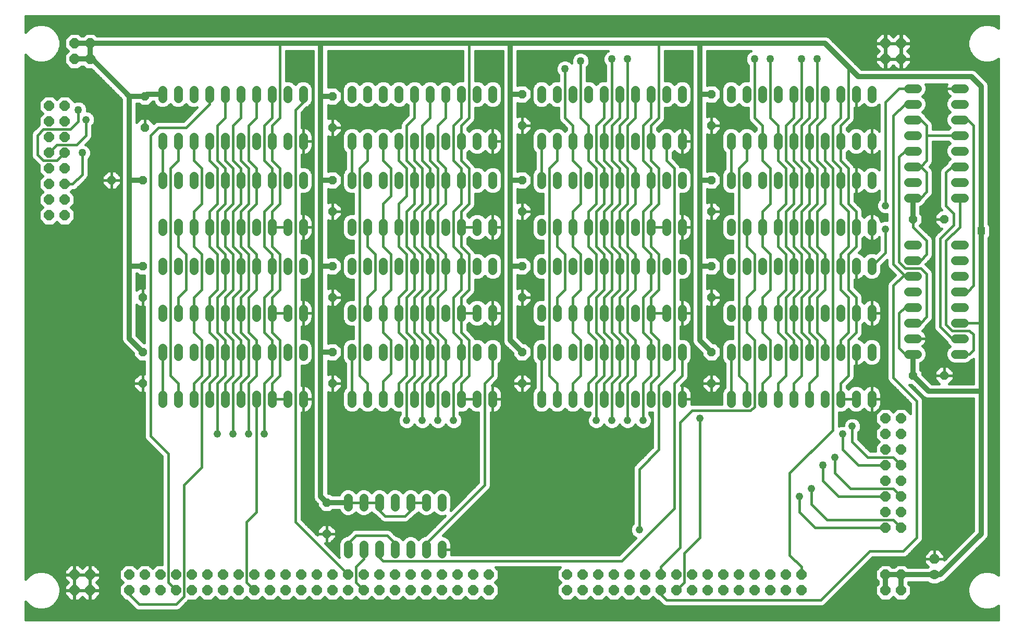
<source format=gbl>
G75*
%MOIN*%
%OFA0B0*%
%FSLAX24Y24*%
%IPPOS*%
%LPD*%
%AMOC8*
5,1,8,0,0,1.08239X$1,22.5*
%
%ADD10C,0.0560*%
%ADD11OC8,0.0560*%
%ADD12OC8,0.0640*%
%ADD13OC8,0.0630*%
%ADD14C,0.0630*%
%ADD15C,0.0160*%
%ADD16C,0.0500*%
%ADD17C,0.0480*%
%ADD18C,0.0320*%
%ADD19R,0.0480X0.0480*%
D10*
X021180Y004775D02*
X021180Y005335D01*
X022180Y005335D02*
X022180Y004775D01*
X023180Y004775D02*
X023180Y005335D01*
X024180Y005335D02*
X024180Y004775D01*
X025180Y004775D02*
X025180Y005335D01*
X026180Y005335D02*
X026180Y004775D01*
X027180Y004775D02*
X027180Y005335D01*
X027180Y007775D02*
X027180Y008335D01*
X026180Y008335D02*
X026180Y007775D01*
X025180Y007775D02*
X025180Y008335D01*
X024180Y008335D02*
X024180Y007775D01*
X023180Y007775D02*
X023180Y008335D01*
X022180Y008335D02*
X022180Y007775D01*
X021180Y007775D02*
X021180Y008335D01*
X021430Y014400D02*
X021430Y014960D01*
X022430Y014960D02*
X022430Y014400D01*
X023430Y014400D02*
X023430Y014960D01*
X024430Y014960D02*
X024430Y014400D01*
X025430Y014400D02*
X025430Y014960D01*
X026430Y014960D02*
X026430Y014400D01*
X027430Y014400D02*
X027430Y014960D01*
X028430Y014960D02*
X028430Y014400D01*
X029430Y014400D02*
X029430Y014960D01*
X030430Y014960D02*
X030430Y014400D01*
X033555Y014400D02*
X033555Y014960D01*
X034555Y014960D02*
X034555Y014400D01*
X035555Y014400D02*
X035555Y014960D01*
X036555Y014960D02*
X036555Y014400D01*
X037555Y014400D02*
X037555Y014960D01*
X038555Y014960D02*
X038555Y014400D01*
X039555Y014400D02*
X039555Y014960D01*
X040555Y014960D02*
X040555Y014400D01*
X041555Y014400D02*
X041555Y014960D01*
X042555Y014960D02*
X042555Y014400D01*
X045680Y014400D02*
X045680Y014960D01*
X046680Y014960D02*
X046680Y014400D01*
X047680Y014400D02*
X047680Y014960D01*
X048680Y014960D02*
X048680Y014400D01*
X049680Y014400D02*
X049680Y014960D01*
X050680Y014960D02*
X050680Y014400D01*
X051680Y014400D02*
X051680Y014960D01*
X052680Y014960D02*
X052680Y014400D01*
X053680Y014400D02*
X053680Y014960D01*
X054680Y014960D02*
X054680Y014400D01*
X054680Y017400D02*
X054680Y017960D01*
X053680Y017960D02*
X053680Y017400D01*
X052680Y017400D02*
X052680Y017960D01*
X051680Y017960D02*
X051680Y017400D01*
X050680Y017400D02*
X050680Y017960D01*
X049680Y017960D02*
X049680Y017400D01*
X048680Y017400D02*
X048680Y017960D01*
X047680Y017960D02*
X047680Y017400D01*
X046680Y017400D02*
X046680Y017960D01*
X045680Y017960D02*
X045680Y017400D01*
X042555Y017400D02*
X042555Y017960D01*
X041555Y017960D02*
X041555Y017400D01*
X040555Y017400D02*
X040555Y017960D01*
X039555Y017960D02*
X039555Y017400D01*
X038555Y017400D02*
X038555Y017960D01*
X037555Y017960D02*
X037555Y017400D01*
X036555Y017400D02*
X036555Y017960D01*
X035555Y017960D02*
X035555Y017400D01*
X034555Y017400D02*
X034555Y017960D01*
X033555Y017960D02*
X033555Y017400D01*
X030430Y017400D02*
X030430Y017960D01*
X029430Y017960D02*
X029430Y017400D01*
X028430Y017400D02*
X028430Y017960D01*
X027430Y017960D02*
X027430Y017400D01*
X026430Y017400D02*
X026430Y017960D01*
X025430Y017960D02*
X025430Y017400D01*
X024430Y017400D02*
X024430Y017960D01*
X023430Y017960D02*
X023430Y017400D01*
X022430Y017400D02*
X022430Y017960D01*
X021430Y017960D02*
X021430Y017400D01*
X018305Y017400D02*
X018305Y017960D01*
X017305Y017960D02*
X017305Y017400D01*
X016305Y017400D02*
X016305Y017960D01*
X015305Y017960D02*
X015305Y017400D01*
X014305Y017400D02*
X014305Y017960D01*
X013305Y017960D02*
X013305Y017400D01*
X012305Y017400D02*
X012305Y017960D01*
X011305Y017960D02*
X011305Y017400D01*
X010305Y017400D02*
X010305Y017960D01*
X009305Y017960D02*
X009305Y017400D01*
X009305Y014960D02*
X009305Y014400D01*
X010305Y014400D02*
X010305Y014960D01*
X011305Y014960D02*
X011305Y014400D01*
X012305Y014400D02*
X012305Y014960D01*
X013305Y014960D02*
X013305Y014400D01*
X014305Y014400D02*
X014305Y014960D01*
X015305Y014960D02*
X015305Y014400D01*
X016305Y014400D02*
X016305Y014960D01*
X017305Y014960D02*
X017305Y014400D01*
X018305Y014400D02*
X018305Y014960D01*
X018305Y019900D02*
X018305Y020460D01*
X017305Y020460D02*
X017305Y019900D01*
X016305Y019900D02*
X016305Y020460D01*
X015305Y020460D02*
X015305Y019900D01*
X014305Y019900D02*
X014305Y020460D01*
X013305Y020460D02*
X013305Y019900D01*
X012305Y019900D02*
X012305Y020460D01*
X011305Y020460D02*
X011305Y019900D01*
X010305Y019900D02*
X010305Y020460D01*
X009305Y020460D02*
X009305Y019900D01*
X009305Y022900D02*
X009305Y023460D01*
X010305Y023460D02*
X010305Y022900D01*
X011305Y022900D02*
X011305Y023460D01*
X012305Y023460D02*
X012305Y022900D01*
X013305Y022900D02*
X013305Y023460D01*
X014305Y023460D02*
X014305Y022900D01*
X015305Y022900D02*
X015305Y023460D01*
X016305Y023460D02*
X016305Y022900D01*
X017305Y022900D02*
X017305Y023460D01*
X018305Y023460D02*
X018305Y022900D01*
X021430Y022900D02*
X021430Y023460D01*
X022430Y023460D02*
X022430Y022900D01*
X023430Y022900D02*
X023430Y023460D01*
X024430Y023460D02*
X024430Y022900D01*
X025430Y022900D02*
X025430Y023460D01*
X026430Y023460D02*
X026430Y022900D01*
X027430Y022900D02*
X027430Y023460D01*
X028430Y023460D02*
X028430Y022900D01*
X029430Y022900D02*
X029430Y023460D01*
X030430Y023460D02*
X030430Y022900D01*
X033555Y022900D02*
X033555Y023460D01*
X034555Y023460D02*
X034555Y022900D01*
X035555Y022900D02*
X035555Y023460D01*
X036555Y023460D02*
X036555Y022900D01*
X037555Y022900D02*
X037555Y023460D01*
X038555Y023460D02*
X038555Y022900D01*
X039555Y022900D02*
X039555Y023460D01*
X040555Y023460D02*
X040555Y022900D01*
X041555Y022900D02*
X041555Y023460D01*
X042555Y023460D02*
X042555Y022900D01*
X045680Y022900D02*
X045680Y023460D01*
X046680Y023460D02*
X046680Y022900D01*
X047680Y022900D02*
X047680Y023460D01*
X048680Y023460D02*
X048680Y022900D01*
X049680Y022900D02*
X049680Y023460D01*
X050680Y023460D02*
X050680Y022900D01*
X051680Y022900D02*
X051680Y023460D01*
X052680Y023460D02*
X052680Y022900D01*
X053680Y022900D02*
X053680Y023460D01*
X054680Y023460D02*
X054680Y022900D01*
X057025Y022555D02*
X057585Y022555D01*
X057585Y021555D02*
X057025Y021555D01*
X057025Y020555D02*
X057585Y020555D01*
X057585Y019555D02*
X057025Y019555D01*
X057025Y018555D02*
X057585Y018555D01*
X057585Y017555D02*
X057025Y017555D01*
X060025Y017555D02*
X060585Y017555D01*
X060585Y018555D02*
X060025Y018555D01*
X060025Y019555D02*
X060585Y019555D01*
X060585Y020555D02*
X060025Y020555D01*
X060025Y021555D02*
X060585Y021555D01*
X060585Y022555D02*
X060025Y022555D01*
X060025Y023555D02*
X060585Y023555D01*
X060585Y024555D02*
X060025Y024555D01*
X057585Y024555D02*
X057025Y024555D01*
X057025Y023555D02*
X057585Y023555D01*
X054680Y025400D02*
X054680Y025960D01*
X053680Y025960D02*
X053680Y025400D01*
X052680Y025400D02*
X052680Y025960D01*
X051680Y025960D02*
X051680Y025400D01*
X050680Y025400D02*
X050680Y025960D01*
X049680Y025960D02*
X049680Y025400D01*
X048680Y025400D02*
X048680Y025960D01*
X047680Y025960D02*
X047680Y025400D01*
X046680Y025400D02*
X046680Y025960D01*
X045680Y025960D02*
X045680Y025400D01*
X042555Y025400D02*
X042555Y025960D01*
X041555Y025960D02*
X041555Y025400D01*
X040555Y025400D02*
X040555Y025960D01*
X039555Y025960D02*
X039555Y025400D01*
X038555Y025400D02*
X038555Y025960D01*
X037555Y025960D02*
X037555Y025400D01*
X036555Y025400D02*
X036555Y025960D01*
X035555Y025960D02*
X035555Y025400D01*
X034555Y025400D02*
X034555Y025960D01*
X033555Y025960D02*
X033555Y025400D01*
X030430Y025400D02*
X030430Y025960D01*
X029430Y025960D02*
X029430Y025400D01*
X028430Y025400D02*
X028430Y025960D01*
X027430Y025960D02*
X027430Y025400D01*
X026430Y025400D02*
X026430Y025960D01*
X025430Y025960D02*
X025430Y025400D01*
X024430Y025400D02*
X024430Y025960D01*
X023430Y025960D02*
X023430Y025400D01*
X022430Y025400D02*
X022430Y025960D01*
X021430Y025960D02*
X021430Y025400D01*
X018305Y025400D02*
X018305Y025960D01*
X017305Y025960D02*
X017305Y025400D01*
X016305Y025400D02*
X016305Y025960D01*
X015305Y025960D02*
X015305Y025400D01*
X014305Y025400D02*
X014305Y025960D01*
X013305Y025960D02*
X013305Y025400D01*
X012305Y025400D02*
X012305Y025960D01*
X011305Y025960D02*
X011305Y025400D01*
X010305Y025400D02*
X010305Y025960D01*
X009305Y025960D02*
X009305Y025400D01*
X009305Y028400D02*
X009305Y028960D01*
X010305Y028960D02*
X010305Y028400D01*
X011305Y028400D02*
X011305Y028960D01*
X012305Y028960D02*
X012305Y028400D01*
X013305Y028400D02*
X013305Y028960D01*
X014305Y028960D02*
X014305Y028400D01*
X015305Y028400D02*
X015305Y028960D01*
X016305Y028960D02*
X016305Y028400D01*
X017305Y028400D02*
X017305Y028960D01*
X018305Y028960D02*
X018305Y028400D01*
X021430Y028400D02*
X021430Y028960D01*
X022430Y028960D02*
X022430Y028400D01*
X023430Y028400D02*
X023430Y028960D01*
X024430Y028960D02*
X024430Y028400D01*
X025430Y028400D02*
X025430Y028960D01*
X026430Y028960D02*
X026430Y028400D01*
X027430Y028400D02*
X027430Y028960D01*
X028430Y028960D02*
X028430Y028400D01*
X029430Y028400D02*
X029430Y028960D01*
X030430Y028960D02*
X030430Y028400D01*
X033555Y028400D02*
X033555Y028960D01*
X034555Y028960D02*
X034555Y028400D01*
X035555Y028400D02*
X035555Y028960D01*
X036555Y028960D02*
X036555Y028400D01*
X037555Y028400D02*
X037555Y028960D01*
X038555Y028960D02*
X038555Y028400D01*
X039555Y028400D02*
X039555Y028960D01*
X040555Y028960D02*
X040555Y028400D01*
X041555Y028400D02*
X041555Y028960D01*
X042555Y028960D02*
X042555Y028400D01*
X045680Y028400D02*
X045680Y028960D01*
X046680Y028960D02*
X046680Y028400D01*
X047680Y028400D02*
X047680Y028960D01*
X048680Y028960D02*
X048680Y028400D01*
X049680Y028400D02*
X049680Y028960D01*
X050680Y028960D02*
X050680Y028400D01*
X051680Y028400D02*
X051680Y028960D01*
X052680Y028960D02*
X052680Y028400D01*
X053680Y028400D02*
X053680Y028960D01*
X054680Y028960D02*
X054680Y028400D01*
X057025Y028555D02*
X057585Y028555D01*
X057585Y027555D02*
X057025Y027555D01*
X060025Y027555D02*
X060585Y027555D01*
X060585Y028555D02*
X060025Y028555D01*
X060025Y029555D02*
X060585Y029555D01*
X060585Y030555D02*
X060025Y030555D01*
X060025Y031555D02*
X060585Y031555D01*
X060585Y032555D02*
X060025Y032555D01*
X060025Y033555D02*
X060585Y033555D01*
X060585Y034555D02*
X060025Y034555D01*
X057585Y034555D02*
X057025Y034555D01*
X057025Y033555D02*
X057585Y033555D01*
X057585Y032555D02*
X057025Y032555D01*
X057025Y031555D02*
X057585Y031555D01*
X057585Y030555D02*
X057025Y030555D01*
X057025Y029555D02*
X057585Y029555D01*
X054680Y030900D02*
X054680Y031460D01*
X053680Y031460D02*
X053680Y030900D01*
X052680Y030900D02*
X052680Y031460D01*
X051680Y031460D02*
X051680Y030900D01*
X050680Y030900D02*
X050680Y031460D01*
X049680Y031460D02*
X049680Y030900D01*
X048680Y030900D02*
X048680Y031460D01*
X047680Y031460D02*
X047680Y030900D01*
X046680Y030900D02*
X046680Y031460D01*
X045680Y031460D02*
X045680Y030900D01*
X042555Y030900D02*
X042555Y031460D01*
X041555Y031460D02*
X041555Y030900D01*
X040555Y030900D02*
X040555Y031460D01*
X039555Y031460D02*
X039555Y030900D01*
X038555Y030900D02*
X038555Y031460D01*
X037555Y031460D02*
X037555Y030900D01*
X036555Y030900D02*
X036555Y031460D01*
X035555Y031460D02*
X035555Y030900D01*
X034555Y030900D02*
X034555Y031460D01*
X033555Y031460D02*
X033555Y030900D01*
X030430Y030900D02*
X030430Y031460D01*
X029430Y031460D02*
X029430Y030900D01*
X028430Y030900D02*
X028430Y031460D01*
X027430Y031460D02*
X027430Y030900D01*
X026430Y030900D02*
X026430Y031460D01*
X025430Y031460D02*
X025430Y030900D01*
X024430Y030900D02*
X024430Y031460D01*
X023430Y031460D02*
X023430Y030900D01*
X022430Y030900D02*
X022430Y031460D01*
X021430Y031460D02*
X021430Y030900D01*
X018305Y030900D02*
X018305Y031460D01*
X017305Y031460D02*
X017305Y030900D01*
X016305Y030900D02*
X016305Y031460D01*
X015305Y031460D02*
X015305Y030900D01*
X014305Y030900D02*
X014305Y031460D01*
X013305Y031460D02*
X013305Y030900D01*
X012305Y030900D02*
X012305Y031460D01*
X011305Y031460D02*
X011305Y030900D01*
X010305Y030900D02*
X010305Y031460D01*
X009305Y031460D02*
X009305Y030900D01*
X009305Y033900D02*
X009305Y034460D01*
X010305Y034460D02*
X010305Y033900D01*
X011305Y033900D02*
X011305Y034460D01*
X012305Y034460D02*
X012305Y033900D01*
X013305Y033900D02*
X013305Y034460D01*
X014305Y034460D02*
X014305Y033900D01*
X015305Y033900D02*
X015305Y034460D01*
X016305Y034460D02*
X016305Y033900D01*
X017305Y033900D02*
X017305Y034460D01*
X018305Y034460D02*
X018305Y033900D01*
X021430Y033900D02*
X021430Y034460D01*
X022430Y034460D02*
X022430Y033900D01*
X023430Y033900D02*
X023430Y034460D01*
X024430Y034460D02*
X024430Y033900D01*
X025430Y033900D02*
X025430Y034460D01*
X026430Y034460D02*
X026430Y033900D01*
X027430Y033900D02*
X027430Y034460D01*
X028430Y034460D02*
X028430Y033900D01*
X029430Y033900D02*
X029430Y034460D01*
X030430Y034460D02*
X030430Y033900D01*
X033555Y033900D02*
X033555Y034460D01*
X034555Y034460D02*
X034555Y033900D01*
X035555Y033900D02*
X035555Y034460D01*
X036555Y034460D02*
X036555Y033900D01*
X037555Y033900D02*
X037555Y034460D01*
X038555Y034460D02*
X038555Y033900D01*
X039555Y033900D02*
X039555Y034460D01*
X040555Y034460D02*
X040555Y033900D01*
X041555Y033900D02*
X041555Y034460D01*
X042555Y034460D02*
X042555Y033900D01*
X045680Y033900D02*
X045680Y034460D01*
X046680Y034460D02*
X046680Y033900D01*
X047680Y033900D02*
X047680Y034460D01*
X048680Y034460D02*
X048680Y033900D01*
X049680Y033900D02*
X049680Y034460D01*
X050680Y034460D02*
X050680Y033900D01*
X051680Y033900D02*
X051680Y034460D01*
X052680Y034460D02*
X052680Y033900D01*
X053680Y033900D02*
X053680Y034460D01*
X054680Y034460D02*
X054680Y033900D01*
X054680Y020460D02*
X054680Y019900D01*
X053680Y019900D02*
X053680Y020460D01*
X052680Y020460D02*
X052680Y019900D01*
X051680Y019900D02*
X051680Y020460D01*
X050680Y020460D02*
X050680Y019900D01*
X049680Y019900D02*
X049680Y020460D01*
X048680Y020460D02*
X048680Y019900D01*
X047680Y019900D02*
X047680Y020460D01*
X046680Y020460D02*
X046680Y019900D01*
X045680Y019900D02*
X045680Y020460D01*
X042555Y020460D02*
X042555Y019900D01*
X041555Y019900D02*
X041555Y020460D01*
X040555Y020460D02*
X040555Y019900D01*
X039555Y019900D02*
X039555Y020460D01*
X038555Y020460D02*
X038555Y019900D01*
X037555Y019900D02*
X037555Y020460D01*
X036555Y020460D02*
X036555Y019900D01*
X035555Y019900D02*
X035555Y020460D01*
X034555Y020460D02*
X034555Y019900D01*
X033555Y019900D02*
X033555Y020460D01*
X030430Y020460D02*
X030430Y019900D01*
X029430Y019900D02*
X029430Y020460D01*
X028430Y020460D02*
X028430Y019900D01*
X027430Y019900D02*
X027430Y020460D01*
X026430Y020460D02*
X026430Y019900D01*
X025430Y019900D02*
X025430Y020460D01*
X024430Y020460D02*
X024430Y019900D01*
X023430Y019900D02*
X023430Y020460D01*
X022430Y020460D02*
X022430Y019900D01*
X021430Y019900D02*
X021430Y020460D01*
D11*
X020180Y021180D03*
X020180Y023180D03*
X020180Y026680D03*
X020180Y028680D03*
X020180Y032055D03*
X020180Y034055D03*
X008180Y034055D03*
X008180Y032055D03*
X008055Y028680D03*
X006055Y028680D03*
X008055Y023180D03*
X008055Y021180D03*
X008055Y017680D03*
X008055Y015680D03*
X020180Y015680D03*
X020180Y017680D03*
X032305Y017680D03*
X032305Y015680D03*
X032305Y021180D03*
X032305Y023180D03*
X032305Y026680D03*
X032305Y028680D03*
X032305Y032180D03*
X032305Y034180D03*
X044430Y034180D03*
X044430Y032180D03*
X044430Y028680D03*
X044430Y026680D03*
X044430Y023180D03*
X044430Y021180D03*
X044430Y017680D03*
X044430Y015680D03*
X057305Y016180D03*
X059305Y016180D03*
X059305Y026180D03*
X057305Y026180D03*
X019805Y008055D03*
X019805Y006055D03*
D12*
X020180Y003430D03*
X019180Y003430D03*
X019180Y002430D03*
X020180Y002430D03*
X021180Y002430D03*
X021180Y003430D03*
X022180Y003430D03*
X023180Y003430D03*
X023180Y002430D03*
X022180Y002430D03*
X024180Y002430D03*
X025180Y002430D03*
X025180Y003430D03*
X024180Y003430D03*
X026180Y003430D03*
X027180Y003430D03*
X027180Y002430D03*
X026180Y002430D03*
X028180Y002430D03*
X028180Y003430D03*
X029180Y003430D03*
X030180Y003430D03*
X030180Y002430D03*
X029180Y002430D03*
X035180Y002430D03*
X035180Y003430D03*
X036180Y003430D03*
X037180Y003430D03*
X037180Y002430D03*
X036180Y002430D03*
X038180Y002430D03*
X039180Y002430D03*
X039180Y003430D03*
X038180Y003430D03*
X040180Y003430D03*
X041180Y003430D03*
X041180Y002430D03*
X040180Y002430D03*
X042180Y002430D03*
X042180Y003430D03*
X043180Y003430D03*
X044180Y003430D03*
X044180Y002430D03*
X043180Y002430D03*
X045180Y002430D03*
X046180Y002430D03*
X046180Y003430D03*
X045180Y003430D03*
X047180Y003430D03*
X047180Y002430D03*
X048180Y002430D03*
X049180Y002430D03*
X049180Y003430D03*
X048180Y003430D03*
X050180Y003430D03*
X050180Y002430D03*
X055555Y002430D03*
X055555Y003430D03*
X056555Y003430D03*
X056555Y002430D03*
X056555Y006430D03*
X056555Y007430D03*
X055555Y007430D03*
X055555Y006430D03*
X055555Y008430D03*
X055555Y009430D03*
X056555Y009430D03*
X056555Y008430D03*
X056555Y010430D03*
X056555Y011430D03*
X055555Y011430D03*
X055555Y010430D03*
X055555Y012430D03*
X055555Y013430D03*
X056555Y013430D03*
X056555Y012430D03*
X056555Y036430D03*
X055555Y036430D03*
X055555Y037430D03*
X056555Y037430D03*
X004680Y037430D03*
X003680Y037430D03*
X003680Y036430D03*
X004680Y036430D03*
X003055Y033430D03*
X002055Y033430D03*
X002055Y032430D03*
X003055Y032430D03*
X003055Y031430D03*
X002055Y031430D03*
X002055Y030430D03*
X003055Y030430D03*
X003055Y029430D03*
X002055Y029430D03*
X002055Y028430D03*
X003055Y028430D03*
X003055Y027430D03*
X002055Y027430D03*
X002055Y026430D03*
X003055Y026430D03*
X003680Y003430D03*
X003680Y002430D03*
X004680Y002430D03*
X004680Y003430D03*
X007180Y003430D03*
X008180Y003430D03*
X008180Y002430D03*
X007180Y002430D03*
X009180Y002430D03*
X009180Y003430D03*
X010180Y003430D03*
X011180Y003430D03*
X011180Y002430D03*
X010180Y002430D03*
X012180Y002430D03*
X013180Y002430D03*
X013180Y003430D03*
X012180Y003430D03*
X014180Y003430D03*
X015180Y003430D03*
X015180Y002430D03*
X014180Y002430D03*
X016180Y002430D03*
X016180Y003430D03*
X017180Y003430D03*
X018180Y003430D03*
X018180Y002430D03*
X017180Y002430D03*
D13*
X058680Y004430D03*
D14*
X058680Y003430D03*
D15*
X000560Y001713D02*
X000560Y000560D01*
X062792Y000560D01*
X062792Y001447D01*
X062526Y001293D01*
X062216Y001210D01*
X061894Y001210D01*
X061584Y001293D01*
X061306Y001454D01*
X061079Y001681D01*
X060918Y001959D01*
X060835Y002269D01*
X060835Y002591D01*
X060918Y002901D01*
X061079Y003179D01*
X061306Y003406D01*
X061584Y003567D01*
X061894Y003650D01*
X062216Y003650D01*
X062526Y003567D01*
X062792Y003413D01*
X062792Y036447D01*
X062526Y036293D01*
X062216Y036210D01*
X061894Y036210D01*
X061584Y036293D01*
X061306Y036454D01*
X061079Y036681D01*
X060918Y036959D01*
X060835Y037269D01*
X057195Y037269D01*
X057195Y037165D02*
X057195Y037410D01*
X056575Y037410D01*
X056575Y037450D01*
X057195Y037450D01*
X057195Y037695D01*
X056820Y038070D01*
X056575Y038070D01*
X056575Y037450D01*
X056535Y037450D01*
X056535Y038070D01*
X056290Y038070D01*
X056055Y037835D01*
X055820Y038070D01*
X055575Y038070D01*
X055575Y037450D01*
X055535Y037450D01*
X055535Y038070D01*
X055290Y038070D01*
X054915Y037695D01*
X054915Y037450D01*
X055535Y037450D01*
X055535Y037410D01*
X054915Y037410D01*
X054915Y037165D01*
X055150Y036930D01*
X054915Y036695D01*
X054915Y036450D01*
X055535Y036450D01*
X055535Y037410D01*
X055575Y037410D01*
X055575Y037450D01*
X056535Y037450D01*
X056535Y037410D01*
X055915Y037410D01*
X055575Y037410D01*
X055575Y036790D01*
X055575Y036450D01*
X055535Y036450D01*
X055535Y036410D01*
X055575Y036410D01*
X055575Y036450D01*
X056535Y036450D01*
X056535Y037410D01*
X056575Y037410D01*
X056575Y036790D01*
X056575Y036450D01*
X057195Y036450D01*
X057195Y036695D01*
X056960Y036930D01*
X057195Y037165D01*
X057141Y037111D02*
X060878Y037111D01*
X060835Y037269D02*
X060835Y037591D01*
X060918Y037901D01*
X061079Y038179D01*
X061306Y038406D01*
X061584Y038567D01*
X061894Y038650D01*
X062216Y038650D01*
X062526Y038567D01*
X062792Y038413D01*
X062792Y039170D01*
X000560Y039170D01*
X000560Y038147D01*
X000579Y038179D01*
X000806Y038406D01*
X001084Y038567D01*
X001394Y038650D01*
X001716Y038650D01*
X002026Y038567D01*
X002304Y038406D01*
X002531Y038179D01*
X002692Y037901D01*
X002775Y037591D01*
X002775Y037269D01*
X003040Y037269D01*
X003040Y037165D02*
X003275Y036930D01*
X003040Y036695D01*
X003040Y036165D01*
X003415Y035790D01*
X003945Y035790D01*
X004105Y035950D01*
X004255Y035950D01*
X004415Y035790D01*
X004766Y035790D01*
X006700Y033856D01*
X006700Y018460D01*
X006773Y018283D01*
X006908Y018148D01*
X007455Y017601D01*
X007455Y017431D01*
X007806Y017080D01*
X008155Y017080D01*
X008155Y016280D01*
X008055Y016280D01*
X008055Y015680D01*
X008055Y015680D01*
X008055Y015080D01*
X008155Y015080D01*
X008155Y012225D01*
X008216Y012078D01*
X009280Y011014D01*
X009280Y004070D01*
X008915Y004070D01*
X008680Y003835D01*
X008445Y004070D01*
X007915Y004070D01*
X007680Y003835D01*
X007445Y004070D01*
X006915Y004070D01*
X006540Y003695D01*
X006540Y003165D01*
X006775Y002930D01*
X006540Y002695D01*
X006540Y002165D01*
X006915Y001790D01*
X007004Y001790D01*
X007466Y001328D01*
X007578Y001216D01*
X007725Y001155D01*
X010260Y001155D01*
X010407Y001216D01*
X010981Y001790D01*
X011445Y001790D01*
X011680Y002025D01*
X011915Y001790D01*
X012445Y001790D01*
X012680Y002025D01*
X012915Y001790D01*
X013445Y001790D01*
X013680Y002025D01*
X013915Y001790D01*
X014445Y001790D01*
X014680Y002025D01*
X014915Y001790D01*
X015445Y001790D01*
X015680Y002025D01*
X015915Y001790D01*
X016445Y001790D01*
X016680Y002025D01*
X016915Y001790D01*
X017445Y001790D01*
X017680Y002025D01*
X017915Y001790D01*
X018445Y001790D01*
X018680Y002025D01*
X018915Y001790D01*
X019445Y001790D01*
X019680Y002025D01*
X019915Y001790D01*
X020445Y001790D01*
X020680Y002025D01*
X020915Y001790D01*
X021445Y001790D01*
X021680Y002025D01*
X021915Y001790D01*
X022445Y001790D01*
X022680Y002025D01*
X022915Y001790D01*
X023445Y001790D01*
X023680Y002025D01*
X023915Y001790D01*
X024445Y001790D01*
X024680Y002025D01*
X024915Y001790D01*
X025445Y001790D01*
X025680Y002025D01*
X025915Y001790D01*
X026445Y001790D01*
X026680Y002025D01*
X026915Y001790D01*
X027445Y001790D01*
X027680Y002025D01*
X027915Y001790D01*
X028445Y001790D01*
X028680Y002025D01*
X028915Y001790D01*
X029445Y001790D01*
X029680Y002025D01*
X029915Y001790D01*
X030445Y001790D01*
X030820Y002165D01*
X030820Y002695D01*
X030585Y002930D01*
X030820Y003165D01*
X030820Y003695D01*
X030610Y003905D01*
X034750Y003905D01*
X034540Y003695D01*
X034540Y003165D01*
X034775Y002930D01*
X034540Y002695D01*
X034540Y002165D01*
X034915Y001790D01*
X035445Y001790D01*
X035680Y002025D01*
X035915Y001790D01*
X036445Y001790D01*
X036680Y002025D01*
X036915Y001790D01*
X037445Y001790D01*
X037680Y002025D01*
X037915Y001790D01*
X038445Y001790D01*
X038680Y002025D01*
X038915Y001790D01*
X039445Y001790D01*
X039680Y002025D01*
X039915Y001790D01*
X040445Y001790D01*
X040680Y002025D01*
X040915Y001790D01*
X041004Y001790D01*
X041216Y001578D01*
X041328Y001466D01*
X041475Y001405D01*
X051510Y001405D01*
X051657Y001466D01*
X054721Y004530D01*
X056760Y004530D01*
X056907Y004591D01*
X057782Y005466D01*
X057894Y005578D01*
X057955Y005725D01*
X057955Y014635D01*
X057894Y014782D01*
X057096Y015580D01*
X057226Y015580D01*
X057898Y014908D01*
X058033Y014773D01*
X058210Y014700D01*
X061200Y014700D01*
X061200Y006254D01*
X059315Y004369D01*
X059315Y004430D01*
X059315Y004693D01*
X058943Y005065D01*
X058680Y005065D01*
X058680Y004430D01*
X058680Y004430D01*
X059315Y004430D01*
X058680Y004430D01*
X058680Y004430D01*
X058680Y004430D01*
X058045Y004430D01*
X058045Y004693D01*
X058417Y005065D01*
X058680Y005065D01*
X058680Y004430D01*
X058045Y004430D01*
X058045Y004167D01*
X058282Y003930D01*
X058262Y003910D01*
X056980Y003910D01*
X056820Y004070D01*
X056290Y004070D01*
X056130Y003910D01*
X055980Y003910D01*
X055820Y004070D01*
X055290Y004070D01*
X054915Y003695D01*
X054915Y003165D01*
X055075Y003005D01*
X055075Y002855D01*
X054915Y002695D01*
X054915Y002165D01*
X055290Y001790D01*
X055820Y001790D01*
X056055Y002025D01*
X056290Y001790D01*
X056820Y001790D01*
X057195Y002165D01*
X057195Y002695D01*
X057035Y002855D01*
X057035Y002950D01*
X058262Y002950D01*
X058320Y002892D01*
X058554Y002795D01*
X058806Y002795D01*
X059040Y002892D01*
X059098Y002950D01*
X059150Y002950D01*
X059327Y003023D01*
X059462Y003158D01*
X059462Y003158D01*
X061952Y005648D01*
X062087Y005783D01*
X062160Y005960D01*
X062160Y024977D01*
X062191Y025009D01*
X062240Y025126D01*
X062240Y025734D01*
X062191Y025851D01*
X062160Y025883D01*
X062160Y034775D01*
X062087Y034952D01*
X061462Y035577D01*
X061327Y035712D01*
X061150Y035785D01*
X054004Y035785D01*
X053452Y036337D01*
X051952Y037837D01*
X051775Y037910D01*
X005105Y037910D01*
X004945Y038070D01*
X004415Y038070D01*
X004255Y037910D01*
X004105Y037910D01*
X003945Y038070D01*
X003415Y038070D01*
X003040Y037695D01*
X003040Y037165D01*
X003094Y037111D02*
X002732Y037111D01*
X002692Y036959D02*
X002775Y037269D01*
X002775Y037428D02*
X003040Y037428D01*
X003040Y037586D02*
X002775Y037586D01*
X002734Y037745D02*
X003089Y037745D01*
X003248Y037903D02*
X002691Y037903D01*
X002599Y038062D02*
X003406Y038062D01*
X003954Y038062D02*
X004406Y038062D01*
X004954Y038062D02*
X055281Y038062D01*
X055123Y037903D02*
X051792Y037903D01*
X052044Y037745D02*
X054964Y037745D01*
X054915Y037586D02*
X052203Y037586D01*
X052361Y037428D02*
X055535Y037428D01*
X055575Y037428D02*
X056535Y037428D01*
X056575Y037428D02*
X060835Y037428D01*
X060835Y037586D02*
X057195Y037586D01*
X057146Y037745D02*
X060876Y037745D01*
X060919Y037903D02*
X056987Y037903D01*
X056829Y038062D02*
X061011Y038062D01*
X061120Y038220D02*
X002490Y038220D01*
X002332Y038379D02*
X061278Y038379D01*
X061532Y038537D02*
X002078Y038537D01*
X001032Y038537D02*
X000560Y038537D01*
X000560Y038379D02*
X000778Y038379D01*
X000620Y038220D02*
X000560Y038220D01*
X000560Y038696D02*
X062792Y038696D01*
X062792Y038854D02*
X000560Y038854D01*
X000560Y039013D02*
X062792Y039013D01*
X062792Y038537D02*
X062578Y038537D01*
X060922Y036952D02*
X056982Y036952D01*
X057097Y036794D02*
X061014Y036794D01*
X061125Y036635D02*
X057195Y036635D01*
X057195Y036477D02*
X061283Y036477D01*
X061541Y036318D02*
X057195Y036318D01*
X057195Y036410D02*
X056575Y036410D01*
X056575Y036450D01*
X056535Y036450D01*
X056535Y036410D01*
X056575Y036410D01*
X056575Y035790D01*
X056820Y035790D01*
X057195Y036165D01*
X057195Y036410D01*
X057190Y036160D02*
X062792Y036160D01*
X062792Y036318D02*
X062569Y036318D01*
X062792Y036001D02*
X057031Y036001D01*
X056873Y035843D02*
X062792Y035843D01*
X062792Y035684D02*
X061355Y035684D01*
X061462Y035577D02*
X061462Y035577D01*
X061513Y035526D02*
X062792Y035526D01*
X062792Y035367D02*
X061672Y035367D01*
X061830Y035209D02*
X062792Y035209D01*
X062792Y035050D02*
X061989Y035050D01*
X062112Y034892D02*
X062792Y034892D01*
X062792Y034733D02*
X062160Y034733D01*
X062160Y034575D02*
X062792Y034575D01*
X062792Y034416D02*
X062160Y034416D01*
X062160Y034258D02*
X062792Y034258D01*
X062792Y034099D02*
X062160Y034099D01*
X062160Y033941D02*
X062792Y033941D01*
X062792Y033782D02*
X062160Y033782D01*
X062160Y033624D02*
X062792Y033624D01*
X062792Y033465D02*
X062160Y033465D01*
X062160Y033307D02*
X062792Y033307D01*
X062792Y033148D02*
X062160Y033148D01*
X062160Y032990D02*
X062792Y032990D01*
X062792Y032831D02*
X062160Y032831D01*
X062160Y032673D02*
X062792Y032673D01*
X062792Y032514D02*
X062160Y032514D01*
X062160Y032356D02*
X062792Y032356D01*
X062792Y032197D02*
X062160Y032197D01*
X062160Y032039D02*
X062792Y032039D01*
X062792Y031880D02*
X062160Y031880D01*
X062160Y031722D02*
X062792Y031722D01*
X062792Y031563D02*
X062160Y031563D01*
X062160Y031405D02*
X062792Y031405D01*
X062792Y031246D02*
X062160Y031246D01*
X062160Y031088D02*
X062792Y031088D01*
X062792Y030929D02*
X062160Y030929D01*
X062160Y030771D02*
X062792Y030771D01*
X062792Y030612D02*
X062160Y030612D01*
X062160Y030454D02*
X062792Y030454D01*
X062792Y030295D02*
X062160Y030295D01*
X062160Y030137D02*
X062792Y030137D01*
X062792Y029978D02*
X062160Y029978D01*
X062160Y029820D02*
X062792Y029820D01*
X062792Y029661D02*
X062160Y029661D01*
X062160Y029503D02*
X062792Y029503D01*
X062792Y029344D02*
X062160Y029344D01*
X062160Y029186D02*
X062792Y029186D01*
X062792Y029027D02*
X062160Y029027D01*
X062160Y028869D02*
X062792Y028869D01*
X062792Y028710D02*
X062160Y028710D01*
X062160Y028552D02*
X062792Y028552D01*
X062792Y028393D02*
X062160Y028393D01*
X062160Y028235D02*
X062792Y028235D01*
X062792Y028076D02*
X062160Y028076D01*
X062160Y027918D02*
X062792Y027918D01*
X062792Y027759D02*
X062160Y027759D01*
X062160Y027601D02*
X062792Y027601D01*
X062792Y027442D02*
X062160Y027442D01*
X062160Y027284D02*
X062792Y027284D01*
X062792Y027125D02*
X062160Y027125D01*
X062160Y026967D02*
X062792Y026967D01*
X062792Y026808D02*
X062160Y026808D01*
X062160Y026650D02*
X062792Y026650D01*
X062792Y026491D02*
X062160Y026491D01*
X062160Y026333D02*
X062792Y026333D01*
X062792Y026174D02*
X062160Y026174D01*
X062160Y026016D02*
X062792Y026016D01*
X062792Y025857D02*
X062186Y025857D01*
X062240Y025699D02*
X062792Y025699D01*
X062792Y025540D02*
X062240Y025540D01*
X062240Y025382D02*
X062792Y025382D01*
X062792Y025223D02*
X062240Y025223D01*
X062214Y025065D02*
X062792Y025065D01*
X062792Y024906D02*
X062160Y024906D01*
X062160Y024748D02*
X062792Y024748D01*
X062792Y024589D02*
X062160Y024589D01*
X062160Y024431D02*
X062792Y024431D01*
X062792Y024272D02*
X062160Y024272D01*
X062160Y024114D02*
X062792Y024114D01*
X062792Y023955D02*
X062160Y023955D01*
X062160Y023797D02*
X062792Y023797D01*
X062792Y023638D02*
X062160Y023638D01*
X062160Y023480D02*
X062792Y023480D01*
X062792Y023321D02*
X062160Y023321D01*
X062160Y023163D02*
X062792Y023163D01*
X062792Y023004D02*
X062160Y023004D01*
X062160Y022846D02*
X062792Y022846D01*
X062792Y022687D02*
X062160Y022687D01*
X062160Y022529D02*
X062792Y022529D01*
X062792Y022370D02*
X062160Y022370D01*
X062160Y022212D02*
X062792Y022212D01*
X062792Y022053D02*
X062160Y022053D01*
X062160Y021895D02*
X062792Y021895D01*
X062792Y021736D02*
X062160Y021736D01*
X062160Y021578D02*
X062792Y021578D01*
X062792Y021419D02*
X062160Y021419D01*
X062160Y021261D02*
X062792Y021261D01*
X062792Y021102D02*
X062160Y021102D01*
X062160Y020944D02*
X062792Y020944D01*
X062792Y020785D02*
X062160Y020785D01*
X062160Y020627D02*
X062792Y020627D01*
X062792Y020468D02*
X062160Y020468D01*
X062160Y020310D02*
X062792Y020310D01*
X062792Y020151D02*
X062160Y020151D01*
X062160Y019993D02*
X062792Y019993D01*
X062792Y019834D02*
X062160Y019834D01*
X062160Y019676D02*
X062792Y019676D01*
X062792Y019517D02*
X062160Y019517D01*
X062160Y019359D02*
X062792Y019359D01*
X062792Y019200D02*
X062160Y019200D01*
X062160Y019042D02*
X062792Y019042D01*
X062792Y018883D02*
X062160Y018883D01*
X062160Y018725D02*
X062792Y018725D01*
X062792Y018566D02*
X062160Y018566D01*
X062160Y018408D02*
X062792Y018408D01*
X062792Y018249D02*
X062160Y018249D01*
X062160Y018091D02*
X062792Y018091D01*
X062792Y017932D02*
X062160Y017932D01*
X062160Y017774D02*
X062792Y017774D01*
X062792Y017615D02*
X062160Y017615D01*
X062160Y017457D02*
X062792Y017457D01*
X062792Y017298D02*
X062160Y017298D01*
X062160Y017140D02*
X062792Y017140D01*
X062792Y016981D02*
X062160Y016981D01*
X062160Y016823D02*
X062792Y016823D01*
X062792Y016664D02*
X062160Y016664D01*
X062160Y016506D02*
X062792Y016506D01*
X062792Y016347D02*
X062160Y016347D01*
X062160Y016189D02*
X062792Y016189D01*
X062792Y016030D02*
X062160Y016030D01*
X062160Y015872D02*
X062792Y015872D01*
X062792Y015713D02*
X062160Y015713D01*
X062160Y015555D02*
X062792Y015555D01*
X062792Y015396D02*
X062160Y015396D01*
X062160Y015238D02*
X062792Y015238D01*
X062792Y015079D02*
X062160Y015079D01*
X062160Y014921D02*
X062792Y014921D01*
X062792Y014762D02*
X062160Y014762D01*
X062160Y014604D02*
X062792Y014604D01*
X062792Y014445D02*
X062160Y014445D01*
X062160Y014287D02*
X062792Y014287D01*
X062792Y014128D02*
X062160Y014128D01*
X062160Y013970D02*
X062792Y013970D01*
X062792Y013811D02*
X062160Y013811D01*
X062160Y013653D02*
X062792Y013653D01*
X062792Y013494D02*
X062160Y013494D01*
X062160Y013336D02*
X062792Y013336D01*
X062792Y013177D02*
X062160Y013177D01*
X062160Y013019D02*
X062792Y013019D01*
X062792Y012860D02*
X062160Y012860D01*
X062160Y012702D02*
X062792Y012702D01*
X062792Y012543D02*
X062160Y012543D01*
X062160Y012385D02*
X062792Y012385D01*
X062792Y012226D02*
X062160Y012226D01*
X062160Y012068D02*
X062792Y012068D01*
X062792Y011909D02*
X062160Y011909D01*
X062160Y011751D02*
X062792Y011751D01*
X062792Y011592D02*
X062160Y011592D01*
X062160Y011434D02*
X062792Y011434D01*
X062792Y011275D02*
X062160Y011275D01*
X062160Y011117D02*
X062792Y011117D01*
X062792Y010958D02*
X062160Y010958D01*
X062160Y010800D02*
X062792Y010800D01*
X062792Y010641D02*
X062160Y010641D01*
X062160Y010483D02*
X062792Y010483D01*
X062792Y010324D02*
X062160Y010324D01*
X062160Y010166D02*
X062792Y010166D01*
X062792Y010007D02*
X062160Y010007D01*
X062160Y009849D02*
X062792Y009849D01*
X062792Y009690D02*
X062160Y009690D01*
X062160Y009532D02*
X062792Y009532D01*
X062792Y009373D02*
X062160Y009373D01*
X062160Y009215D02*
X062792Y009215D01*
X062792Y009056D02*
X062160Y009056D01*
X062160Y008898D02*
X062792Y008898D01*
X062792Y008739D02*
X062160Y008739D01*
X062160Y008581D02*
X062792Y008581D01*
X062792Y008422D02*
X062160Y008422D01*
X062160Y008264D02*
X062792Y008264D01*
X062792Y008105D02*
X062160Y008105D01*
X062160Y007947D02*
X062792Y007947D01*
X062792Y007788D02*
X062160Y007788D01*
X062160Y007630D02*
X062792Y007630D01*
X062792Y007471D02*
X062160Y007471D01*
X062160Y007313D02*
X062792Y007313D01*
X062792Y007154D02*
X062160Y007154D01*
X062160Y006996D02*
X062792Y006996D01*
X062792Y006837D02*
X062160Y006837D01*
X062160Y006679D02*
X062792Y006679D01*
X062792Y006520D02*
X062160Y006520D01*
X062160Y006362D02*
X062792Y006362D01*
X062792Y006203D02*
X062160Y006203D01*
X062160Y006045D02*
X062792Y006045D01*
X062792Y005886D02*
X062130Y005886D01*
X062031Y005728D02*
X062792Y005728D01*
X062792Y005569D02*
X061873Y005569D01*
X061952Y005648D02*
X061952Y005648D01*
X061714Y005411D02*
X062792Y005411D01*
X062792Y005252D02*
X061556Y005252D01*
X061397Y005094D02*
X062792Y005094D01*
X062792Y004935D02*
X061239Y004935D01*
X061080Y004777D02*
X062792Y004777D01*
X062792Y004618D02*
X060922Y004618D01*
X060763Y004460D02*
X062792Y004460D01*
X062792Y004301D02*
X060605Y004301D01*
X060446Y004143D02*
X062792Y004143D01*
X062792Y003984D02*
X060288Y003984D01*
X060129Y003826D02*
X062792Y003826D01*
X062792Y003667D02*
X059971Y003667D01*
X059812Y003509D02*
X061483Y003509D01*
X061250Y003350D02*
X059654Y003350D01*
X059495Y003192D02*
X061091Y003192D01*
X060994Y003033D02*
X059337Y003033D01*
X058998Y002875D02*
X060911Y002875D01*
X060869Y002716D02*
X057174Y002716D01*
X057195Y002558D02*
X060835Y002558D01*
X060835Y002399D02*
X057195Y002399D01*
X057195Y002241D02*
X060843Y002241D01*
X060885Y002082D02*
X057112Y002082D01*
X056954Y001924D02*
X060939Y001924D01*
X061030Y001765D02*
X051956Y001765D01*
X052114Y001924D02*
X055156Y001924D01*
X054998Y002082D02*
X052273Y002082D01*
X052431Y002241D02*
X054915Y002241D01*
X054915Y002399D02*
X052590Y002399D01*
X052748Y002558D02*
X054915Y002558D01*
X054936Y002716D02*
X052907Y002716D01*
X053065Y002875D02*
X055075Y002875D01*
X055047Y003033D02*
X053224Y003033D01*
X053382Y003192D02*
X054915Y003192D01*
X054915Y003350D02*
X053541Y003350D01*
X053699Y003509D02*
X054915Y003509D01*
X054915Y003667D02*
X053858Y003667D01*
X054016Y003826D02*
X055045Y003826D01*
X055204Y003984D02*
X054175Y003984D01*
X054333Y004143D02*
X058069Y004143D01*
X058045Y004301D02*
X054492Y004301D01*
X054650Y004460D02*
X058045Y004460D01*
X058045Y004618D02*
X056934Y004618D01*
X057092Y004777D02*
X058128Y004777D01*
X058287Y004935D02*
X057251Y004935D01*
X057409Y005094D02*
X060040Y005094D01*
X060198Y005252D02*
X057568Y005252D01*
X057726Y005411D02*
X060357Y005411D01*
X060515Y005569D02*
X057885Y005569D01*
X057955Y005728D02*
X060674Y005728D01*
X060832Y005886D02*
X057955Y005886D01*
X057955Y006045D02*
X060991Y006045D01*
X061149Y006203D02*
X057955Y006203D01*
X057955Y006362D02*
X061200Y006362D01*
X061200Y006520D02*
X057955Y006520D01*
X057955Y006679D02*
X061200Y006679D01*
X061200Y006837D02*
X057955Y006837D01*
X057955Y006996D02*
X061200Y006996D01*
X061200Y007154D02*
X057955Y007154D01*
X057955Y007313D02*
X061200Y007313D01*
X061200Y007471D02*
X057955Y007471D01*
X057955Y007630D02*
X061200Y007630D01*
X061200Y007788D02*
X057955Y007788D01*
X057955Y007947D02*
X061200Y007947D01*
X061200Y008105D02*
X057955Y008105D01*
X057955Y008264D02*
X061200Y008264D01*
X061200Y008422D02*
X057955Y008422D01*
X057955Y008581D02*
X061200Y008581D01*
X061200Y008739D02*
X057955Y008739D01*
X057955Y008898D02*
X061200Y008898D01*
X061200Y009056D02*
X057955Y009056D01*
X057955Y009215D02*
X061200Y009215D01*
X061200Y009373D02*
X057955Y009373D01*
X057955Y009532D02*
X061200Y009532D01*
X061200Y009690D02*
X057955Y009690D01*
X057955Y009849D02*
X061200Y009849D01*
X061200Y010007D02*
X057955Y010007D01*
X057955Y010166D02*
X061200Y010166D01*
X061200Y010324D02*
X057955Y010324D01*
X057955Y010483D02*
X061200Y010483D01*
X061200Y010641D02*
X057955Y010641D01*
X057955Y010800D02*
X061200Y010800D01*
X061200Y010958D02*
X057955Y010958D01*
X057955Y011117D02*
X061200Y011117D01*
X061200Y011275D02*
X057955Y011275D01*
X057955Y011434D02*
X061200Y011434D01*
X061200Y011592D02*
X057955Y011592D01*
X057955Y011751D02*
X061200Y011751D01*
X061200Y011909D02*
X057955Y011909D01*
X057955Y012068D02*
X061200Y012068D01*
X061200Y012226D02*
X057955Y012226D01*
X057955Y012385D02*
X061200Y012385D01*
X061200Y012543D02*
X057955Y012543D01*
X057955Y012702D02*
X061200Y012702D01*
X061200Y012860D02*
X057955Y012860D01*
X057955Y013019D02*
X061200Y013019D01*
X061200Y013177D02*
X057955Y013177D01*
X057955Y013336D02*
X061200Y013336D01*
X061200Y013494D02*
X057955Y013494D01*
X057955Y013653D02*
X061200Y013653D01*
X061200Y013811D02*
X057955Y013811D01*
X057955Y013970D02*
X061200Y013970D01*
X061200Y014128D02*
X057955Y014128D01*
X057955Y014287D02*
X061200Y014287D01*
X061200Y014445D02*
X057955Y014445D01*
X057955Y014604D02*
X061200Y014604D01*
X061200Y015660D02*
X059634Y015660D01*
X059905Y015931D01*
X059905Y016180D01*
X059905Y016429D01*
X059554Y016780D01*
X059305Y016780D01*
X059305Y016180D01*
X059305Y016180D01*
X059905Y016180D01*
X059305Y016180D01*
X059305Y016180D01*
X059305Y016180D01*
X058705Y016180D01*
X058705Y016429D01*
X059056Y016780D01*
X059305Y016780D01*
X059305Y016180D01*
X058705Y016180D01*
X058705Y015931D01*
X058976Y015660D01*
X058504Y015660D01*
X057905Y016259D01*
X057905Y016429D01*
X057785Y016549D01*
X057785Y016988D01*
X057925Y017046D01*
X058094Y017215D01*
X058185Y017436D01*
X058185Y017674D01*
X058094Y017895D01*
X057927Y018062D01*
X057976Y018097D01*
X058043Y018164D01*
X058098Y018241D01*
X058141Y018325D01*
X058170Y018414D01*
X058185Y018508D01*
X058185Y018555D01*
X058185Y018602D01*
X058170Y018695D01*
X058141Y018785D01*
X058098Y018869D01*
X058043Y018946D01*
X057976Y019013D01*
X057927Y019048D01*
X058094Y019215D01*
X058138Y019322D01*
X058144Y019328D01*
X058144Y019328D01*
X058519Y019703D01*
X058580Y019850D01*
X058580Y022760D01*
X058519Y022907D01*
X058407Y023019D01*
X058407Y023019D01*
X058144Y023282D01*
X058128Y023298D01*
X058138Y023322D01*
X058407Y023591D01*
X058519Y023703D01*
X058580Y023850D01*
X058580Y024885D01*
X058519Y025032D01*
X057762Y025789D01*
X057905Y025931D01*
X057905Y026429D01*
X057785Y026549D01*
X057785Y026988D01*
X057925Y027046D01*
X058094Y027215D01*
X058138Y027322D01*
X058144Y027328D01*
X058519Y027703D01*
X058580Y027850D01*
X058580Y029260D01*
X058519Y029407D01*
X058407Y029519D01*
X058371Y029555D01*
X058519Y029703D01*
X058580Y029850D01*
X058580Y031155D01*
X059576Y031155D01*
X059676Y031055D01*
X059516Y030895D01*
X059425Y030674D01*
X059425Y030436D01*
X059516Y030215D01*
X059676Y030055D01*
X059516Y029895D01*
X059472Y029788D01*
X059203Y029519D01*
X059091Y029407D01*
X059030Y029260D01*
X059030Y026975D01*
X059091Y026828D01*
X059139Y026780D01*
X059056Y026780D01*
X058705Y026429D01*
X058705Y026180D01*
X059305Y026180D01*
X059305Y026180D01*
X058705Y026180D01*
X058705Y025931D01*
X059056Y025580D01*
X059139Y025580D01*
X058828Y025269D01*
X058716Y025157D01*
X058655Y025010D01*
X058655Y019225D01*
X058716Y019078D01*
X059466Y018328D01*
X059472Y018322D01*
X059516Y018215D01*
X059676Y018055D01*
X059516Y017895D01*
X059425Y017674D01*
X059425Y017436D01*
X059516Y017215D01*
X059685Y017046D01*
X059906Y016955D01*
X060704Y016955D01*
X060925Y017046D01*
X061050Y017172D01*
X061157Y017216D01*
X061200Y017259D01*
X061200Y015660D01*
X061200Y015713D02*
X059687Y015713D01*
X059845Y015872D02*
X061200Y015872D01*
X061200Y016030D02*
X059905Y016030D01*
X059905Y016189D02*
X061200Y016189D01*
X061200Y016347D02*
X059905Y016347D01*
X059828Y016506D02*
X061200Y016506D01*
X061200Y016664D02*
X059670Y016664D01*
X059843Y016981D02*
X057785Y016981D01*
X057785Y016823D02*
X061200Y016823D01*
X061200Y016981D02*
X060767Y016981D01*
X061018Y017140D02*
X061200Y017140D01*
X060930Y017555D02*
X060305Y017555D01*
X060930Y017555D02*
X061180Y017805D01*
X061180Y018805D01*
X060930Y019055D01*
X059805Y019055D01*
X059430Y019430D01*
X059430Y024805D01*
X060305Y025680D01*
X060305Y027555D01*
X059430Y027055D02*
X059930Y026555D01*
X059930Y025805D01*
X059055Y024930D01*
X059055Y019305D01*
X059805Y018555D01*
X060305Y018555D01*
X059641Y018091D02*
X057966Y018091D01*
X058056Y017932D02*
X059554Y017932D01*
X059466Y017774D02*
X058144Y017774D01*
X058185Y017615D02*
X059425Y017615D01*
X059425Y017457D02*
X058185Y017457D01*
X058128Y017298D02*
X059482Y017298D01*
X059592Y017140D02*
X058018Y017140D01*
X057305Y017555D02*
X056805Y017555D01*
X056430Y017930D01*
X056430Y020180D01*
X056805Y020555D01*
X057305Y020555D01*
X058180Y019930D02*
X057805Y019555D01*
X057305Y019555D01*
X058079Y019200D02*
X058666Y019200D01*
X058655Y019359D02*
X058174Y019359D01*
X058333Y019517D02*
X058655Y019517D01*
X058655Y019676D02*
X058491Y019676D01*
X058573Y019834D02*
X058655Y019834D01*
X058655Y019993D02*
X058580Y019993D01*
X058580Y020151D02*
X058655Y020151D01*
X058655Y020310D02*
X058580Y020310D01*
X058580Y020468D02*
X058655Y020468D01*
X058655Y020627D02*
X058580Y020627D01*
X058580Y020785D02*
X058655Y020785D01*
X058655Y020944D02*
X058580Y020944D01*
X058580Y021102D02*
X058655Y021102D01*
X058655Y021261D02*
X058580Y021261D01*
X058580Y021419D02*
X058655Y021419D01*
X058655Y021578D02*
X058580Y021578D01*
X058580Y021736D02*
X058655Y021736D01*
X058655Y021895D02*
X058580Y021895D01*
X058580Y022053D02*
X058655Y022053D01*
X058655Y022212D02*
X058580Y022212D01*
X058580Y022370D02*
X058655Y022370D01*
X058655Y022529D02*
X058580Y022529D01*
X058580Y022687D02*
X058655Y022687D01*
X058655Y022846D02*
X058544Y022846D01*
X058655Y023004D02*
X058422Y023004D01*
X058263Y023163D02*
X058655Y023163D01*
X058655Y023321D02*
X058138Y023321D01*
X058144Y023282D02*
X058144Y023282D01*
X058295Y023480D02*
X058655Y023480D01*
X058655Y023638D02*
X058454Y023638D01*
X058558Y023797D02*
X058655Y023797D01*
X058655Y023955D02*
X058580Y023955D01*
X058580Y024114D02*
X058655Y024114D01*
X058655Y024272D02*
X058580Y024272D01*
X058580Y024431D02*
X058655Y024431D01*
X058655Y024589D02*
X058580Y024589D01*
X058580Y024748D02*
X058655Y024748D01*
X058655Y024906D02*
X058571Y024906D01*
X058486Y025065D02*
X058678Y025065D01*
X058782Y025223D02*
X058328Y025223D01*
X058169Y025382D02*
X058941Y025382D01*
X059099Y025540D02*
X058011Y025540D01*
X057852Y025699D02*
X058938Y025699D01*
X058779Y025857D02*
X057831Y025857D01*
X057905Y026016D02*
X058705Y026016D01*
X058705Y026174D02*
X057905Y026174D01*
X057905Y026333D02*
X058705Y026333D01*
X058768Y026491D02*
X057842Y026491D01*
X057785Y026650D02*
X058926Y026650D01*
X059111Y026808D02*
X057785Y026808D01*
X057785Y026967D02*
X059034Y026967D01*
X059030Y027125D02*
X058004Y027125D01*
X058122Y027284D02*
X059030Y027284D01*
X059030Y027442D02*
X058258Y027442D01*
X058416Y027601D02*
X059030Y027601D01*
X059030Y027759D02*
X058542Y027759D01*
X058580Y027918D02*
X059030Y027918D01*
X059030Y028076D02*
X058580Y028076D01*
X058580Y028235D02*
X059030Y028235D01*
X059030Y028393D02*
X058580Y028393D01*
X058580Y028552D02*
X059030Y028552D01*
X059030Y028710D02*
X058580Y028710D01*
X058580Y028869D02*
X059030Y028869D01*
X059030Y029027D02*
X058580Y029027D01*
X058580Y029186D02*
X059030Y029186D01*
X059065Y029344D02*
X058545Y029344D01*
X058423Y029503D02*
X059187Y029503D01*
X059345Y029661D02*
X058477Y029661D01*
X058567Y029820D02*
X059485Y029820D01*
X059600Y029978D02*
X058580Y029978D01*
X058580Y030137D02*
X059595Y030137D01*
X059483Y030295D02*
X058580Y030295D01*
X058580Y030454D02*
X059425Y030454D01*
X059425Y030612D02*
X058580Y030612D01*
X058580Y030771D02*
X059465Y030771D01*
X059551Y030929D02*
X058580Y030929D01*
X058580Y031088D02*
X059644Y031088D01*
X060305Y031555D02*
X058180Y031555D01*
X058180Y029930D01*
X057805Y029555D01*
X058180Y029180D01*
X058180Y027930D01*
X057805Y027555D01*
X057305Y027555D01*
X055555Y027055D02*
X055555Y033680D01*
X056430Y034555D01*
X057305Y034555D01*
X057934Y034055D02*
X058094Y034215D01*
X058185Y034436D01*
X058185Y034674D01*
X058123Y034825D01*
X059489Y034825D01*
X059469Y034785D01*
X059440Y034695D01*
X059425Y034602D01*
X059425Y034555D01*
X060305Y034555D01*
X060305Y034555D01*
X059425Y034555D01*
X059425Y034508D01*
X059440Y034414D01*
X059469Y034325D01*
X059512Y034241D01*
X059567Y034164D01*
X059634Y034097D01*
X059683Y034062D01*
X059516Y033895D01*
X059425Y033674D01*
X059425Y033436D01*
X059516Y033215D01*
X059676Y033055D01*
X059516Y032895D01*
X059425Y032674D01*
X059425Y032436D01*
X059516Y032215D01*
X059676Y032055D01*
X059576Y031955D01*
X058580Y031955D01*
X058580Y032260D01*
X058519Y032407D01*
X058407Y032519D01*
X058138Y032788D01*
X058094Y032895D01*
X057934Y033055D01*
X058094Y033215D01*
X058185Y033436D01*
X058185Y033674D01*
X058094Y033895D01*
X057934Y034055D01*
X057978Y034099D02*
X059632Y034099D01*
X059562Y033941D02*
X058048Y033941D01*
X058140Y033782D02*
X059470Y033782D01*
X059425Y033624D02*
X058185Y033624D01*
X058185Y033465D02*
X059425Y033465D01*
X059478Y033307D02*
X058132Y033307D01*
X058027Y033148D02*
X059583Y033148D01*
X059611Y032990D02*
X057999Y032990D01*
X058120Y032831D02*
X059490Y032831D01*
X059425Y032673D02*
X058253Y032673D01*
X058412Y032514D02*
X059425Y032514D01*
X059458Y032356D02*
X058540Y032356D01*
X058580Y032197D02*
X059534Y032197D01*
X059660Y032039D02*
X058580Y032039D01*
X058180Y032180D02*
X058180Y031555D01*
X058180Y032180D02*
X057805Y032555D01*
X057305Y032555D01*
X056805Y033555D02*
X056055Y032805D01*
X056055Y023305D01*
X056805Y022555D01*
X057305Y022555D01*
X056680Y022555D01*
X056055Y021930D01*
X056055Y016055D01*
X057555Y014555D01*
X057555Y005805D01*
X056680Y004930D01*
X054555Y004930D01*
X051430Y001805D01*
X041555Y001805D01*
X041180Y002180D01*
X041180Y002430D01*
X040781Y001924D02*
X040579Y001924D01*
X041029Y001765D02*
X010956Y001765D01*
X010797Y001607D02*
X041188Y001607D01*
X041372Y001448D02*
X010639Y001448D01*
X010480Y001290D02*
X061598Y001290D01*
X061316Y001448D02*
X051613Y001448D01*
X051797Y001607D02*
X061153Y001607D01*
X062512Y001290D02*
X062792Y001290D01*
X062792Y001131D02*
X000560Y001131D01*
X000560Y000973D02*
X062792Y000973D01*
X062792Y000814D02*
X000560Y000814D01*
X000560Y000656D02*
X062792Y000656D01*
X062792Y003509D02*
X062627Y003509D01*
X059881Y004935D02*
X059073Y004935D01*
X059232Y004777D02*
X059723Y004777D01*
X059564Y004618D02*
X059315Y004618D01*
X059315Y004460D02*
X059406Y004460D01*
X058680Y004460D02*
X058680Y004460D01*
X058680Y004618D02*
X058680Y004618D01*
X058680Y004777D02*
X058680Y004777D01*
X058680Y004935D02*
X058680Y004935D01*
X058228Y003984D02*
X056906Y003984D01*
X056204Y003984D02*
X055906Y003984D01*
X057035Y002875D02*
X058362Y002875D01*
X056156Y001924D02*
X055954Y001924D01*
X050180Y003430D02*
X050180Y003930D01*
X049430Y004680D01*
X049430Y009930D01*
X052180Y012680D01*
X052180Y029430D01*
X051680Y029930D01*
X051680Y031180D01*
X050680Y031180D02*
X050680Y032180D01*
X051180Y032680D01*
X051180Y036430D01*
X050180Y036430D02*
X050180Y032680D01*
X049680Y032180D01*
X049680Y031180D01*
X049680Y029930D01*
X050180Y029430D01*
X050180Y027180D01*
X049680Y026680D01*
X049680Y025680D01*
X049680Y024430D01*
X050180Y023930D01*
X050180Y021680D01*
X049680Y021180D01*
X049680Y020180D01*
X049680Y018930D01*
X050180Y018430D01*
X050180Y016180D01*
X049680Y015680D01*
X049680Y014680D01*
X050680Y014680D02*
X050680Y015680D01*
X051180Y016180D01*
X051180Y018430D01*
X050680Y018930D01*
X050680Y020180D01*
X050680Y021180D01*
X051180Y021680D01*
X051180Y023930D01*
X050680Y024430D01*
X050680Y025680D01*
X050680Y026680D01*
X051180Y027180D01*
X051180Y029430D01*
X050680Y029930D01*
X050680Y031180D01*
X050180Y032180D02*
X050180Y029930D01*
X050680Y029430D01*
X050680Y028680D01*
X050680Y027180D01*
X050180Y026680D01*
X050180Y024430D01*
X050680Y023930D01*
X050680Y023180D01*
X050680Y021680D01*
X050180Y021180D01*
X050180Y018930D01*
X050680Y018430D01*
X050680Y017680D01*
X049680Y017680D02*
X049680Y018430D01*
X049180Y018930D01*
X049180Y021180D01*
X049680Y021680D01*
X049680Y023180D01*
X049680Y023930D01*
X049180Y024430D01*
X049180Y026680D01*
X049680Y027180D01*
X049680Y028680D01*
X049680Y029430D01*
X049180Y029930D01*
X049180Y032180D01*
X049680Y032680D01*
X049680Y034180D01*
X050680Y034180D02*
X050680Y032680D01*
X050180Y032180D01*
X051180Y032180D02*
X051180Y029930D01*
X051680Y029430D01*
X051680Y028680D01*
X051680Y027180D01*
X051180Y026680D01*
X051180Y024430D01*
X051680Y023930D01*
X051680Y023180D01*
X051680Y021680D01*
X051180Y021180D01*
X051180Y018930D01*
X051680Y018430D01*
X051680Y017680D01*
X052680Y017680D02*
X052680Y018430D01*
X053180Y018930D01*
X053180Y021180D01*
X052680Y021680D01*
X052680Y023180D01*
X052680Y023930D01*
X053180Y024430D01*
X053180Y026680D01*
X052680Y027180D01*
X052680Y028680D01*
X052680Y029430D01*
X052180Y029930D01*
X052180Y032180D01*
X052680Y032680D01*
X052680Y034180D01*
X053680Y034180D02*
X053680Y034180D01*
X053680Y033300D01*
X053727Y033300D01*
X053820Y033315D01*
X053910Y033344D01*
X053994Y033387D01*
X054071Y033442D01*
X054138Y033509D01*
X054173Y033558D01*
X054340Y033391D01*
X054561Y033300D01*
X054799Y033300D01*
X055020Y033391D01*
X055155Y033526D01*
X055155Y031827D01*
X055138Y031851D01*
X055071Y031918D01*
X054994Y031973D01*
X054910Y032016D01*
X054820Y032045D01*
X054727Y032060D01*
X054680Y032060D01*
X054680Y031180D01*
X054680Y031180D01*
X054680Y030300D01*
X054727Y030300D01*
X054820Y030315D01*
X054910Y030344D01*
X054994Y030387D01*
X055071Y030442D01*
X055138Y030509D01*
X055155Y030533D01*
X055155Y029334D01*
X055020Y029469D01*
X054799Y029560D01*
X054561Y029560D01*
X054340Y029469D01*
X054173Y029302D01*
X054138Y029351D01*
X054071Y029418D01*
X053994Y029473D01*
X053910Y029516D01*
X053820Y029545D01*
X053727Y029560D01*
X053680Y029560D01*
X053680Y028680D01*
X053680Y028680D01*
X053680Y027800D01*
X053727Y027800D01*
X053820Y027815D01*
X053910Y027844D01*
X053994Y027887D01*
X054071Y027942D01*
X054138Y028009D01*
X054173Y028058D01*
X054340Y027891D01*
X054561Y027800D01*
X054799Y027800D01*
X055020Y027891D01*
X055155Y028026D01*
X055155Y027447D01*
X055080Y027372D01*
X054995Y027166D01*
X054995Y026944D01*
X055080Y026738D01*
X055238Y026580D01*
X055444Y026495D01*
X055655Y026495D01*
X055655Y026115D01*
X055444Y026115D01*
X055274Y026045D01*
X055265Y026100D01*
X055236Y026190D01*
X055193Y026274D01*
X055138Y026351D01*
X055071Y026418D01*
X054994Y026473D01*
X054910Y026516D01*
X054820Y026545D01*
X054727Y026560D01*
X054680Y026560D01*
X054680Y025680D01*
X054680Y025680D01*
X054680Y026560D01*
X054633Y026560D01*
X054539Y026545D01*
X054450Y026516D01*
X054366Y026473D01*
X054289Y026418D01*
X054222Y026351D01*
X054187Y026302D01*
X054080Y026409D01*
X054080Y026760D01*
X054019Y026907D01*
X053907Y027019D01*
X053580Y027346D01*
X053580Y027808D01*
X053633Y027800D01*
X053680Y027800D01*
X053680Y028680D01*
X053680Y028680D01*
X053680Y029560D01*
X053633Y029560D01*
X053564Y029549D01*
X053519Y029657D01*
X053080Y030096D01*
X053080Y030451D01*
X053180Y030551D01*
X053340Y030391D01*
X053561Y030300D01*
X053799Y030300D01*
X054020Y030391D01*
X054187Y030558D01*
X054222Y030509D01*
X054289Y030442D01*
X054366Y030387D01*
X054450Y030344D01*
X054539Y030315D01*
X054633Y030300D01*
X054680Y030300D01*
X054680Y031180D01*
X054680Y031180D01*
X054680Y032060D01*
X054633Y032060D01*
X054539Y032045D01*
X054450Y032016D01*
X054366Y031973D01*
X054289Y031918D01*
X054222Y031851D01*
X054187Y031802D01*
X054020Y031969D01*
X053799Y032060D01*
X053561Y032060D01*
X053340Y031969D01*
X053180Y031809D01*
X053080Y031909D01*
X053080Y032014D01*
X053519Y032453D01*
X053580Y032600D01*
X053580Y033308D01*
X053633Y033300D01*
X053680Y033300D01*
X053680Y034180D01*
X053680Y034099D02*
X053680Y034099D01*
X053680Y033941D02*
X053680Y033941D01*
X053680Y033782D02*
X053680Y033782D01*
X053680Y033624D02*
X053680Y033624D01*
X053680Y033465D02*
X053680Y033465D01*
X053680Y033307D02*
X053680Y033307D01*
X053591Y033307D02*
X053580Y033307D01*
X053580Y033148D02*
X055155Y033148D01*
X055155Y032990D02*
X053580Y032990D01*
X053580Y032831D02*
X055155Y032831D01*
X055155Y032673D02*
X053580Y032673D01*
X053544Y032514D02*
X055155Y032514D01*
X055155Y032356D02*
X053421Y032356D01*
X053263Y032197D02*
X055155Y032197D01*
X055155Y032039D02*
X054841Y032039D01*
X054680Y032039D02*
X054680Y032039D01*
X054680Y031880D02*
X054680Y031880D01*
X054680Y031722D02*
X054680Y031722D01*
X054680Y031563D02*
X054680Y031563D01*
X054680Y031405D02*
X054680Y031405D01*
X054680Y031246D02*
X054680Y031246D01*
X054680Y031088D02*
X054680Y031088D01*
X054680Y030929D02*
X054680Y030929D01*
X054680Y030771D02*
X054680Y030771D01*
X054680Y030612D02*
X054680Y030612D01*
X054680Y030454D02*
X054680Y030454D01*
X055082Y030454D02*
X055155Y030454D01*
X055155Y030295D02*
X053080Y030295D01*
X053080Y030137D02*
X055155Y030137D01*
X055155Y029978D02*
X053198Y029978D01*
X053356Y029820D02*
X055155Y029820D01*
X055155Y029661D02*
X053515Y029661D01*
X053680Y029503D02*
X053680Y029503D01*
X053680Y029344D02*
X053680Y029344D01*
X053680Y029186D02*
X053680Y029186D01*
X053680Y029027D02*
X053680Y029027D01*
X053680Y028869D02*
X053680Y028869D01*
X053680Y028710D02*
X053680Y028710D01*
X053680Y028552D02*
X053680Y028552D01*
X053680Y028393D02*
X053680Y028393D01*
X053680Y028235D02*
X053680Y028235D01*
X053680Y028076D02*
X053680Y028076D01*
X053680Y027918D02*
X053680Y027918D01*
X053580Y027759D02*
X055155Y027759D01*
X055155Y027601D02*
X053580Y027601D01*
X053580Y027442D02*
X055150Y027442D01*
X055044Y027284D02*
X053642Y027284D01*
X053801Y027125D02*
X054995Y027125D01*
X054995Y026967D02*
X053959Y026967D01*
X054060Y026808D02*
X055051Y026808D01*
X055168Y026650D02*
X054080Y026650D01*
X054080Y026491D02*
X054401Y026491D01*
X054209Y026333D02*
X054156Y026333D01*
X054680Y026333D02*
X054680Y026333D01*
X054680Y026491D02*
X054680Y026491D01*
X054959Y026491D02*
X055655Y026491D01*
X055655Y026333D02*
X055151Y026333D01*
X055241Y026174D02*
X055655Y026174D01*
X055555Y025555D02*
X055555Y024055D01*
X054680Y023180D01*
X055280Y023163D02*
X055681Y023163D01*
X055655Y023225D02*
X055716Y023078D01*
X056177Y022618D01*
X055716Y022157D01*
X055655Y022010D01*
X055655Y015975D01*
X055716Y015828D01*
X055828Y015716D01*
X057155Y014389D01*
X057155Y013735D01*
X056820Y014070D01*
X056290Y014070D01*
X056055Y013835D01*
X055820Y014070D01*
X055290Y014070D01*
X054915Y013695D01*
X054915Y013165D01*
X055150Y012930D01*
X054915Y012695D01*
X054915Y012165D01*
X055150Y011930D01*
X054915Y011695D01*
X054915Y011330D01*
X054596Y011330D01*
X053830Y012096D01*
X053830Y012538D01*
X053905Y012613D01*
X053990Y012819D01*
X053990Y013041D01*
X053905Y013247D01*
X053747Y013405D01*
X053541Y013490D01*
X053319Y013490D01*
X053113Y013405D01*
X052955Y013247D01*
X052870Y013041D01*
X052870Y012990D01*
X052694Y012990D01*
X052580Y012943D01*
X052580Y013800D01*
X052799Y013800D01*
X053020Y013891D01*
X053180Y014051D01*
X053340Y013891D01*
X053561Y013800D01*
X053799Y013800D01*
X054020Y013891D01*
X054187Y014058D01*
X054222Y014009D01*
X054289Y013942D01*
X054366Y013887D01*
X054450Y013844D01*
X054539Y013815D01*
X054633Y013800D01*
X054680Y013800D01*
X054727Y013800D01*
X054820Y013815D01*
X054910Y013844D01*
X054994Y013887D01*
X055071Y013942D01*
X055138Y014009D01*
X055193Y014086D01*
X055236Y014170D01*
X055265Y014259D01*
X055280Y014353D01*
X055280Y014680D01*
X055280Y015007D01*
X055265Y015100D01*
X055236Y015190D01*
X055193Y015274D01*
X055138Y015351D01*
X055071Y015418D01*
X054994Y015473D01*
X054910Y015516D01*
X054820Y015545D01*
X054727Y015560D01*
X054680Y015560D01*
X054680Y014680D01*
X054680Y014680D01*
X055280Y014680D01*
X054680Y014680D01*
X054680Y014680D01*
X054680Y015560D01*
X054633Y015560D01*
X054539Y015545D01*
X054450Y015516D01*
X054366Y015473D01*
X054289Y015418D01*
X054222Y015351D01*
X054187Y015302D01*
X054020Y015469D01*
X053799Y015560D01*
X053561Y015560D01*
X053340Y015469D01*
X053180Y015309D01*
X053080Y015409D01*
X053080Y015514D01*
X053519Y015953D01*
X053580Y016100D01*
X053580Y016808D01*
X053633Y016800D01*
X053680Y016800D01*
X053727Y016800D01*
X053820Y016815D01*
X053910Y016844D01*
X053994Y016887D01*
X054071Y016942D01*
X054138Y017009D01*
X054173Y017058D01*
X054340Y016891D01*
X054561Y016800D01*
X054799Y016800D01*
X055020Y016891D01*
X055189Y017060D01*
X055280Y017281D01*
X055280Y018079D01*
X055189Y018300D01*
X055020Y018469D01*
X054799Y018560D01*
X054561Y018560D01*
X054340Y018469D01*
X054173Y018302D01*
X054138Y018351D01*
X054071Y018418D01*
X053994Y018473D01*
X053910Y018516D01*
X053851Y018535D01*
X053907Y018591D01*
X054019Y018703D01*
X054080Y018850D01*
X054080Y019451D01*
X054187Y019558D01*
X054222Y019509D01*
X054289Y019442D01*
X054366Y019387D01*
X054450Y019344D01*
X054539Y019315D01*
X054633Y019300D01*
X054680Y019300D01*
X054727Y019300D01*
X054820Y019315D01*
X054910Y019344D01*
X054994Y019387D01*
X055071Y019442D01*
X055138Y019509D01*
X055193Y019586D01*
X055236Y019670D01*
X055265Y019759D01*
X055280Y019853D01*
X055280Y020180D01*
X055280Y020507D01*
X055265Y020600D01*
X055236Y020690D01*
X055193Y020774D01*
X055138Y020851D01*
X055071Y020918D01*
X054994Y020973D01*
X054910Y021016D01*
X054820Y021045D01*
X054727Y021060D01*
X054680Y021060D01*
X054680Y020180D01*
X054680Y020180D01*
X055280Y020180D01*
X054680Y020180D01*
X054680Y020180D01*
X054680Y021060D01*
X054633Y021060D01*
X054539Y021045D01*
X054450Y021016D01*
X054366Y020973D01*
X054289Y020918D01*
X054222Y020851D01*
X054187Y020802D01*
X054080Y020909D01*
X054080Y021260D01*
X054019Y021407D01*
X053907Y021519D01*
X053907Y021519D01*
X053580Y021846D01*
X053580Y022308D01*
X053633Y022300D01*
X053680Y022300D01*
X053727Y022300D01*
X053820Y022315D01*
X053910Y022344D01*
X053994Y022387D01*
X054071Y022442D01*
X054138Y022509D01*
X054173Y022558D01*
X054340Y022391D01*
X054561Y022300D01*
X054799Y022300D01*
X055020Y022391D01*
X055189Y022560D01*
X055280Y022781D01*
X055280Y023214D01*
X055655Y023589D01*
X055655Y023225D01*
X055655Y023321D02*
X055387Y023321D01*
X055545Y023480D02*
X055655Y023480D01*
X055048Y024114D02*
X053929Y024114D01*
X053907Y024091D02*
X054019Y024203D01*
X054080Y024350D01*
X054080Y024951D01*
X054187Y025058D01*
X054222Y025009D01*
X054289Y024942D01*
X054366Y024887D01*
X054450Y024844D01*
X054539Y024815D01*
X054633Y024800D01*
X054680Y024800D01*
X054727Y024800D01*
X054820Y024815D01*
X054910Y024844D01*
X054994Y024887D01*
X055071Y024942D01*
X055138Y025009D01*
X055155Y025033D01*
X055155Y024221D01*
X054937Y024003D01*
X054799Y024060D01*
X054561Y024060D01*
X054340Y023969D01*
X054173Y023802D01*
X054138Y023851D01*
X054071Y023918D01*
X053994Y023973D01*
X053910Y024016D01*
X053851Y024035D01*
X053907Y024091D01*
X053907Y024091D01*
X054019Y023955D02*
X054327Y023955D01*
X054048Y024272D02*
X055155Y024272D01*
X055155Y024431D02*
X054080Y024431D01*
X054080Y024589D02*
X055155Y024589D01*
X055155Y024748D02*
X054080Y024748D01*
X054080Y024906D02*
X054339Y024906D01*
X054680Y024906D02*
X054680Y024906D01*
X054680Y024800D02*
X054680Y025680D01*
X054680Y025680D01*
X054680Y024800D01*
X054680Y025065D02*
X054680Y025065D01*
X054680Y025223D02*
X054680Y025223D01*
X054680Y025382D02*
X054680Y025382D01*
X054680Y025540D02*
X054680Y025540D01*
X054680Y025699D02*
X054680Y025699D01*
X054680Y025857D02*
X054680Y025857D01*
X054680Y026016D02*
X054680Y026016D01*
X054680Y026174D02*
X054680Y026174D01*
X053680Y025680D02*
X053680Y026680D01*
X053180Y027180D01*
X053180Y029430D01*
X052680Y029930D01*
X052680Y031180D01*
X052680Y032180D01*
X053180Y032680D01*
X053180Y035930D01*
X053471Y036318D02*
X054915Y036318D01*
X054915Y036410D02*
X054915Y036165D01*
X055290Y035790D01*
X055535Y035790D01*
X055535Y036410D01*
X054915Y036410D01*
X054915Y036477D02*
X053312Y036477D01*
X053154Y036635D02*
X054915Y036635D01*
X055013Y036794D02*
X052995Y036794D01*
X052837Y036952D02*
X055128Y036952D01*
X054969Y037111D02*
X052678Y037111D01*
X052520Y037269D02*
X054915Y037269D01*
X055535Y037269D02*
X055575Y037269D01*
X055575Y037111D02*
X055535Y037111D01*
X055535Y036952D02*
X055575Y036952D01*
X055575Y036794D02*
X055535Y036794D01*
X055535Y036635D02*
X055575Y036635D01*
X055575Y036477D02*
X055535Y036477D01*
X055575Y036410D02*
X055915Y036410D01*
X056535Y036410D01*
X056535Y035790D01*
X056290Y035790D01*
X056055Y036025D01*
X055820Y035790D01*
X055575Y035790D01*
X055575Y036410D01*
X055575Y036318D02*
X055535Y036318D01*
X055535Y036160D02*
X055575Y036160D01*
X055575Y036001D02*
X055535Y036001D01*
X055535Y035843D02*
X055575Y035843D01*
X055873Y035843D02*
X056237Y035843D01*
X056079Y036001D02*
X056031Y036001D01*
X056535Y036001D02*
X056575Y036001D01*
X056575Y035843D02*
X056535Y035843D01*
X056535Y036160D02*
X056575Y036160D01*
X056575Y036318D02*
X056535Y036318D01*
X056535Y036477D02*
X056575Y036477D01*
X056575Y036635D02*
X056535Y036635D01*
X056535Y036794D02*
X056575Y036794D01*
X056575Y036952D02*
X056535Y036952D01*
X056535Y037111D02*
X056575Y037111D01*
X056575Y037269D02*
X056535Y037269D01*
X056535Y037586D02*
X056575Y037586D01*
X056575Y037745D02*
X056535Y037745D01*
X056535Y037903D02*
X056575Y037903D01*
X056575Y038062D02*
X056535Y038062D01*
X056281Y038062D02*
X055829Y038062D01*
X055987Y037903D02*
X056123Y037903D01*
X055575Y037903D02*
X055535Y037903D01*
X055535Y037745D02*
X055575Y037745D01*
X055575Y037586D02*
X055535Y037586D01*
X055535Y038062D02*
X055575Y038062D01*
X054920Y036160D02*
X053629Y036160D01*
X053788Y036001D02*
X055079Y036001D01*
X055237Y035843D02*
X053946Y035843D01*
X051680Y034180D02*
X051680Y032680D01*
X051180Y032180D01*
X053104Y032039D02*
X053509Y032039D01*
X053252Y031880D02*
X053108Y031880D01*
X053851Y032039D02*
X054519Y032039D01*
X054252Y031880D02*
X054108Y031880D01*
X055108Y031880D02*
X055155Y031880D01*
X055155Y033307D02*
X054815Y033307D01*
X054545Y033307D02*
X053769Y033307D01*
X054094Y033465D02*
X054266Y033465D01*
X055094Y033465D02*
X055155Y033465D01*
X056805Y033555D02*
X057305Y033555D01*
X058111Y034258D02*
X059503Y034258D01*
X059440Y034416D02*
X058177Y034416D01*
X058185Y034575D02*
X059425Y034575D01*
X059452Y034733D02*
X058161Y034733D01*
X060305Y032555D02*
X060805Y032555D01*
X061180Y032180D01*
X061180Y021930D01*
X060805Y021555D01*
X060305Y021555D01*
X058180Y022680D02*
X058180Y019930D01*
X057936Y019042D02*
X058753Y019042D01*
X058911Y018883D02*
X058088Y018883D01*
X058161Y018725D02*
X059070Y018725D01*
X059228Y018566D02*
X058185Y018566D01*
X058185Y018555D02*
X057305Y018555D01*
X057305Y018555D01*
X058185Y018555D01*
X058168Y018408D02*
X059387Y018408D01*
X059502Y018249D02*
X058102Y018249D01*
X057785Y016664D02*
X058940Y016664D01*
X058782Y016506D02*
X057828Y016506D01*
X057905Y016347D02*
X058705Y016347D01*
X058705Y016189D02*
X057975Y016189D01*
X058134Y016030D02*
X058705Y016030D01*
X058765Y015872D02*
X058292Y015872D01*
X058451Y015713D02*
X058923Y015713D01*
X059305Y016189D02*
X059305Y016189D01*
X059305Y016347D02*
X059305Y016347D01*
X059305Y016506D02*
X059305Y016506D01*
X059305Y016664D02*
X059305Y016664D01*
X057569Y015238D02*
X057438Y015238D01*
X057410Y015396D02*
X057280Y015396D01*
X057252Y015555D02*
X057121Y015555D01*
X057597Y015079D02*
X057727Y015079D01*
X057755Y014921D02*
X057886Y014921D01*
X057902Y014762D02*
X058060Y014762D01*
X057099Y014445D02*
X055280Y014445D01*
X055280Y014604D02*
X056941Y014604D01*
X056782Y014762D02*
X055280Y014762D01*
X055280Y014921D02*
X056624Y014921D01*
X056465Y015079D02*
X055269Y015079D01*
X055212Y015238D02*
X056307Y015238D01*
X056148Y015396D02*
X055093Y015396D01*
X054762Y015555D02*
X055990Y015555D01*
X055831Y015713D02*
X053279Y015713D01*
X053437Y015872D02*
X055698Y015872D01*
X055655Y016030D02*
X053551Y016030D01*
X053580Y016189D02*
X055655Y016189D01*
X055655Y016347D02*
X053580Y016347D01*
X053580Y016506D02*
X055655Y016506D01*
X055655Y016664D02*
X053580Y016664D01*
X053680Y016800D02*
X053680Y017680D01*
X053680Y016800D01*
X053680Y016823D02*
X053680Y016823D01*
X053680Y016981D02*
X053680Y016981D01*
X053680Y017140D02*
X053680Y017140D01*
X053680Y017298D02*
X053680Y017298D01*
X053680Y017457D02*
X053680Y017457D01*
X053680Y017615D02*
X053680Y017615D01*
X053680Y017680D02*
X053680Y017680D01*
X054110Y016981D02*
X054250Y016981D01*
X054506Y016823D02*
X053844Y016823D01*
X053180Y016180D02*
X052680Y015680D01*
X052680Y014680D01*
X053680Y014680D01*
X054098Y013970D02*
X054262Y013970D01*
X054563Y013811D02*
X053826Y013811D01*
X053534Y013811D02*
X052826Y013811D01*
X052580Y013653D02*
X054915Y013653D01*
X054915Y013494D02*
X052580Y013494D01*
X052580Y013336D02*
X053044Y013336D01*
X052926Y013177D02*
X052580Y013177D01*
X052580Y013019D02*
X052870Y013019D01*
X053430Y012930D02*
X053430Y011930D01*
X054430Y010930D01*
X056055Y010930D01*
X056555Y010430D01*
X055555Y010430D02*
X053805Y010430D01*
X052805Y011430D01*
X052805Y012430D01*
X053830Y012385D02*
X054915Y012385D01*
X054915Y012543D02*
X053835Y012543D01*
X053941Y012702D02*
X054921Y012702D01*
X055080Y012860D02*
X053990Y012860D01*
X053990Y013019D02*
X055061Y013019D01*
X054915Y013177D02*
X053934Y013177D01*
X053816Y013336D02*
X054915Y013336D01*
X055031Y013811D02*
X054797Y013811D01*
X054680Y013811D02*
X054680Y013811D01*
X054680Y013800D02*
X054680Y014680D01*
X054680Y013800D01*
X054680Y013970D02*
X054680Y013970D01*
X054680Y014128D02*
X054680Y014128D01*
X054680Y014287D02*
X054680Y014287D01*
X054680Y014445D02*
X054680Y014445D01*
X054680Y014604D02*
X054680Y014604D01*
X054680Y014680D02*
X054680Y014680D01*
X054680Y014762D02*
X054680Y014762D01*
X054680Y014921D02*
X054680Y014921D01*
X054680Y015079D02*
X054680Y015079D01*
X054680Y015238D02*
X054680Y015238D01*
X054680Y015396D02*
X054680Y015396D01*
X054680Y015555D02*
X054680Y015555D01*
X054598Y015555D02*
X053813Y015555D01*
X053547Y015555D02*
X053120Y015555D01*
X053093Y015396D02*
X053267Y015396D01*
X054093Y015396D02*
X054267Y015396D01*
X053180Y016180D02*
X053180Y018430D01*
X053680Y018930D01*
X053680Y020180D01*
X053680Y021180D01*
X053180Y021680D01*
X053180Y023930D01*
X053680Y024430D01*
X053680Y025680D01*
X055021Y024906D02*
X055155Y024906D01*
X057305Y025680D02*
X057305Y026180D01*
X057305Y025680D02*
X058180Y024805D01*
X058180Y023930D01*
X057805Y023555D01*
X057305Y023555D01*
X056805Y023055D02*
X057805Y023055D01*
X058180Y022680D01*
X056805Y023055D02*
X056430Y023430D01*
X056430Y030180D01*
X056805Y030555D01*
X057305Y030555D01*
X057305Y029555D02*
X057805Y029555D01*
X059430Y029180D02*
X059430Y027055D01*
X059430Y029180D02*
X059805Y029555D01*
X060305Y029555D01*
X055155Y029503D02*
X054938Y029503D01*
X055144Y029344D02*
X055155Y029344D01*
X054422Y029503D02*
X053937Y029503D01*
X054143Y029344D02*
X054216Y029344D01*
X054278Y030454D02*
X054082Y030454D01*
X053278Y030454D02*
X053082Y030454D01*
X054037Y027918D02*
X054314Y027918D01*
X055046Y027918D02*
X055155Y027918D01*
X049180Y027180D02*
X048680Y026680D01*
X048680Y025680D01*
X048680Y024430D01*
X049180Y023930D01*
X049180Y021680D01*
X048680Y021180D01*
X048680Y020180D01*
X048680Y018930D01*
X049180Y018430D01*
X049180Y016180D01*
X048680Y015680D01*
X048680Y014680D01*
X047680Y014680D02*
X047680Y015680D01*
X048180Y016180D01*
X048180Y018430D01*
X047680Y018930D01*
X047680Y020180D01*
X047680Y021180D01*
X048180Y021680D01*
X048180Y023930D01*
X047680Y024430D01*
X047680Y025680D01*
X047680Y026680D01*
X048180Y027180D01*
X048180Y029430D01*
X047680Y029930D01*
X047680Y031180D01*
X047680Y032180D01*
X047180Y032680D01*
X047180Y036430D01*
X046780Y036024D02*
X046780Y035060D01*
X046561Y035060D01*
X046340Y034969D01*
X046180Y034809D01*
X046020Y034969D01*
X045799Y035060D01*
X045561Y035060D01*
X045340Y034969D01*
X045171Y034800D01*
X045080Y034579D01*
X045080Y033781D01*
X045171Y033560D01*
X045340Y033391D01*
X045561Y033300D01*
X045799Y033300D01*
X046020Y033391D01*
X046180Y033551D01*
X046340Y033391D01*
X046561Y033300D01*
X046780Y033300D01*
X046780Y032600D01*
X046841Y032453D01*
X046953Y032341D01*
X046953Y032341D01*
X047280Y032014D01*
X047280Y031909D01*
X047180Y031809D01*
X047020Y031969D01*
X046799Y032060D01*
X046561Y032060D01*
X046340Y031969D01*
X046180Y031809D01*
X046020Y031969D01*
X045799Y032060D01*
X045561Y032060D01*
X045340Y031969D01*
X045171Y031800D01*
X045080Y031579D01*
X045080Y030781D01*
X045171Y030560D01*
X045280Y030451D01*
X045280Y029409D01*
X045171Y029300D01*
X045080Y029079D01*
X045080Y028281D01*
X045171Y028060D01*
X045340Y027891D01*
X045561Y027800D01*
X045780Y027800D01*
X045780Y026560D01*
X045561Y026560D01*
X045340Y026469D01*
X045171Y026300D01*
X045080Y026079D01*
X045080Y025281D01*
X045171Y025060D01*
X045340Y024891D01*
X045561Y024800D01*
X045780Y024800D01*
X045780Y024060D01*
X045561Y024060D01*
X045340Y023969D01*
X045171Y023800D01*
X045080Y023579D01*
X045080Y022781D01*
X045171Y022560D01*
X045340Y022391D01*
X045561Y022300D01*
X045780Y022300D01*
X045780Y021060D01*
X045561Y021060D01*
X045340Y020969D01*
X045171Y020800D01*
X045080Y020579D01*
X045080Y019781D01*
X045171Y019560D01*
X045340Y019391D01*
X045561Y019300D01*
X045780Y019300D01*
X045780Y018560D01*
X045561Y018560D01*
X045340Y018469D01*
X045171Y018300D01*
X045080Y018079D01*
X045080Y017281D01*
X045171Y017060D01*
X045280Y016951D01*
X045280Y015409D01*
X045171Y015300D01*
X045080Y015079D01*
X043144Y015079D01*
X043140Y015100D02*
X043155Y015007D01*
X043155Y014680D01*
X042555Y014680D01*
X042555Y014680D01*
X042555Y015560D01*
X042602Y015560D01*
X042695Y015545D01*
X042785Y015516D01*
X042869Y015473D01*
X042946Y015418D01*
X043013Y015351D01*
X043068Y015274D01*
X043111Y015190D01*
X043140Y015100D01*
X043087Y015238D02*
X044024Y015238D01*
X044181Y015080D02*
X043830Y015431D01*
X043830Y015680D01*
X044430Y015680D01*
X044430Y015680D01*
X044430Y016280D01*
X044679Y016280D01*
X045030Y015929D01*
X045030Y015680D01*
X044430Y015680D01*
X044430Y015680D01*
X044430Y015680D01*
X044430Y016280D01*
X044181Y016280D01*
X043830Y015929D01*
X043830Y015680D01*
X044430Y015680D01*
X045030Y015680D01*
X045030Y015431D01*
X044679Y015080D01*
X044430Y015080D01*
X044430Y015680D01*
X044430Y015680D01*
X044430Y015080D01*
X044181Y015080D01*
X044430Y015238D02*
X044430Y015238D01*
X044430Y015396D02*
X044430Y015396D01*
X044430Y015555D02*
X044430Y015555D01*
X044430Y015713D02*
X044430Y015713D01*
X044430Y015872D02*
X044430Y015872D01*
X044430Y016030D02*
X044430Y016030D01*
X044430Y016189D02*
X044430Y016189D01*
X044770Y016189D02*
X045280Y016189D01*
X045280Y016347D02*
X042955Y016347D01*
X042955Y016189D02*
X044090Y016189D01*
X043931Y016030D02*
X042926Y016030D01*
X042955Y016100D02*
X042955Y016951D01*
X043064Y017060D01*
X043155Y017281D01*
X043155Y018079D01*
X043064Y018300D01*
X042895Y018469D01*
X042674Y018560D01*
X042455Y018560D01*
X042455Y019308D01*
X042508Y019300D01*
X042555Y019300D01*
X042602Y019300D01*
X042695Y019315D01*
X042785Y019344D01*
X042869Y019387D01*
X042946Y019442D01*
X043013Y019509D01*
X043068Y019586D01*
X043111Y019670D01*
X043140Y019759D01*
X043155Y019853D01*
X043155Y020180D01*
X043155Y020507D01*
X043140Y020600D01*
X043111Y020690D01*
X043068Y020774D01*
X043013Y020851D01*
X042946Y020918D01*
X042869Y020973D01*
X042785Y021016D01*
X042695Y021045D01*
X042602Y021060D01*
X042555Y021060D01*
X042555Y020180D01*
X042555Y020180D01*
X043155Y020180D01*
X042555Y020180D01*
X042555Y020180D01*
X042555Y021060D01*
X042508Y021060D01*
X042455Y021052D01*
X042455Y022300D01*
X042674Y022300D01*
X042895Y022391D01*
X043064Y022560D01*
X043155Y022781D01*
X043155Y023579D01*
X043064Y023800D01*
X042895Y023969D01*
X042674Y024060D01*
X042455Y024060D01*
X042455Y024808D01*
X042508Y024800D01*
X042555Y024800D01*
X042602Y024800D01*
X042695Y024815D01*
X042785Y024844D01*
X042869Y024887D01*
X042946Y024942D01*
X043013Y025009D01*
X043068Y025086D01*
X043111Y025170D01*
X043140Y025259D01*
X043155Y025353D01*
X043155Y025680D01*
X043155Y026007D01*
X043140Y026100D01*
X043111Y026190D01*
X043068Y026274D01*
X043013Y026351D01*
X042946Y026418D01*
X042869Y026473D01*
X042785Y026516D01*
X042695Y026545D01*
X042602Y026560D01*
X042555Y026560D01*
X042555Y025680D01*
X042555Y025680D01*
X043155Y025680D01*
X042555Y025680D01*
X042555Y025680D01*
X042555Y026560D01*
X042508Y026560D01*
X042455Y026552D01*
X042455Y027800D01*
X042674Y027800D01*
X042895Y027891D01*
X043064Y028060D01*
X043155Y028281D01*
X043155Y029079D01*
X043064Y029300D01*
X042895Y029469D01*
X042674Y029560D01*
X042436Y029560D01*
X042434Y029559D01*
X042394Y029657D01*
X041955Y030096D01*
X041955Y030451D01*
X042062Y030558D01*
X042097Y030509D01*
X042164Y030442D01*
X042241Y030387D01*
X042325Y030344D01*
X042414Y030315D01*
X042508Y030300D01*
X042555Y030300D01*
X042602Y030300D01*
X042695Y030315D01*
X042785Y030344D01*
X042869Y030387D01*
X042946Y030442D01*
X043013Y030509D01*
X043068Y030586D01*
X043111Y030670D01*
X043140Y030759D01*
X043155Y030853D01*
X043155Y031180D01*
X043155Y031507D01*
X043140Y031600D01*
X043111Y031690D01*
X043068Y031774D01*
X043013Y031851D01*
X042946Y031918D01*
X042869Y031973D01*
X042785Y032016D01*
X042695Y032045D01*
X042602Y032060D01*
X042555Y032060D01*
X042555Y031180D01*
X042555Y031180D01*
X043155Y031180D01*
X042555Y031180D01*
X042555Y031180D01*
X042555Y032060D01*
X042508Y032060D01*
X042414Y032045D01*
X042325Y032016D01*
X042241Y031973D01*
X042164Y031918D01*
X042097Y031851D01*
X042062Y031802D01*
X041895Y031969D01*
X041674Y032060D01*
X041436Y032060D01*
X041215Y031969D01*
X041055Y031809D01*
X040955Y031909D01*
X040955Y032014D01*
X041282Y032341D01*
X041394Y032453D01*
X041455Y032600D01*
X041455Y033300D01*
X041674Y033300D01*
X041895Y033391D01*
X042055Y033551D01*
X042215Y033391D01*
X042436Y033300D01*
X042674Y033300D01*
X042895Y033391D01*
X043064Y033560D01*
X043155Y033781D01*
X043155Y034579D01*
X043064Y034800D01*
X042895Y034969D01*
X042674Y035060D01*
X042436Y035060D01*
X042215Y034969D01*
X042055Y034809D01*
X041895Y034969D01*
X041674Y035060D01*
X041455Y035060D01*
X041455Y036950D01*
X043200Y036950D01*
X043200Y018335D01*
X043273Y018158D01*
X043408Y018023D01*
X043830Y017601D01*
X043830Y017431D01*
X044181Y017080D01*
X044679Y017080D01*
X045030Y017431D01*
X045030Y017929D01*
X044679Y018280D01*
X044509Y018280D01*
X044160Y018629D01*
X044160Y020601D01*
X044181Y020580D01*
X044430Y020580D01*
X044679Y020580D01*
X045030Y020931D01*
X045030Y021180D01*
X045030Y021429D01*
X044679Y021780D01*
X044430Y021780D01*
X044430Y021180D01*
X044430Y021180D01*
X045030Y021180D01*
X044430Y021180D01*
X044430Y021180D01*
X044430Y021780D01*
X044181Y021780D01*
X044160Y021759D01*
X044160Y022601D01*
X044181Y022580D01*
X044679Y022580D01*
X045030Y022931D01*
X045030Y023429D01*
X044679Y023780D01*
X044181Y023780D01*
X044160Y023759D01*
X044160Y026101D01*
X044181Y026080D01*
X044430Y026080D01*
X044679Y026080D01*
X045030Y026431D01*
X045030Y026680D01*
X045030Y026929D01*
X044679Y027280D01*
X044430Y027280D01*
X044430Y026680D01*
X044430Y026680D01*
X045030Y026680D01*
X044430Y026680D01*
X044430Y026680D01*
X044430Y027280D01*
X044181Y027280D01*
X044160Y027259D01*
X044160Y028101D01*
X044181Y028080D01*
X044679Y028080D01*
X045030Y028431D01*
X045030Y028929D01*
X044679Y029280D01*
X044181Y029280D01*
X044160Y029259D01*
X044160Y031601D01*
X044181Y031580D01*
X044430Y031580D01*
X044679Y031580D01*
X045030Y031931D01*
X045030Y032180D01*
X045030Y032429D01*
X044679Y032780D01*
X044430Y032780D01*
X044430Y032180D01*
X044430Y032180D01*
X045030Y032180D01*
X044430Y032180D01*
X044430Y032180D01*
X044430Y032780D01*
X044181Y032780D01*
X044160Y032759D01*
X044160Y033601D01*
X044181Y033580D01*
X044679Y033580D01*
X045030Y033931D01*
X045030Y034429D01*
X044679Y034780D01*
X044181Y034780D01*
X044160Y034759D01*
X044160Y036950D01*
X046946Y036950D01*
X046857Y036913D01*
X046697Y036753D01*
X046610Y036543D01*
X046610Y036317D01*
X046697Y036107D01*
X046780Y036024D01*
X046780Y036001D02*
X044160Y036001D01*
X044160Y035843D02*
X046780Y035843D01*
X046780Y035684D02*
X044160Y035684D01*
X044160Y035526D02*
X046780Y035526D01*
X046780Y035367D02*
X044160Y035367D01*
X044160Y035209D02*
X046780Y035209D01*
X046537Y035050D02*
X045823Y035050D01*
X045537Y035050D02*
X044160Y035050D01*
X044160Y034892D02*
X045263Y034892D01*
X045144Y034733D02*
X044725Y034733D01*
X044884Y034575D02*
X045080Y034575D01*
X045080Y034416D02*
X045030Y034416D01*
X045030Y034258D02*
X045080Y034258D01*
X045080Y034099D02*
X045030Y034099D01*
X045030Y033941D02*
X045080Y033941D01*
X045080Y033782D02*
X044881Y033782D01*
X044722Y033624D02*
X045145Y033624D01*
X045266Y033465D02*
X044160Y033465D01*
X044160Y033307D02*
X045545Y033307D01*
X045815Y033307D02*
X046545Y033307D01*
X046780Y033148D02*
X044160Y033148D01*
X044160Y032990D02*
X046780Y032990D01*
X046780Y032831D02*
X044160Y032831D01*
X044430Y032673D02*
X044430Y032673D01*
X044430Y032514D02*
X044430Y032514D01*
X044430Y032356D02*
X044430Y032356D01*
X044430Y032197D02*
X044430Y032197D01*
X044430Y032180D02*
X044430Y031580D01*
X044430Y032180D01*
X044430Y032180D01*
X044430Y032039D02*
X044430Y032039D01*
X044430Y031880D02*
X044430Y031880D01*
X044430Y031722D02*
X044430Y031722D01*
X044160Y031563D02*
X045080Y031563D01*
X045080Y031405D02*
X044160Y031405D01*
X044160Y031246D02*
X045080Y031246D01*
X045080Y031088D02*
X044160Y031088D01*
X044160Y030929D02*
X045080Y030929D01*
X045084Y030771D02*
X044160Y030771D01*
X044160Y030612D02*
X045150Y030612D01*
X045278Y030454D02*
X044160Y030454D01*
X044160Y030295D02*
X045280Y030295D01*
X045280Y030137D02*
X044160Y030137D01*
X044160Y029978D02*
X045280Y029978D01*
X045280Y029820D02*
X044160Y029820D01*
X044160Y029661D02*
X045280Y029661D01*
X045280Y029503D02*
X044160Y029503D01*
X044160Y029344D02*
X045216Y029344D01*
X045124Y029186D02*
X044773Y029186D01*
X044931Y029027D02*
X045080Y029027D01*
X045080Y028869D02*
X045030Y028869D01*
X045030Y028710D02*
X045080Y028710D01*
X045080Y028552D02*
X045030Y028552D01*
X044992Y028393D02*
X045080Y028393D01*
X045099Y028235D02*
X044833Y028235D01*
X045165Y028076D02*
X044160Y028076D01*
X044160Y027918D02*
X045314Y027918D01*
X045780Y027759D02*
X044160Y027759D01*
X044160Y027601D02*
X045780Y027601D01*
X045780Y027442D02*
X044160Y027442D01*
X044160Y027284D02*
X045780Y027284D01*
X045780Y027125D02*
X044833Y027125D01*
X044992Y026967D02*
X045780Y026967D01*
X045780Y026808D02*
X045030Y026808D01*
X045030Y026650D02*
X045780Y026650D01*
X045394Y026491D02*
X045030Y026491D01*
X044931Y026333D02*
X045204Y026333D01*
X045119Y026174D02*
X044773Y026174D01*
X044430Y026174D02*
X044430Y026174D01*
X044430Y026080D02*
X044430Y026680D01*
X044430Y026680D01*
X044430Y026080D01*
X044430Y026333D02*
X044430Y026333D01*
X044430Y026491D02*
X044430Y026491D01*
X044430Y026650D02*
X044430Y026650D01*
X044430Y026808D02*
X044430Y026808D01*
X044430Y026967D02*
X044430Y026967D01*
X044430Y027125D02*
X044430Y027125D01*
X043200Y027125D02*
X042455Y027125D01*
X042455Y026967D02*
X043200Y026967D01*
X043200Y026808D02*
X042455Y026808D01*
X042455Y026650D02*
X043200Y026650D01*
X043200Y026491D02*
X042834Y026491D01*
X043026Y026333D02*
X043200Y026333D01*
X043200Y026174D02*
X043116Y026174D01*
X043154Y026016D02*
X043200Y026016D01*
X043200Y025857D02*
X043155Y025857D01*
X043155Y025699D02*
X043200Y025699D01*
X043200Y025540D02*
X043155Y025540D01*
X043155Y025382D02*
X043200Y025382D01*
X043200Y025223D02*
X043128Y025223D01*
X043200Y025065D02*
X043053Y025065D01*
X043200Y024906D02*
X042896Y024906D01*
X042555Y024906D02*
X042555Y024906D01*
X042555Y024800D02*
X042555Y025680D01*
X042555Y025680D01*
X042555Y024800D01*
X042455Y024748D02*
X043200Y024748D01*
X043200Y024589D02*
X042455Y024589D01*
X042455Y024431D02*
X043200Y024431D01*
X043200Y024272D02*
X042455Y024272D01*
X042455Y024114D02*
X043200Y024114D01*
X043200Y023955D02*
X042908Y023955D01*
X043065Y023797D02*
X043200Y023797D01*
X043200Y023638D02*
X043131Y023638D01*
X043155Y023480D02*
X043200Y023480D01*
X043200Y023321D02*
X043155Y023321D01*
X043155Y023163D02*
X043200Y023163D01*
X043200Y023004D02*
X043155Y023004D01*
X043155Y022846D02*
X043200Y022846D01*
X043200Y022687D02*
X043116Y022687D01*
X043032Y022529D02*
X043200Y022529D01*
X043200Y022370D02*
X042843Y022370D01*
X043200Y022212D02*
X042455Y022212D01*
X042455Y022053D02*
X043200Y022053D01*
X043200Y021895D02*
X042455Y021895D01*
X042455Y021736D02*
X043200Y021736D01*
X043200Y021578D02*
X042455Y021578D01*
X042455Y021419D02*
X043200Y021419D01*
X043200Y021261D02*
X042455Y021261D01*
X042455Y021102D02*
X043200Y021102D01*
X043200Y020944D02*
X042910Y020944D01*
X043060Y020785D02*
X043200Y020785D01*
X043200Y020627D02*
X043132Y020627D01*
X043155Y020468D02*
X043200Y020468D01*
X043200Y020310D02*
X043155Y020310D01*
X043155Y020151D02*
X043200Y020151D01*
X043200Y019993D02*
X043155Y019993D01*
X043152Y019834D02*
X043200Y019834D01*
X043200Y019676D02*
X043113Y019676D01*
X043200Y019517D02*
X043018Y019517D01*
X043200Y019359D02*
X042814Y019359D01*
X042555Y019359D02*
X042555Y019359D01*
X042555Y019300D02*
X042555Y020180D01*
X042555Y019300D01*
X042455Y019200D02*
X043200Y019200D01*
X043200Y019042D02*
X042455Y019042D01*
X042455Y018883D02*
X043200Y018883D01*
X043200Y018725D02*
X042455Y018725D01*
X042455Y018566D02*
X043200Y018566D01*
X043200Y018408D02*
X042956Y018408D01*
X043085Y018249D02*
X043235Y018249D01*
X043150Y018091D02*
X043341Y018091D01*
X043499Y017932D02*
X043155Y017932D01*
X043155Y017774D02*
X043658Y017774D01*
X043816Y017615D02*
X043155Y017615D01*
X043155Y017457D02*
X043830Y017457D01*
X043963Y017298D02*
X043155Y017298D01*
X043097Y017140D02*
X044122Y017140D01*
X044738Y017140D02*
X045138Y017140D01*
X045080Y017298D02*
X044897Y017298D01*
X045030Y017457D02*
X045080Y017457D01*
X045080Y017615D02*
X045030Y017615D01*
X045030Y017774D02*
X045080Y017774D01*
X045080Y017932D02*
X045026Y017932D01*
X045085Y018091D02*
X044868Y018091D01*
X044709Y018249D02*
X045150Y018249D01*
X045279Y018408D02*
X044381Y018408D01*
X044223Y018566D02*
X045780Y018566D01*
X045780Y018725D02*
X044160Y018725D01*
X044160Y018883D02*
X045780Y018883D01*
X045780Y019042D02*
X044160Y019042D01*
X044160Y019200D02*
X045780Y019200D01*
X045419Y019359D02*
X044160Y019359D01*
X044160Y019517D02*
X045214Y019517D01*
X045124Y019676D02*
X044160Y019676D01*
X044160Y019834D02*
X045080Y019834D01*
X045080Y019993D02*
X044160Y019993D01*
X044160Y020151D02*
X045080Y020151D01*
X045080Y020310D02*
X044160Y020310D01*
X044160Y020468D02*
X045080Y020468D01*
X045100Y020627D02*
X044725Y020627D01*
X044884Y020785D02*
X045165Y020785D01*
X045030Y020944D02*
X045315Y020944D01*
X045030Y021102D02*
X045780Y021102D01*
X045780Y021261D02*
X045030Y021261D01*
X045030Y021419D02*
X045780Y021419D01*
X045780Y021578D02*
X044881Y021578D01*
X044722Y021736D02*
X045780Y021736D01*
X045780Y021895D02*
X044160Y021895D01*
X044160Y022053D02*
X045780Y022053D01*
X045780Y022212D02*
X044160Y022212D01*
X044160Y022370D02*
X045392Y022370D01*
X045203Y022529D02*
X044160Y022529D01*
X044786Y022687D02*
X045119Y022687D01*
X045080Y022846D02*
X044944Y022846D01*
X045030Y023004D02*
X045080Y023004D01*
X045080Y023163D02*
X045030Y023163D01*
X045030Y023321D02*
X045080Y023321D01*
X045080Y023480D02*
X044979Y023480D01*
X045104Y023638D02*
X044820Y023638D01*
X045170Y023797D02*
X044160Y023797D01*
X044160Y023955D02*
X045327Y023955D01*
X045780Y024114D02*
X044160Y024114D01*
X044160Y024272D02*
X045780Y024272D01*
X045780Y024431D02*
X044160Y024431D01*
X044160Y024589D02*
X045780Y024589D01*
X045780Y024748D02*
X044160Y024748D01*
X044160Y024906D02*
X045325Y024906D01*
X045170Y025065D02*
X044160Y025065D01*
X044160Y025223D02*
X045104Y025223D01*
X045080Y025382D02*
X044160Y025382D01*
X044160Y025540D02*
X045080Y025540D01*
X045080Y025699D02*
X044160Y025699D01*
X044160Y025857D02*
X045080Y025857D01*
X045080Y026016D02*
X044160Y026016D01*
X042555Y026016D02*
X042555Y026016D01*
X042555Y026174D02*
X042555Y026174D01*
X042555Y026333D02*
X042555Y026333D01*
X042555Y026491D02*
X042555Y026491D01*
X042555Y025857D02*
X042555Y025857D01*
X042555Y025699D02*
X042555Y025699D01*
X042555Y025540D02*
X042555Y025540D01*
X042555Y025382D02*
X042555Y025382D01*
X042555Y025223D02*
X042555Y025223D01*
X042555Y025065D02*
X042555Y025065D01*
X041555Y025680D02*
X040555Y025680D01*
X040555Y024430D01*
X041055Y023930D01*
X041055Y021680D01*
X040555Y021180D01*
X040555Y020180D01*
X041555Y020180D01*
X040555Y020180D02*
X040555Y018930D01*
X041055Y018430D01*
X041055Y016180D01*
X040555Y015680D01*
X040555Y014680D01*
X040455Y013800D02*
X040655Y013800D01*
X040655Y011596D01*
X039466Y010407D01*
X039405Y010260D01*
X039405Y006697D01*
X039330Y006622D01*
X039245Y006416D01*
X039245Y006194D01*
X039330Y005988D01*
X039488Y005830D01*
X039595Y005786D01*
X038514Y004705D01*
X027776Y004705D01*
X027780Y004728D01*
X027780Y005055D01*
X027780Y005382D01*
X027765Y005475D01*
X027736Y005565D01*
X027693Y005649D01*
X027638Y005726D01*
X027571Y005793D01*
X027494Y005848D01*
X027410Y005891D01*
X027320Y005920D01*
X027247Y005932D01*
X030157Y008841D01*
X030269Y008953D01*
X030330Y009100D01*
X030330Y013808D01*
X030383Y013800D01*
X030430Y013800D01*
X030477Y013800D01*
X030570Y013815D01*
X030660Y013844D01*
X030744Y013887D01*
X030821Y013942D01*
X030888Y014009D01*
X030943Y014086D01*
X030986Y014170D01*
X031015Y014259D01*
X031030Y014353D01*
X031030Y014680D01*
X031030Y015007D01*
X031015Y015100D01*
X030986Y015190D01*
X030943Y015274D01*
X030888Y015351D01*
X030821Y015418D01*
X030744Y015473D01*
X030660Y015516D01*
X030570Y015545D01*
X030477Y015560D01*
X030430Y015560D01*
X030430Y014680D01*
X030430Y014680D01*
X031030Y014680D01*
X030430Y014680D01*
X030430Y014680D01*
X030430Y015560D01*
X030383Y015560D01*
X030374Y015559D01*
X030657Y015841D01*
X030769Y015953D01*
X030830Y016100D01*
X030830Y016951D01*
X030939Y017060D01*
X031030Y017281D01*
X031030Y018079D01*
X030939Y018300D01*
X030770Y018469D01*
X030549Y018560D01*
X030311Y018560D01*
X030090Y018469D01*
X029930Y018309D01*
X029770Y018469D01*
X029549Y018560D01*
X029311Y018560D01*
X029309Y018559D01*
X029269Y018657D01*
X028830Y019096D01*
X028830Y019451D01*
X028930Y019551D01*
X029090Y019391D01*
X029311Y019300D01*
X029549Y019300D01*
X029770Y019391D01*
X029937Y019558D01*
X029972Y019509D01*
X030039Y019442D01*
X030116Y019387D01*
X030200Y019344D01*
X030289Y019315D01*
X030383Y019300D01*
X030430Y019300D01*
X030477Y019300D01*
X030570Y019315D01*
X030660Y019344D01*
X030744Y019387D01*
X030821Y019442D01*
X030888Y019509D01*
X030943Y019586D01*
X030986Y019670D01*
X031015Y019759D01*
X031030Y019853D01*
X031030Y020180D01*
X031030Y020507D01*
X031015Y020600D01*
X030986Y020690D01*
X030943Y020774D01*
X030888Y020851D01*
X030821Y020918D01*
X030744Y020973D01*
X030660Y021016D01*
X030570Y021045D01*
X030477Y021060D01*
X030430Y021060D01*
X030430Y020180D01*
X030430Y020180D01*
X031030Y020180D01*
X030430Y020180D01*
X030430Y020180D01*
X030430Y021060D01*
X030383Y021060D01*
X030289Y021045D01*
X030200Y021016D01*
X030116Y020973D01*
X030039Y020918D01*
X029972Y020851D01*
X029937Y020802D01*
X029770Y020969D01*
X029549Y021060D01*
X029311Y021060D01*
X029090Y020969D01*
X028930Y020809D01*
X028830Y020909D01*
X028830Y021014D01*
X029157Y021341D01*
X029269Y021453D01*
X029330Y021600D01*
X029330Y022300D01*
X029549Y022300D01*
X029770Y022391D01*
X029930Y022551D01*
X030090Y022391D01*
X030311Y022300D01*
X030549Y022300D01*
X030770Y022391D01*
X030939Y022560D01*
X031030Y022781D01*
X031030Y023579D01*
X030939Y023800D01*
X030770Y023969D01*
X030549Y024060D01*
X030311Y024060D01*
X030090Y023969D01*
X029930Y023809D01*
X029770Y023969D01*
X029549Y024060D01*
X029311Y024060D01*
X029309Y024059D01*
X029269Y024157D01*
X028830Y024596D01*
X028830Y024951D01*
X028930Y025051D01*
X029090Y024891D01*
X029311Y024800D01*
X029549Y024800D01*
X029770Y024891D01*
X029937Y025058D01*
X029972Y025009D01*
X030039Y024942D01*
X030116Y024887D01*
X030200Y024844D01*
X030289Y024815D01*
X030383Y024800D01*
X030430Y024800D01*
X030477Y024800D01*
X030570Y024815D01*
X030660Y024844D01*
X030744Y024887D01*
X030821Y024942D01*
X030888Y025009D01*
X030943Y025086D01*
X030986Y025170D01*
X031015Y025259D01*
X031030Y025353D01*
X031030Y025680D01*
X031030Y026007D01*
X031015Y026100D01*
X030986Y026190D01*
X030943Y026274D01*
X030888Y026351D01*
X030821Y026418D01*
X030744Y026473D01*
X030660Y026516D01*
X030570Y026545D01*
X030477Y026560D01*
X030430Y026560D01*
X030430Y025680D01*
X030430Y025680D01*
X031030Y025680D01*
X030430Y025680D01*
X030430Y025680D01*
X030430Y026560D01*
X030383Y026560D01*
X030289Y026545D01*
X030200Y026516D01*
X030116Y026473D01*
X030039Y026418D01*
X029972Y026351D01*
X029937Y026302D01*
X029770Y026469D01*
X029549Y026560D01*
X029311Y026560D01*
X029090Y026469D01*
X028930Y026309D01*
X028830Y026409D01*
X028830Y026514D01*
X029157Y026841D01*
X029269Y026953D01*
X029330Y027100D01*
X029330Y027800D01*
X029549Y027800D01*
X029770Y027891D01*
X029930Y028051D01*
X030090Y027891D01*
X030311Y027800D01*
X030549Y027800D01*
X030770Y027891D01*
X030939Y028060D01*
X031030Y028281D01*
X031030Y029079D01*
X030939Y029300D01*
X030770Y029469D01*
X030549Y029560D01*
X030311Y029560D01*
X030090Y029469D01*
X029930Y029309D01*
X029770Y029469D01*
X029549Y029560D01*
X029311Y029560D01*
X029309Y029559D01*
X029269Y029657D01*
X028830Y030096D01*
X028830Y030451D01*
X028930Y030551D01*
X029090Y030391D01*
X029311Y030300D01*
X029549Y030300D01*
X029770Y030391D01*
X029937Y030558D01*
X029972Y030509D01*
X030039Y030442D01*
X030116Y030387D01*
X030200Y030344D01*
X030289Y030315D01*
X030383Y030300D01*
X030430Y030300D01*
X030477Y030300D01*
X030570Y030315D01*
X030660Y030344D01*
X030744Y030387D01*
X030821Y030442D01*
X030888Y030509D01*
X030943Y030586D01*
X030986Y030670D01*
X031015Y030759D01*
X031030Y030853D01*
X031030Y031180D01*
X031030Y031507D01*
X031015Y031600D01*
X030986Y031690D01*
X030943Y031774D01*
X030888Y031851D01*
X030821Y031918D01*
X030744Y031973D01*
X030660Y032016D01*
X030570Y032045D01*
X030477Y032060D01*
X030430Y032060D01*
X030430Y031180D01*
X030430Y031180D01*
X031030Y031180D01*
X030430Y031180D01*
X030430Y031180D01*
X030430Y032060D01*
X030383Y032060D01*
X030289Y032045D01*
X030200Y032016D01*
X030116Y031973D01*
X030039Y031918D01*
X029972Y031851D01*
X029937Y031802D01*
X029770Y031969D01*
X029549Y032060D01*
X029311Y032060D01*
X029090Y031969D01*
X028930Y031809D01*
X028830Y031909D01*
X028830Y032014D01*
X029157Y032341D01*
X029269Y032453D01*
X029330Y032600D01*
X029330Y033300D01*
X029549Y033300D01*
X029770Y033391D01*
X029930Y033551D01*
X030090Y033391D01*
X030311Y033300D01*
X030549Y033300D01*
X030770Y033391D01*
X030939Y033560D01*
X031030Y033781D01*
X031030Y034579D01*
X030939Y034800D01*
X030770Y034969D01*
X030549Y035060D01*
X030311Y035060D01*
X030090Y034969D01*
X029930Y034809D01*
X029770Y034969D01*
X029549Y035060D01*
X029330Y035060D01*
X029330Y036950D01*
X031075Y036950D01*
X031075Y018335D01*
X031148Y018158D01*
X031283Y018023D01*
X031705Y017601D01*
X031705Y017431D01*
X032056Y017080D01*
X032554Y017080D01*
X032905Y017431D01*
X032905Y017929D01*
X032554Y018280D01*
X032384Y018280D01*
X032035Y018629D01*
X032035Y020601D01*
X032056Y020580D01*
X032305Y020580D01*
X032554Y020580D01*
X032905Y020931D01*
X032905Y021180D01*
X032905Y021429D01*
X032554Y021780D01*
X032305Y021780D01*
X032305Y021180D01*
X032305Y021180D01*
X032905Y021180D01*
X032305Y021180D01*
X032305Y021180D01*
X032305Y021780D01*
X032056Y021780D01*
X032035Y021759D01*
X032035Y022601D01*
X032056Y022580D01*
X032554Y022580D01*
X032905Y022931D01*
X032905Y023429D01*
X032554Y023780D01*
X032056Y023780D01*
X032035Y023759D01*
X032035Y026101D01*
X032056Y026080D01*
X032305Y026080D01*
X032554Y026080D01*
X032905Y026431D01*
X032905Y026680D01*
X032905Y026929D01*
X032554Y027280D01*
X032305Y027280D01*
X032305Y026680D01*
X032305Y026680D01*
X032905Y026680D01*
X032305Y026680D01*
X032305Y026680D01*
X032305Y027280D01*
X032056Y027280D01*
X032035Y027259D01*
X032035Y028101D01*
X032056Y028080D01*
X032554Y028080D01*
X032905Y028431D01*
X032905Y028929D01*
X032554Y029280D01*
X032056Y029280D01*
X032035Y029259D01*
X032035Y031601D01*
X032056Y031580D01*
X032305Y031580D01*
X032554Y031580D01*
X032905Y031931D01*
X032905Y032180D01*
X032905Y032429D01*
X032554Y032780D01*
X032305Y032780D01*
X032305Y032180D01*
X032305Y032180D01*
X032905Y032180D01*
X032305Y032180D01*
X032305Y032180D01*
X032305Y032780D01*
X032056Y032780D01*
X032035Y032759D01*
X032035Y033601D01*
X032056Y033580D01*
X032554Y033580D01*
X032905Y033931D01*
X032905Y034429D01*
X032554Y034780D01*
X032056Y034780D01*
X032035Y034759D01*
X032035Y036950D01*
X037821Y036950D01*
X037732Y036913D01*
X037572Y036753D01*
X037485Y036543D01*
X037485Y036317D01*
X037572Y036107D01*
X037655Y036024D01*
X037655Y035060D01*
X037436Y035060D01*
X037215Y034969D01*
X037055Y034809D01*
X036895Y034969D01*
X036674Y035060D01*
X036455Y035060D01*
X036455Y035899D01*
X036538Y035982D01*
X036625Y036192D01*
X036625Y036418D01*
X036538Y036628D01*
X036378Y036788D01*
X036168Y036875D01*
X035942Y036875D01*
X035732Y036788D01*
X035572Y036628D01*
X035485Y036418D01*
X035485Y036192D01*
X035492Y036174D01*
X035378Y036288D01*
X035168Y036375D01*
X034942Y036375D01*
X034732Y036288D01*
X034572Y036128D01*
X034485Y035918D01*
X034485Y035692D01*
X034572Y035482D01*
X034655Y035399D01*
X034655Y035060D01*
X034436Y035060D01*
X034215Y034969D01*
X034055Y034809D01*
X033895Y034969D01*
X033674Y035060D01*
X033436Y035060D01*
X033215Y034969D01*
X033046Y034800D01*
X032955Y034579D01*
X032955Y033781D01*
X033046Y033560D01*
X033215Y033391D01*
X033436Y033300D01*
X033674Y033300D01*
X033895Y033391D01*
X034055Y033551D01*
X034215Y033391D01*
X034436Y033300D01*
X034655Y033300D01*
X034655Y032600D01*
X034716Y032453D01*
X034828Y032341D01*
X035155Y032014D01*
X035155Y031909D01*
X035055Y031809D01*
X034895Y031969D01*
X034674Y032060D01*
X034436Y032060D01*
X034215Y031969D01*
X034055Y031809D01*
X033895Y031969D01*
X033674Y032060D01*
X033436Y032060D01*
X033215Y031969D01*
X033046Y031800D01*
X032955Y031579D01*
X032955Y030781D01*
X033046Y030560D01*
X033155Y030451D01*
X033155Y029409D01*
X033046Y029300D01*
X032955Y029079D01*
X032955Y028281D01*
X033046Y028060D01*
X033215Y027891D01*
X033436Y027800D01*
X033655Y027800D01*
X033655Y026560D01*
X033436Y026560D01*
X033215Y026469D01*
X033046Y026300D01*
X032955Y026079D01*
X032955Y025281D01*
X033046Y025060D01*
X033215Y024891D01*
X033436Y024800D01*
X033655Y024800D01*
X033655Y024060D01*
X033436Y024060D01*
X033215Y023969D01*
X033046Y023800D01*
X032955Y023579D01*
X032955Y022781D01*
X033046Y022560D01*
X033215Y022391D01*
X033436Y022300D01*
X033655Y022300D01*
X033655Y021060D01*
X033436Y021060D01*
X033215Y020969D01*
X033046Y020800D01*
X032955Y020579D01*
X032955Y019781D01*
X033046Y019560D01*
X033215Y019391D01*
X033436Y019300D01*
X033655Y019300D01*
X033655Y018560D01*
X033436Y018560D01*
X033215Y018469D01*
X033046Y018300D01*
X032955Y018079D01*
X032955Y017281D01*
X033046Y017060D01*
X033155Y016951D01*
X033155Y015409D01*
X033046Y015300D01*
X032955Y015079D01*
X031019Y015079D01*
X031030Y014921D02*
X032955Y014921D01*
X032955Y015079D02*
X032955Y014281D01*
X033046Y014060D01*
X033215Y013891D01*
X033436Y013800D01*
X033674Y013800D01*
X033895Y013891D01*
X034055Y014051D01*
X034215Y013891D01*
X034436Y013800D01*
X034674Y013800D01*
X034895Y013891D01*
X035055Y014051D01*
X035215Y013891D01*
X035436Y013800D01*
X035674Y013800D01*
X035895Y013891D01*
X036055Y014051D01*
X036215Y013891D01*
X036436Y013800D01*
X036655Y013800D01*
X036655Y013697D01*
X036580Y013622D01*
X036495Y013416D01*
X036495Y013194D01*
X036580Y012988D01*
X036738Y012830D01*
X036944Y012745D01*
X037166Y012745D01*
X037372Y012830D01*
X037530Y012988D01*
X037555Y013049D01*
X037580Y012988D01*
X037738Y012830D01*
X037944Y012745D01*
X038166Y012745D01*
X038372Y012830D01*
X038530Y012988D01*
X038555Y013049D01*
X038580Y012988D01*
X038738Y012830D01*
X038944Y012745D01*
X039166Y012745D01*
X039372Y012830D01*
X039530Y012988D01*
X039555Y013049D01*
X039580Y012988D01*
X039738Y012830D01*
X039944Y012745D01*
X040166Y012745D01*
X040372Y012830D01*
X040530Y012988D01*
X040615Y013194D01*
X040615Y013416D01*
X040530Y013622D01*
X040455Y013697D01*
X040455Y013800D01*
X040499Y013653D02*
X040655Y013653D01*
X040655Y013494D02*
X040583Y013494D01*
X040615Y013336D02*
X040655Y013336D01*
X040655Y013177D02*
X040608Y013177D01*
X040655Y013019D02*
X040542Y013019D01*
X040655Y012860D02*
X040402Y012860D01*
X040655Y012702D02*
X030330Y012702D01*
X030330Y012860D02*
X036708Y012860D01*
X036568Y013019D02*
X030330Y013019D01*
X030330Y013177D02*
X036502Y013177D01*
X036495Y013336D02*
X030330Y013336D01*
X030330Y013494D02*
X036527Y013494D01*
X036611Y013653D02*
X030330Y013653D01*
X030430Y013800D02*
X030430Y014680D01*
X030430Y013800D01*
X030430Y013811D02*
X030430Y013811D01*
X030547Y013811D02*
X033409Y013811D01*
X033701Y013811D02*
X034409Y013811D01*
X034701Y013811D02*
X035409Y013811D01*
X035701Y013811D02*
X036409Y013811D01*
X036137Y013970D02*
X035973Y013970D01*
X035555Y014680D02*
X035555Y015680D01*
X036055Y016180D01*
X036055Y018430D01*
X035555Y018930D01*
X035555Y020180D01*
X035555Y021180D01*
X036055Y021680D01*
X036055Y023930D01*
X035555Y024430D01*
X035555Y025680D01*
X035555Y026680D01*
X036055Y027180D01*
X036055Y029430D01*
X035555Y029930D01*
X035555Y031180D01*
X035555Y032180D01*
X035055Y032680D01*
X035055Y035805D01*
X034519Y036001D02*
X032035Y036001D01*
X032035Y035843D02*
X034485Y035843D01*
X034488Y035684D02*
X032035Y035684D01*
X032035Y035526D02*
X034554Y035526D01*
X034655Y035367D02*
X032035Y035367D01*
X032035Y035209D02*
X034655Y035209D01*
X034412Y035050D02*
X033698Y035050D01*
X033412Y035050D02*
X032035Y035050D01*
X032035Y034892D02*
X033138Y034892D01*
X033019Y034733D02*
X032600Y034733D01*
X032759Y034575D02*
X032955Y034575D01*
X032955Y034416D02*
X032905Y034416D01*
X032905Y034258D02*
X032955Y034258D01*
X032955Y034099D02*
X032905Y034099D01*
X032905Y033941D02*
X032955Y033941D01*
X032955Y033782D02*
X032756Y033782D01*
X032597Y033624D02*
X033020Y033624D01*
X033141Y033465D02*
X032035Y033465D01*
X032035Y033307D02*
X033420Y033307D01*
X033690Y033307D02*
X034420Y033307D01*
X034655Y033148D02*
X032035Y033148D01*
X032035Y032990D02*
X034655Y032990D01*
X034655Y032831D02*
X032035Y032831D01*
X032305Y032673D02*
X032305Y032673D01*
X032305Y032514D02*
X032305Y032514D01*
X032305Y032356D02*
X032305Y032356D01*
X032305Y032197D02*
X032305Y032197D01*
X032305Y032180D02*
X032305Y031580D01*
X032305Y032180D01*
X032305Y032180D01*
X032305Y032039D02*
X032305Y032039D01*
X032305Y031880D02*
X032305Y031880D01*
X032305Y031722D02*
X032305Y031722D01*
X032035Y031563D02*
X032955Y031563D01*
X032955Y031405D02*
X032035Y031405D01*
X032035Y031246D02*
X032955Y031246D01*
X032955Y031088D02*
X032035Y031088D01*
X032035Y030929D02*
X032955Y030929D01*
X032959Y030771D02*
X032035Y030771D01*
X032035Y030612D02*
X033025Y030612D01*
X033153Y030454D02*
X032035Y030454D01*
X032035Y030295D02*
X033155Y030295D01*
X033155Y030137D02*
X032035Y030137D01*
X032035Y029978D02*
X033155Y029978D01*
X033155Y029820D02*
X032035Y029820D01*
X032035Y029661D02*
X033155Y029661D01*
X033155Y029503D02*
X032035Y029503D01*
X032035Y029344D02*
X033091Y029344D01*
X032999Y029186D02*
X032648Y029186D01*
X032806Y029027D02*
X032955Y029027D01*
X032955Y028869D02*
X032905Y028869D01*
X032905Y028710D02*
X032955Y028710D01*
X032955Y028552D02*
X032905Y028552D01*
X032867Y028393D02*
X032955Y028393D01*
X032974Y028235D02*
X032708Y028235D01*
X033040Y028076D02*
X032035Y028076D01*
X032035Y027918D02*
X033189Y027918D01*
X033655Y027759D02*
X032035Y027759D01*
X032035Y027601D02*
X033655Y027601D01*
X033655Y027442D02*
X032035Y027442D01*
X032035Y027284D02*
X033655Y027284D01*
X033655Y027125D02*
X032708Y027125D01*
X032867Y026967D02*
X033655Y026967D01*
X033655Y026808D02*
X032905Y026808D01*
X032905Y026650D02*
X033655Y026650D01*
X033269Y026491D02*
X032905Y026491D01*
X032806Y026333D02*
X033079Y026333D01*
X032994Y026174D02*
X032648Y026174D01*
X032305Y026174D02*
X032305Y026174D01*
X032305Y026080D02*
X032305Y026680D01*
X032305Y026680D01*
X032305Y026080D01*
X032305Y026333D02*
X032305Y026333D01*
X032305Y026491D02*
X032305Y026491D01*
X032305Y026650D02*
X032305Y026650D01*
X032305Y026808D02*
X032305Y026808D01*
X032305Y026967D02*
X032305Y026967D01*
X032305Y027125D02*
X032305Y027125D01*
X031075Y027125D02*
X029330Y027125D01*
X029330Y027284D02*
X031075Y027284D01*
X031075Y027442D02*
X029330Y027442D01*
X029330Y027601D02*
X031075Y027601D01*
X031075Y027759D02*
X029330Y027759D01*
X029796Y027918D02*
X030064Y027918D01*
X030796Y027918D02*
X031075Y027918D01*
X031075Y028076D02*
X030945Y028076D01*
X031011Y028235D02*
X031075Y028235D01*
X031075Y028393D02*
X031030Y028393D01*
X031030Y028552D02*
X031075Y028552D01*
X031075Y028710D02*
X031030Y028710D01*
X031030Y028869D02*
X031075Y028869D01*
X031075Y029027D02*
X031030Y029027D01*
X030986Y029186D02*
X031075Y029186D01*
X031075Y029344D02*
X030894Y029344D01*
X031075Y029503D02*
X030688Y029503D01*
X031075Y029661D02*
X029265Y029661D01*
X029106Y029820D02*
X031075Y029820D01*
X031075Y029978D02*
X028948Y029978D01*
X028830Y030137D02*
X031075Y030137D01*
X031075Y030295D02*
X028830Y030295D01*
X028832Y030454D02*
X029028Y030454D01*
X028430Y029930D02*
X028430Y031180D01*
X028430Y032180D01*
X028930Y032680D01*
X028930Y037430D01*
X028530Y036950D02*
X028530Y035060D01*
X028311Y035060D01*
X028090Y034969D01*
X027930Y034809D01*
X027770Y034969D01*
X027549Y035060D01*
X027311Y035060D01*
X027090Y034969D01*
X026930Y034809D01*
X026770Y034969D01*
X026549Y035060D01*
X026311Y035060D01*
X026090Y034969D01*
X025930Y034809D01*
X025770Y034969D01*
X025549Y035060D01*
X025311Y035060D01*
X025090Y034969D01*
X024930Y034809D01*
X024770Y034969D01*
X024549Y035060D01*
X024311Y035060D01*
X024090Y034969D01*
X023930Y034809D01*
X023770Y034969D01*
X023549Y035060D01*
X023311Y035060D01*
X023090Y034969D01*
X022930Y034809D01*
X022770Y034969D01*
X022549Y035060D01*
X022311Y035060D01*
X022090Y034969D01*
X021930Y034809D01*
X021770Y034969D01*
X021549Y035060D01*
X021311Y035060D01*
X021090Y034969D01*
X020921Y034800D01*
X020830Y034579D01*
X020830Y033781D01*
X020921Y033560D01*
X021090Y033391D01*
X021311Y033300D01*
X021549Y033300D01*
X021770Y033391D01*
X021930Y033551D01*
X022090Y033391D01*
X022311Y033300D01*
X022549Y033300D01*
X022770Y033391D01*
X022930Y033551D01*
X023090Y033391D01*
X023311Y033300D01*
X023549Y033300D01*
X023770Y033391D01*
X023930Y033551D01*
X024090Y033391D01*
X024311Y033300D01*
X024549Y033300D01*
X024770Y033391D01*
X024930Y033551D01*
X025030Y033451D01*
X025030Y032846D01*
X024703Y032519D01*
X024591Y032407D01*
X024530Y032260D01*
X024530Y032060D01*
X024311Y032060D01*
X024090Y031969D01*
X023930Y031809D01*
X023770Y031969D01*
X023549Y032060D01*
X023311Y032060D01*
X023090Y031969D01*
X022930Y031809D01*
X022770Y031969D01*
X022549Y032060D01*
X022311Y032060D01*
X022090Y031969D01*
X021930Y031809D01*
X021770Y031969D01*
X021549Y032060D01*
X021311Y032060D01*
X021090Y031969D01*
X020921Y031800D01*
X020830Y031579D01*
X020830Y030781D01*
X020921Y030560D01*
X021030Y030451D01*
X021030Y029409D01*
X020921Y029300D01*
X020830Y029079D01*
X020830Y028281D01*
X020921Y028060D01*
X021090Y027891D01*
X021311Y027800D01*
X021530Y027800D01*
X021530Y026560D01*
X021311Y026560D01*
X021090Y026469D01*
X020921Y026300D01*
X020830Y026079D01*
X020830Y025281D01*
X020921Y025060D01*
X021090Y024891D01*
X021311Y024800D01*
X021530Y024800D01*
X021530Y024060D01*
X021311Y024060D01*
X021090Y023969D01*
X020921Y023800D01*
X020830Y023579D01*
X020830Y022781D01*
X020921Y022560D01*
X021090Y022391D01*
X021311Y022300D01*
X021530Y022300D01*
X021530Y021060D01*
X021311Y021060D01*
X021090Y020969D01*
X020921Y020800D01*
X020830Y020579D01*
X020830Y019781D01*
X020921Y019560D01*
X021090Y019391D01*
X021311Y019300D01*
X021530Y019300D01*
X021530Y018560D01*
X021311Y018560D01*
X021090Y018469D01*
X020921Y018300D01*
X020830Y018079D01*
X020830Y017281D01*
X020921Y017060D01*
X021030Y016951D01*
X021030Y015409D01*
X020921Y015300D01*
X020830Y015079D01*
X019910Y015079D01*
X019931Y015080D02*
X020180Y015080D01*
X020429Y015080D01*
X020780Y015431D01*
X020780Y015680D01*
X020780Y015929D01*
X020429Y016280D01*
X020180Y016280D01*
X020180Y015680D01*
X020180Y015680D01*
X020780Y015680D01*
X020180Y015680D01*
X020180Y015680D01*
X020180Y016280D01*
X019931Y016280D01*
X019910Y016259D01*
X019910Y017101D01*
X019931Y017080D01*
X020429Y017080D01*
X020780Y017431D01*
X020780Y017929D01*
X020429Y018280D01*
X019931Y018280D01*
X019910Y018259D01*
X019910Y020601D01*
X019931Y020580D01*
X020180Y020580D01*
X020429Y020580D01*
X020780Y020931D01*
X020780Y021180D01*
X020780Y021429D01*
X020429Y021780D01*
X020180Y021780D01*
X020180Y021180D01*
X020180Y021180D01*
X020780Y021180D01*
X020180Y021180D01*
X020180Y021180D01*
X020180Y021780D01*
X019931Y021780D01*
X019910Y021759D01*
X019910Y022601D01*
X019931Y022580D01*
X020429Y022580D01*
X020780Y022931D01*
X020780Y023429D01*
X020429Y023780D01*
X019931Y023780D01*
X019910Y023759D01*
X019910Y026101D01*
X019931Y026080D01*
X020180Y026080D01*
X020429Y026080D01*
X020780Y026431D01*
X020780Y026680D01*
X020780Y026929D01*
X020429Y027280D01*
X020180Y027280D01*
X020180Y026680D01*
X020180Y026680D01*
X020780Y026680D01*
X020180Y026680D01*
X020180Y026680D01*
X020180Y027280D01*
X019931Y027280D01*
X019910Y027259D01*
X019910Y028101D01*
X019931Y028080D01*
X020429Y028080D01*
X020780Y028431D01*
X020780Y028929D01*
X020429Y029280D01*
X019931Y029280D01*
X019910Y029259D01*
X019910Y031476D01*
X019931Y031455D01*
X020180Y031455D01*
X020429Y031455D01*
X020780Y031806D01*
X020780Y032055D01*
X020780Y032304D01*
X020429Y032655D01*
X020180Y032655D01*
X020180Y032055D01*
X020180Y032055D01*
X020780Y032055D01*
X020180Y032055D01*
X020180Y032055D01*
X020180Y032655D01*
X019931Y032655D01*
X019910Y032634D01*
X019910Y033476D01*
X019931Y033455D01*
X020429Y033455D01*
X020780Y033806D01*
X020780Y034304D01*
X020429Y034655D01*
X019931Y034655D01*
X019910Y034634D01*
X019910Y036950D01*
X028530Y036950D01*
X028530Y036794D02*
X019910Y036794D01*
X019910Y036635D02*
X028530Y036635D01*
X028530Y036477D02*
X019910Y036477D01*
X019910Y036318D02*
X028530Y036318D01*
X028530Y036160D02*
X019910Y036160D01*
X019910Y036001D02*
X028530Y036001D01*
X028530Y035843D02*
X019910Y035843D01*
X019910Y035684D02*
X028530Y035684D01*
X028530Y035526D02*
X019910Y035526D01*
X019910Y035367D02*
X028530Y035367D01*
X028530Y035209D02*
X019910Y035209D01*
X019910Y035050D02*
X021287Y035050D01*
X021573Y035050D02*
X022287Y035050D01*
X022573Y035050D02*
X023287Y035050D01*
X023573Y035050D02*
X024287Y035050D01*
X024573Y035050D02*
X025287Y035050D01*
X025573Y035050D02*
X026287Y035050D01*
X026573Y035050D02*
X027287Y035050D01*
X027573Y035050D02*
X028287Y035050D01*
X028013Y034892D02*
X027847Y034892D01*
X027430Y034180D02*
X027430Y032680D01*
X026930Y032180D01*
X026930Y029930D01*
X027430Y029430D01*
X027430Y028680D01*
X027430Y027180D01*
X026930Y026680D01*
X026930Y024430D01*
X027430Y023930D01*
X027430Y023180D01*
X027430Y021680D01*
X026930Y021180D01*
X026930Y018930D01*
X027430Y018430D01*
X027430Y017680D01*
X027430Y016180D01*
X026930Y015680D01*
X026930Y013305D01*
X027430Y013049D02*
X027455Y012988D01*
X027613Y012830D01*
X027819Y012745D01*
X028041Y012745D01*
X028247Y012830D01*
X028405Y012988D01*
X028490Y013194D01*
X028490Y013416D01*
X028405Y013622D01*
X028330Y013697D01*
X028330Y013800D01*
X028549Y013800D01*
X028770Y013891D01*
X028930Y014051D01*
X029090Y013891D01*
X029311Y013800D01*
X029530Y013800D01*
X029530Y009346D01*
X027738Y007553D01*
X027780Y007656D01*
X027780Y008454D01*
X027689Y008675D01*
X027520Y008844D01*
X027299Y008935D01*
X027061Y008935D01*
X026840Y008844D01*
X026680Y008684D01*
X026520Y008844D01*
X026299Y008935D01*
X026061Y008935D01*
X025840Y008844D01*
X025680Y008684D01*
X025520Y008844D01*
X025299Y008935D01*
X025061Y008935D01*
X024840Y008844D01*
X024680Y008684D01*
X024520Y008844D01*
X024299Y008935D01*
X024061Y008935D01*
X023840Y008844D01*
X023680Y008684D01*
X023520Y008844D01*
X023299Y008935D01*
X023061Y008935D01*
X022840Y008844D01*
X022680Y008684D01*
X022520Y008844D01*
X022299Y008935D01*
X022061Y008935D01*
X021840Y008844D01*
X021680Y008684D01*
X021520Y008844D01*
X021299Y008935D01*
X021061Y008935D01*
X020840Y008844D01*
X020671Y008675D01*
X020613Y008535D01*
X020174Y008535D01*
X020054Y008655D01*
X019910Y008655D01*
X019910Y015101D01*
X019931Y015080D01*
X019910Y014921D02*
X020830Y014921D01*
X020830Y015079D02*
X020830Y014281D01*
X020921Y014060D01*
X021090Y013891D01*
X021311Y013800D01*
X021549Y013800D01*
X021770Y013891D01*
X021930Y014051D01*
X022090Y013891D01*
X022311Y013800D01*
X022549Y013800D01*
X022770Y013891D01*
X022930Y014051D01*
X023090Y013891D01*
X023311Y013800D01*
X023549Y013800D01*
X023770Y013891D01*
X023930Y014051D01*
X024090Y013891D01*
X024311Y013800D01*
X024530Y013800D01*
X024530Y013697D01*
X024455Y013622D01*
X024370Y013416D01*
X024370Y013194D01*
X024455Y012988D01*
X024613Y012830D01*
X024819Y012745D01*
X025041Y012745D01*
X025247Y012830D01*
X025405Y012988D01*
X025430Y013049D01*
X025455Y012988D01*
X025613Y012830D01*
X025819Y012745D01*
X026041Y012745D01*
X026247Y012830D01*
X026405Y012988D01*
X026430Y013049D01*
X026455Y012988D01*
X026613Y012830D01*
X026819Y012745D01*
X027041Y012745D01*
X027247Y012830D01*
X027405Y012988D01*
X027430Y013049D01*
X027417Y013019D02*
X027443Y013019D01*
X027583Y012860D02*
X027277Y012860D01*
X027930Y013305D02*
X027930Y015680D01*
X028430Y016180D01*
X028430Y017680D01*
X028430Y018430D01*
X027930Y018930D01*
X027930Y021180D01*
X028430Y021680D01*
X028430Y023180D01*
X028430Y023930D01*
X027930Y024430D01*
X027930Y026680D01*
X028430Y027180D01*
X028430Y028680D01*
X028430Y029430D01*
X027930Y029930D01*
X027930Y032180D01*
X028430Y032680D01*
X028430Y034180D01*
X029330Y035209D02*
X031075Y035209D01*
X031075Y035367D02*
X029330Y035367D01*
X029330Y035526D02*
X031075Y035526D01*
X031075Y035684D02*
X029330Y035684D01*
X029330Y035843D02*
X031075Y035843D01*
X031075Y036001D02*
X029330Y036001D01*
X029330Y036160D02*
X031075Y036160D01*
X031075Y036318D02*
X029330Y036318D01*
X029330Y036477D02*
X031075Y036477D01*
X031075Y036635D02*
X029330Y036635D01*
X029330Y036794D02*
X031075Y036794D01*
X032035Y036794D02*
X035745Y036794D01*
X035579Y036635D02*
X032035Y036635D01*
X032035Y036477D02*
X035509Y036477D01*
X035485Y036318D02*
X035306Y036318D01*
X034804Y036318D02*
X032035Y036318D01*
X032035Y036160D02*
X034603Y036160D01*
X036055Y036305D02*
X036055Y032680D01*
X036555Y032180D01*
X036555Y031180D01*
X036555Y029930D01*
X037055Y029430D01*
X037055Y027180D01*
X036555Y026680D01*
X036555Y025680D01*
X036555Y024430D01*
X037055Y023930D01*
X037055Y021680D01*
X036555Y021180D01*
X036555Y020180D01*
X036555Y018930D01*
X037055Y018430D01*
X037055Y016180D01*
X036555Y015680D01*
X036555Y014680D01*
X037555Y014680D02*
X037555Y015680D01*
X038055Y016180D01*
X038055Y018430D01*
X037555Y018930D01*
X037555Y020180D01*
X037555Y021180D01*
X038055Y021680D01*
X038055Y023930D01*
X037555Y024430D01*
X037555Y025680D01*
X037555Y026680D01*
X038055Y027180D01*
X038055Y029430D01*
X037555Y029930D01*
X037555Y031180D01*
X037555Y032180D01*
X038055Y032680D01*
X038055Y036430D01*
X037523Y036635D02*
X036531Y036635D01*
X036601Y036477D02*
X037485Y036477D01*
X037485Y036318D02*
X036625Y036318D01*
X036612Y036160D02*
X037550Y036160D01*
X037655Y036001D02*
X036546Y036001D01*
X036455Y035843D02*
X037655Y035843D01*
X037655Y035684D02*
X036455Y035684D01*
X036455Y035526D02*
X037655Y035526D01*
X037655Y035367D02*
X036455Y035367D01*
X036455Y035209D02*
X037655Y035209D01*
X037412Y035050D02*
X036698Y035050D01*
X036972Y034892D02*
X037138Y034892D01*
X037555Y034180D02*
X037555Y032680D01*
X037055Y032180D01*
X037055Y029930D01*
X037555Y029430D01*
X037555Y028680D01*
X037555Y027180D01*
X037055Y026680D01*
X037055Y024430D01*
X037555Y023930D01*
X037555Y023180D01*
X037555Y021680D01*
X037055Y021180D01*
X037055Y018930D01*
X037555Y018430D01*
X037555Y017680D01*
X037555Y016180D01*
X037055Y015680D01*
X037055Y013305D01*
X037402Y012860D02*
X037708Y012860D01*
X037568Y013019D02*
X037542Y013019D01*
X038055Y013305D02*
X038055Y015680D01*
X038555Y016180D01*
X038555Y017680D01*
X038555Y018430D01*
X038055Y018930D01*
X038055Y021180D01*
X038555Y021680D01*
X038555Y023180D01*
X038555Y023930D01*
X038055Y024430D01*
X038055Y026680D01*
X038555Y027180D01*
X038555Y028680D01*
X038555Y029430D01*
X038055Y029930D01*
X038055Y032180D01*
X038555Y032680D01*
X038555Y034180D01*
X039555Y034180D02*
X039555Y032680D01*
X039055Y032180D01*
X039055Y029930D01*
X039555Y029430D01*
X039555Y028680D01*
X039555Y027180D01*
X039055Y026680D01*
X039055Y024430D01*
X039555Y023930D01*
X039555Y023180D01*
X039555Y021680D01*
X039055Y021180D01*
X039055Y018930D01*
X039555Y018430D01*
X039555Y017680D01*
X039555Y016180D01*
X039055Y015680D01*
X039055Y013305D01*
X038708Y012860D02*
X038402Y012860D01*
X038542Y013019D02*
X038568Y013019D01*
X039402Y012860D02*
X039708Y012860D01*
X039568Y013019D02*
X039542Y013019D01*
X040055Y013305D02*
X040055Y015680D01*
X040555Y016180D01*
X040555Y017680D01*
X040555Y018430D01*
X040055Y018930D01*
X040055Y021180D01*
X040555Y021680D01*
X040555Y023180D01*
X040555Y023930D01*
X040055Y024430D01*
X040055Y026680D01*
X040555Y027180D01*
X040555Y028680D01*
X040555Y029430D01*
X040055Y029930D01*
X040055Y032180D01*
X040555Y032680D01*
X040555Y034180D01*
X041455Y035209D02*
X043200Y035209D01*
X043200Y035367D02*
X041455Y035367D01*
X041455Y035526D02*
X043200Y035526D01*
X043200Y035684D02*
X041455Y035684D01*
X041455Y035843D02*
X043200Y035843D01*
X043200Y036001D02*
X041455Y036001D01*
X041455Y036160D02*
X043200Y036160D01*
X043200Y036318D02*
X041455Y036318D01*
X041455Y036477D02*
X043200Y036477D01*
X043200Y036635D02*
X041455Y036635D01*
X041455Y036794D02*
X043200Y036794D01*
X044160Y036794D02*
X046737Y036794D01*
X046648Y036635D02*
X044160Y036635D01*
X044160Y036477D02*
X046610Y036477D01*
X046610Y036318D02*
X044160Y036318D01*
X044160Y036160D02*
X046675Y036160D01*
X048180Y036430D02*
X048180Y032680D01*
X048680Y032180D01*
X048680Y031180D01*
X048680Y029930D01*
X049180Y029430D01*
X049180Y027180D01*
X046680Y025680D02*
X046680Y024430D01*
X047180Y023930D01*
X047180Y021680D01*
X046680Y021180D01*
X046680Y020180D01*
X046680Y018930D01*
X047180Y018430D01*
X047180Y014180D01*
X046930Y013930D01*
X043180Y013930D01*
X042430Y013180D01*
X042430Y005180D01*
X041180Y003930D01*
X041180Y003430D01*
X042180Y002430D02*
X042680Y002930D01*
X042680Y004805D01*
X043680Y005805D01*
X043680Y013430D01*
X043151Y014330D02*
X043155Y014353D01*
X043155Y014680D01*
X042555Y014680D01*
X042555Y014680D01*
X042555Y015560D01*
X042508Y015560D01*
X042499Y015559D01*
X042782Y015841D01*
X042894Y015953D01*
X042955Y016100D01*
X042812Y015872D02*
X043830Y015872D01*
X043830Y015713D02*
X042654Y015713D01*
X042637Y015555D02*
X043830Y015555D01*
X043865Y015396D02*
X042968Y015396D01*
X042555Y015396D02*
X042555Y015396D01*
X042555Y015238D02*
X042555Y015238D01*
X042555Y015079D02*
X042555Y015079D01*
X042555Y014921D02*
X042555Y014921D01*
X042555Y014762D02*
X042555Y014762D01*
X043155Y014762D02*
X045080Y014762D01*
X045080Y014604D02*
X043155Y014604D01*
X043155Y014445D02*
X045080Y014445D01*
X045080Y014330D02*
X043151Y014330D01*
X043155Y014921D02*
X045080Y014921D01*
X045080Y015079D02*
X045080Y014330D01*
X045680Y014680D02*
X045680Y017680D01*
X045250Y016981D02*
X042985Y016981D01*
X042955Y016823D02*
X045280Y016823D01*
X045280Y016664D02*
X042955Y016664D01*
X042955Y016506D02*
X045280Y016506D01*
X045280Y016030D02*
X044929Y016030D01*
X045030Y015872D02*
X045280Y015872D01*
X045280Y015713D02*
X045030Y015713D01*
X045030Y015555D02*
X045280Y015555D01*
X045267Y015396D02*
X044995Y015396D01*
X045146Y015238D02*
X044836Y015238D01*
X046180Y016180D02*
X046680Y015680D01*
X046680Y014680D01*
X046180Y016180D02*
X046180Y029430D01*
X046680Y029930D01*
X046680Y031180D01*
X045680Y031180D02*
X045680Y028680D01*
X043200Y028710D02*
X043155Y028710D01*
X043155Y028552D02*
X043200Y028552D01*
X043200Y028393D02*
X043155Y028393D01*
X043136Y028235D02*
X043200Y028235D01*
X043200Y028076D02*
X043070Y028076D01*
X043200Y027918D02*
X042921Y027918D01*
X043200Y027759D02*
X042455Y027759D01*
X042455Y027601D02*
X043200Y027601D01*
X043200Y027442D02*
X042455Y027442D01*
X042455Y027284D02*
X043200Y027284D01*
X043155Y028869D02*
X043200Y028869D01*
X043200Y029027D02*
X043155Y029027D01*
X043111Y029186D02*
X043200Y029186D01*
X043200Y029344D02*
X043019Y029344D01*
X043200Y029503D02*
X042813Y029503D01*
X043200Y029661D02*
X042390Y029661D01*
X042231Y029820D02*
X043200Y029820D01*
X043200Y029978D02*
X042073Y029978D01*
X041955Y030137D02*
X043200Y030137D01*
X043200Y030295D02*
X041955Y030295D01*
X041957Y030454D02*
X042153Y030454D01*
X042555Y030454D02*
X042555Y030454D01*
X042555Y030300D02*
X042555Y031180D01*
X042555Y031180D01*
X042555Y030300D01*
X042555Y030612D02*
X042555Y030612D01*
X042555Y030771D02*
X042555Y030771D01*
X042555Y030929D02*
X042555Y030929D01*
X042555Y031088D02*
X042555Y031088D01*
X042555Y031246D02*
X042555Y031246D01*
X042555Y031405D02*
X042555Y031405D01*
X042555Y031563D02*
X042555Y031563D01*
X042555Y031722D02*
X042555Y031722D01*
X042555Y031880D02*
X042555Y031880D01*
X042555Y032039D02*
X042555Y032039D01*
X042716Y032039D02*
X043200Y032039D01*
X043200Y032197D02*
X041138Y032197D01*
X041296Y032356D02*
X043200Y032356D01*
X043200Y032514D02*
X041419Y032514D01*
X041455Y032673D02*
X043200Y032673D01*
X043200Y032831D02*
X041455Y032831D01*
X041455Y032990D02*
X043200Y032990D01*
X043200Y033148D02*
X041455Y033148D01*
X041690Y033307D02*
X042420Y033307D01*
X042690Y033307D02*
X043200Y033307D01*
X043200Y033465D02*
X042969Y033465D01*
X043090Y033624D02*
X043200Y033624D01*
X043200Y033782D02*
X043155Y033782D01*
X043155Y033941D02*
X043200Y033941D01*
X043200Y034099D02*
X043155Y034099D01*
X043155Y034258D02*
X043200Y034258D01*
X043200Y034416D02*
X043155Y034416D01*
X043155Y034575D02*
X043200Y034575D01*
X043200Y034733D02*
X043091Y034733D01*
X043200Y034892D02*
X042972Y034892D01*
X043200Y035050D02*
X042698Y035050D01*
X042412Y035050D02*
X041698Y035050D01*
X041972Y034892D02*
X042138Y034892D01*
X042141Y033465D02*
X041969Y033465D01*
X041055Y032680D02*
X041055Y037430D01*
X039055Y036430D02*
X039055Y032680D01*
X038555Y032180D01*
X038555Y031180D01*
X038555Y029930D01*
X039055Y029430D01*
X039055Y027180D01*
X038555Y026680D01*
X038555Y025680D01*
X038555Y024430D01*
X039055Y023930D01*
X039055Y021680D01*
X038555Y021180D01*
X038555Y020180D01*
X038555Y018930D01*
X039055Y018430D01*
X039055Y016180D01*
X038555Y015680D01*
X038555Y014680D01*
X041055Y015555D02*
X042055Y016555D01*
X042055Y029430D01*
X041555Y029930D01*
X041555Y031180D01*
X040555Y031180D02*
X040555Y029930D01*
X041055Y029430D01*
X041055Y027180D01*
X040555Y026680D01*
X040555Y025680D01*
X035055Y023930D02*
X035055Y021680D01*
X034555Y021180D01*
X034555Y020180D01*
X033655Y019200D02*
X032035Y019200D01*
X032035Y019042D02*
X033655Y019042D01*
X033655Y018883D02*
X032035Y018883D01*
X032035Y018725D02*
X033655Y018725D01*
X033655Y018566D02*
X032098Y018566D01*
X032256Y018408D02*
X033154Y018408D01*
X033025Y018249D02*
X032584Y018249D01*
X032743Y018091D02*
X032960Y018091D01*
X032955Y017932D02*
X032901Y017932D01*
X032905Y017774D02*
X032955Y017774D01*
X032955Y017615D02*
X032905Y017615D01*
X032905Y017457D02*
X032955Y017457D01*
X032955Y017298D02*
X032772Y017298D01*
X032613Y017140D02*
X033013Y017140D01*
X033125Y016981D02*
X030860Y016981D01*
X030830Y016823D02*
X033155Y016823D01*
X033155Y016664D02*
X030830Y016664D01*
X030830Y016506D02*
X033155Y016506D01*
X033155Y016347D02*
X030830Y016347D01*
X030830Y016189D02*
X031965Y016189D01*
X032056Y016280D02*
X031705Y015929D01*
X031705Y015680D01*
X032305Y015680D01*
X032305Y015680D01*
X032305Y016280D01*
X032554Y016280D01*
X032905Y015929D01*
X032905Y015680D01*
X032305Y015680D01*
X032305Y015680D01*
X032305Y015680D01*
X032305Y016280D01*
X032056Y016280D01*
X032305Y016189D02*
X032305Y016189D01*
X032305Y016030D02*
X032305Y016030D01*
X032305Y015872D02*
X032305Y015872D01*
X032305Y015713D02*
X032305Y015713D01*
X032305Y015680D02*
X031705Y015680D01*
X031705Y015431D01*
X032056Y015080D01*
X032305Y015080D01*
X032554Y015080D01*
X032905Y015431D01*
X032905Y015680D01*
X032305Y015680D01*
X032305Y015080D01*
X032305Y015680D01*
X032305Y015680D01*
X032305Y015555D02*
X032305Y015555D01*
X032305Y015396D02*
X032305Y015396D01*
X032305Y015238D02*
X032305Y015238D01*
X032711Y015238D02*
X033021Y015238D01*
X033142Y015396D02*
X032870Y015396D01*
X032905Y015555D02*
X033155Y015555D01*
X033155Y015713D02*
X032905Y015713D01*
X032905Y015872D02*
X033155Y015872D01*
X033155Y016030D02*
X032804Y016030D01*
X032645Y016189D02*
X033155Y016189D01*
X034055Y016180D02*
X034555Y015680D01*
X034555Y014680D01*
X034973Y013970D02*
X035137Y013970D01*
X034137Y013970D02*
X033973Y013970D01*
X033555Y014680D02*
X033555Y017680D01*
X031997Y017140D02*
X030972Y017140D01*
X031030Y017298D02*
X031838Y017298D01*
X031705Y017457D02*
X031030Y017457D01*
X031030Y017615D02*
X031691Y017615D01*
X031533Y017774D02*
X031030Y017774D01*
X031030Y017932D02*
X031374Y017932D01*
X031216Y018091D02*
X031025Y018091D01*
X030960Y018249D02*
X031110Y018249D01*
X031075Y018408D02*
X030831Y018408D01*
X031075Y018566D02*
X029307Y018566D01*
X029201Y018725D02*
X031075Y018725D01*
X031075Y018883D02*
X029043Y018883D01*
X028884Y019042D02*
X031075Y019042D01*
X031075Y019200D02*
X028830Y019200D01*
X028830Y019359D02*
X029169Y019359D01*
X028964Y019517D02*
X028896Y019517D01*
X028430Y018930D02*
X028430Y020180D01*
X028430Y021180D01*
X028930Y021680D01*
X028930Y023930D01*
X028430Y024430D01*
X028430Y025680D01*
X028430Y026680D01*
X028930Y027180D01*
X028930Y029430D01*
X028430Y029930D01*
X029688Y029503D02*
X030172Y029503D01*
X029966Y029344D02*
X029894Y029344D01*
X030430Y030300D02*
X030430Y031180D01*
X030430Y030300D01*
X030430Y030454D02*
X030430Y030454D01*
X030430Y030612D02*
X030430Y030612D01*
X030430Y030771D02*
X030430Y030771D01*
X030430Y030929D02*
X030430Y030929D01*
X030430Y031088D02*
X030430Y031088D01*
X030430Y031180D02*
X030430Y031180D01*
X030430Y031246D02*
X030430Y031246D01*
X030430Y031405D02*
X030430Y031405D01*
X030430Y031563D02*
X030430Y031563D01*
X030430Y031722D02*
X030430Y031722D01*
X030430Y031880D02*
X030430Y031880D01*
X030430Y032039D02*
X030430Y032039D01*
X030591Y032039D02*
X031075Y032039D01*
X031075Y032197D02*
X029013Y032197D01*
X029171Y032356D02*
X031075Y032356D01*
X031075Y032514D02*
X029294Y032514D01*
X029330Y032673D02*
X031075Y032673D01*
X031075Y032831D02*
X029330Y032831D01*
X029330Y032990D02*
X031075Y032990D01*
X031075Y033148D02*
X029330Y033148D01*
X029565Y033307D02*
X030295Y033307D01*
X030565Y033307D02*
X031075Y033307D01*
X031075Y033465D02*
X030844Y033465D01*
X030965Y033624D02*
X031075Y033624D01*
X031075Y033782D02*
X031030Y033782D01*
X031030Y033941D02*
X031075Y033941D01*
X031075Y034099D02*
X031030Y034099D01*
X031030Y034258D02*
X031075Y034258D01*
X031075Y034416D02*
X031030Y034416D01*
X031030Y034575D02*
X031075Y034575D01*
X031075Y034733D02*
X030966Y034733D01*
X031075Y034892D02*
X030847Y034892D01*
X031075Y035050D02*
X030573Y035050D01*
X030287Y035050D02*
X029573Y035050D01*
X029847Y034892D02*
X030013Y034892D01*
X030016Y033465D02*
X029844Y033465D01*
X029601Y032039D02*
X030269Y032039D01*
X030002Y031880D02*
X029858Y031880D01*
X029259Y032039D02*
X028854Y032039D01*
X028858Y031880D02*
X029002Y031880D01*
X030858Y031880D02*
X031075Y031880D01*
X031075Y031722D02*
X030970Y031722D01*
X031021Y031563D02*
X031075Y031563D01*
X031075Y031405D02*
X031030Y031405D01*
X031030Y031246D02*
X031075Y031246D01*
X031075Y031088D02*
X031030Y031088D01*
X031030Y030929D02*
X031075Y030929D01*
X031075Y030771D02*
X031017Y030771D01*
X030957Y030612D02*
X031075Y030612D01*
X031075Y030454D02*
X030832Y030454D01*
X030028Y030454D02*
X029832Y030454D01*
X032695Y031722D02*
X033014Y031722D01*
X033127Y031880D02*
X032854Y031880D01*
X032905Y032039D02*
X033384Y032039D01*
X033726Y032039D02*
X034384Y032039D01*
X034127Y031880D02*
X033983Y031880D01*
X034726Y032039D02*
X035131Y032039D01*
X035127Y031880D02*
X034983Y031880D01*
X034972Y032197D02*
X032905Y032197D01*
X032905Y032356D02*
X034814Y032356D01*
X034691Y032514D02*
X032819Y032514D01*
X032661Y032673D02*
X034655Y032673D01*
X034141Y033465D02*
X033969Y033465D01*
X033972Y034892D02*
X034138Y034892D01*
X036365Y036794D02*
X037612Y036794D01*
X041055Y032680D02*
X040555Y032180D01*
X040555Y031180D01*
X040983Y031880D02*
X041127Y031880D01*
X040979Y032039D02*
X041384Y032039D01*
X041726Y032039D02*
X042394Y032039D01*
X042127Y031880D02*
X041983Y031880D01*
X042983Y031880D02*
X043200Y031880D01*
X043200Y031722D02*
X043095Y031722D01*
X043146Y031563D02*
X043200Y031563D01*
X043200Y031405D02*
X043155Y031405D01*
X043155Y031246D02*
X043200Y031246D01*
X043200Y031088D02*
X043155Y031088D01*
X043155Y030929D02*
X043200Y030929D01*
X043200Y030771D02*
X043142Y030771D01*
X043082Y030612D02*
X043200Y030612D01*
X043200Y030454D02*
X042957Y030454D01*
X044820Y031722D02*
X045139Y031722D01*
X045252Y031880D02*
X044979Y031880D01*
X045030Y032039D02*
X045509Y032039D01*
X045851Y032039D02*
X046509Y032039D01*
X046252Y031880D02*
X046108Y031880D01*
X046851Y032039D02*
X047256Y032039D01*
X047252Y031880D02*
X047108Y031880D01*
X047097Y032197D02*
X045030Y032197D01*
X045030Y032356D02*
X046939Y032356D01*
X046816Y032514D02*
X044944Y032514D01*
X044786Y032673D02*
X046780Y032673D01*
X046266Y033465D02*
X046094Y033465D01*
X046097Y034892D02*
X046263Y034892D01*
X034555Y031180D02*
X034555Y029930D01*
X034055Y029430D01*
X034055Y016180D01*
X032955Y014762D02*
X031030Y014762D01*
X031030Y014604D02*
X032955Y014604D01*
X032955Y014445D02*
X031030Y014445D01*
X031020Y014287D02*
X032955Y014287D01*
X033018Y014128D02*
X030965Y014128D01*
X030848Y013970D02*
X033137Y013970D01*
X031899Y015238D02*
X030962Y015238D01*
X030843Y015396D02*
X031740Y015396D01*
X031705Y015555D02*
X030512Y015555D01*
X030430Y015555D02*
X030430Y015555D01*
X030430Y015396D02*
X030430Y015396D01*
X030430Y015238D02*
X030430Y015238D01*
X030430Y015079D02*
X030430Y015079D01*
X030430Y014921D02*
X030430Y014921D01*
X030430Y014762D02*
X030430Y014762D01*
X030430Y014680D02*
X030430Y014680D01*
X030430Y014604D02*
X030430Y014604D01*
X030430Y014445D02*
X030430Y014445D01*
X030430Y014287D02*
X030430Y014287D01*
X030430Y014128D02*
X030430Y014128D01*
X030430Y013970D02*
X030430Y013970D01*
X029530Y013653D02*
X028374Y013653D01*
X028458Y013494D02*
X029530Y013494D01*
X029530Y013336D02*
X028490Y013336D01*
X028483Y013177D02*
X029530Y013177D01*
X029530Y013019D02*
X028417Y013019D01*
X028277Y012860D02*
X029530Y012860D01*
X029530Y012702D02*
X019910Y012702D01*
X019910Y012860D02*
X024583Y012860D01*
X024443Y013019D02*
X019910Y013019D01*
X019910Y013177D02*
X024377Y013177D01*
X024370Y013336D02*
X019910Y013336D01*
X019910Y013494D02*
X024402Y013494D01*
X024486Y013653D02*
X019910Y013653D01*
X019910Y013811D02*
X021284Y013811D01*
X021576Y013811D02*
X022284Y013811D01*
X022576Y013811D02*
X023284Y013811D01*
X023576Y013811D02*
X024284Y013811D01*
X024012Y013970D02*
X023848Y013970D01*
X023430Y014680D02*
X023430Y015805D01*
X023930Y016305D01*
X023930Y018430D01*
X023430Y018930D01*
X023430Y020180D01*
X023430Y021180D01*
X023930Y021680D01*
X023930Y023930D01*
X023430Y024430D01*
X023430Y025680D01*
X023430Y027180D01*
X023930Y027680D01*
X023930Y029430D01*
X023430Y029930D01*
X023430Y031180D01*
X022430Y031180D02*
X022430Y029930D01*
X021930Y029430D01*
X021930Y016180D01*
X022430Y015680D01*
X022430Y014680D01*
X022848Y013970D02*
X023012Y013970D01*
X022012Y013970D02*
X021848Y013970D01*
X021430Y014680D02*
X021430Y017680D01*
X020830Y017615D02*
X020780Y017615D01*
X020780Y017457D02*
X020830Y017457D01*
X020830Y017298D02*
X020647Y017298D01*
X020488Y017140D02*
X020888Y017140D01*
X021000Y016981D02*
X019910Y016981D01*
X019910Y016823D02*
X021030Y016823D01*
X021030Y016664D02*
X019910Y016664D01*
X019910Y016506D02*
X021030Y016506D01*
X021030Y016347D02*
X019910Y016347D01*
X020180Y016189D02*
X020180Y016189D01*
X020180Y016030D02*
X020180Y016030D01*
X020180Y015872D02*
X020180Y015872D01*
X020180Y015713D02*
X020180Y015713D01*
X020180Y015680D02*
X020180Y015080D01*
X020180Y015680D01*
X020180Y015680D01*
X020180Y015555D02*
X020180Y015555D01*
X020180Y015396D02*
X020180Y015396D01*
X020180Y015238D02*
X020180Y015238D01*
X020586Y015238D02*
X020896Y015238D01*
X021017Y015396D02*
X020745Y015396D01*
X020780Y015555D02*
X021030Y015555D01*
X021030Y015713D02*
X020780Y015713D01*
X020780Y015872D02*
X021030Y015872D01*
X021030Y016030D02*
X020679Y016030D01*
X020520Y016189D02*
X021030Y016189D01*
X020830Y014762D02*
X019910Y014762D01*
X019910Y014604D02*
X020830Y014604D01*
X020830Y014445D02*
X019910Y014445D01*
X019910Y014287D02*
X020830Y014287D01*
X020893Y014128D02*
X019910Y014128D01*
X019910Y013970D02*
X021012Y013970D01*
X019910Y012543D02*
X029530Y012543D01*
X029530Y012385D02*
X019910Y012385D01*
X019910Y012226D02*
X029530Y012226D01*
X029530Y012068D02*
X019910Y012068D01*
X019910Y011909D02*
X029530Y011909D01*
X029530Y011751D02*
X019910Y011751D01*
X019910Y011592D02*
X029530Y011592D01*
X029530Y011434D02*
X019910Y011434D01*
X019910Y011275D02*
X029530Y011275D01*
X029530Y011117D02*
X019910Y011117D01*
X019910Y010958D02*
X029530Y010958D01*
X029530Y010800D02*
X019910Y010800D01*
X019910Y010641D02*
X029530Y010641D01*
X029530Y010483D02*
X019910Y010483D01*
X019910Y010324D02*
X029530Y010324D01*
X029530Y010166D02*
X019910Y010166D01*
X019910Y010007D02*
X029530Y010007D01*
X029530Y009849D02*
X019910Y009849D01*
X019910Y009690D02*
X029530Y009690D01*
X029530Y009532D02*
X019910Y009532D01*
X019910Y009373D02*
X029530Y009373D01*
X029399Y009215D02*
X019910Y009215D01*
X019910Y009056D02*
X029240Y009056D01*
X029082Y008898D02*
X027390Y008898D01*
X027625Y008739D02*
X028923Y008739D01*
X028765Y008581D02*
X027728Y008581D01*
X027780Y008422D02*
X028606Y008422D01*
X028448Y008264D02*
X027780Y008264D01*
X027780Y008105D02*
X028289Y008105D01*
X028131Y007947D02*
X027780Y007947D01*
X027780Y007788D02*
X027972Y007788D01*
X027814Y007630D02*
X027769Y007630D01*
X027402Y007217D02*
X026119Y005935D01*
X026061Y005935D01*
X025840Y005844D01*
X025680Y005684D01*
X025520Y005844D01*
X025299Y005935D01*
X025061Y005935D01*
X024840Y005844D01*
X024680Y005684D01*
X024520Y005844D01*
X024299Y005935D01*
X024241Y005935D01*
X023907Y006269D01*
X023760Y006330D01*
X021600Y006330D01*
X021453Y006269D01*
X021341Y006157D01*
X021119Y005935D01*
X021061Y005935D01*
X020840Y005844D01*
X020671Y005675D01*
X020580Y005454D01*
X020580Y004656D01*
X020622Y004553D01*
X019721Y005455D01*
X019805Y005455D01*
X020054Y005455D01*
X020405Y005806D01*
X020405Y006055D01*
X020405Y006304D01*
X020054Y006655D01*
X019805Y006655D01*
X019805Y006055D01*
X019805Y006055D01*
X020405Y006055D01*
X019805Y006055D01*
X019805Y006055D01*
X019805Y006055D01*
X019205Y006055D01*
X019205Y006304D01*
X019556Y006655D01*
X019805Y006655D01*
X019805Y006055D01*
X019805Y005455D01*
X019805Y006055D01*
X019805Y006055D01*
X019205Y006055D01*
X019205Y005971D01*
X018205Y006971D01*
X018205Y013808D01*
X018258Y013800D01*
X018305Y013800D01*
X018352Y013800D01*
X018445Y013815D01*
X018535Y013844D01*
X018619Y013887D01*
X018696Y013942D01*
X018763Y014009D01*
X018818Y014086D01*
X018861Y014170D01*
X018890Y014259D01*
X018905Y014353D01*
X018905Y014680D01*
X018905Y015007D01*
X018890Y015100D01*
X018861Y015190D01*
X018818Y015274D01*
X018763Y015351D01*
X018696Y015418D01*
X018619Y015473D01*
X018535Y015516D01*
X018445Y015545D01*
X018352Y015560D01*
X018305Y015560D01*
X018305Y014680D01*
X018305Y014680D01*
X018905Y014680D01*
X018305Y014680D01*
X018305Y014680D01*
X018305Y015560D01*
X018258Y015560D01*
X018205Y015552D01*
X018205Y016800D01*
X018424Y016800D01*
X018645Y016891D01*
X018814Y017060D01*
X018905Y017281D01*
X018905Y018079D01*
X018814Y018300D01*
X018645Y018469D01*
X018424Y018560D01*
X018205Y018560D01*
X018205Y019308D01*
X018258Y019300D01*
X018305Y019300D01*
X018352Y019300D01*
X018445Y019315D01*
X018535Y019344D01*
X018619Y019387D01*
X018696Y019442D01*
X018763Y019509D01*
X018818Y019586D01*
X018861Y019670D01*
X018890Y019759D01*
X018905Y019853D01*
X018905Y020180D01*
X018905Y020507D01*
X018890Y020600D01*
X018861Y020690D01*
X018818Y020774D01*
X018763Y020851D01*
X018696Y020918D01*
X018619Y020973D01*
X018535Y021016D01*
X018445Y021045D01*
X018352Y021060D01*
X018305Y021060D01*
X018305Y020180D01*
X018305Y020180D01*
X018905Y020180D01*
X018305Y020180D01*
X018305Y020180D01*
X018305Y021060D01*
X018258Y021060D01*
X018205Y021052D01*
X018205Y022300D01*
X018424Y022300D01*
X018645Y022391D01*
X018814Y022560D01*
X018905Y022781D01*
X018905Y023579D01*
X018814Y023800D01*
X018645Y023969D01*
X018424Y024060D01*
X018205Y024060D01*
X018205Y024808D01*
X018258Y024800D01*
X018305Y024800D01*
X018352Y024800D01*
X018445Y024815D01*
X018535Y024844D01*
X018619Y024887D01*
X018696Y024942D01*
X018763Y025009D01*
X018818Y025086D01*
X018861Y025170D01*
X018890Y025259D01*
X018905Y025353D01*
X018905Y025680D01*
X018905Y026007D01*
X018890Y026100D01*
X018861Y026190D01*
X018818Y026274D01*
X018763Y026351D01*
X018696Y026418D01*
X018619Y026473D01*
X018535Y026516D01*
X018445Y026545D01*
X018352Y026560D01*
X018305Y026560D01*
X018305Y025680D01*
X018305Y025680D01*
X018905Y025680D01*
X018305Y025680D01*
X018305Y025680D01*
X018305Y026560D01*
X018258Y026560D01*
X018205Y026552D01*
X018205Y027800D01*
X018424Y027800D01*
X018645Y027891D01*
X018814Y028060D01*
X018905Y028281D01*
X018905Y029079D01*
X018814Y029300D01*
X018645Y029469D01*
X018424Y029560D01*
X018205Y029560D01*
X018205Y030308D01*
X018258Y030300D01*
X018305Y030300D01*
X018352Y030300D01*
X018445Y030315D01*
X018535Y030344D01*
X018619Y030387D01*
X018696Y030442D01*
X018763Y030509D01*
X018818Y030586D01*
X018861Y030670D01*
X018890Y030759D01*
X018905Y030853D01*
X018905Y031180D01*
X018905Y031507D01*
X018890Y031600D01*
X018861Y031690D01*
X018818Y031774D01*
X018763Y031851D01*
X018696Y031918D01*
X018619Y031973D01*
X018535Y032016D01*
X018445Y032045D01*
X018352Y032060D01*
X018305Y032060D01*
X018305Y031180D01*
X018305Y031180D01*
X018905Y031180D01*
X018305Y031180D01*
X018305Y031180D01*
X018305Y032060D01*
X018258Y032060D01*
X018205Y032052D01*
X018205Y033014D01*
X018532Y033341D01*
X018538Y033347D01*
X018645Y033391D01*
X018814Y033560D01*
X018905Y033781D01*
X018905Y034579D01*
X018814Y034800D01*
X018645Y034969D01*
X018424Y035060D01*
X018186Y035060D01*
X017965Y034969D01*
X017805Y034809D01*
X017645Y034969D01*
X017424Y035060D01*
X017205Y035060D01*
X017205Y036950D01*
X018950Y036950D01*
X018950Y008335D01*
X019023Y008158D01*
X019158Y008023D01*
X019205Y007976D01*
X019205Y007806D01*
X019556Y007455D01*
X020054Y007455D01*
X020174Y007575D01*
X020613Y007575D01*
X020671Y007435D01*
X020840Y007266D01*
X021061Y007175D01*
X021299Y007175D01*
X021520Y007266D01*
X021680Y007426D01*
X021840Y007266D01*
X022061Y007175D01*
X022299Y007175D01*
X022520Y007266D01*
X022680Y007426D01*
X022840Y007266D01*
X022947Y007222D01*
X023216Y006953D01*
X023328Y006841D01*
X023475Y006780D01*
X024885Y006780D01*
X025032Y006841D01*
X025407Y007216D01*
X025413Y007222D01*
X025520Y007266D01*
X025680Y007426D01*
X025840Y007266D01*
X026061Y007175D01*
X026299Y007175D01*
X026520Y007266D01*
X026680Y007426D01*
X026840Y007266D01*
X027061Y007175D01*
X027299Y007175D01*
X027402Y007217D01*
X027338Y007154D02*
X025345Y007154D01*
X025186Y006996D02*
X027180Y006996D01*
X027021Y006837D02*
X025022Y006837D01*
X024805Y007180D02*
X025180Y007555D01*
X025180Y008055D01*
X026180Y008055D01*
X025735Y008739D02*
X025625Y008739D01*
X025390Y008898D02*
X025970Y008898D01*
X026390Y008898D02*
X026970Y008898D01*
X026735Y008739D02*
X026625Y008739D01*
X026566Y007313D02*
X026794Y007313D01*
X026863Y006679D02*
X018497Y006679D01*
X018339Y006837D02*
X023338Y006837D01*
X023174Y006996D02*
X018205Y006996D01*
X018205Y007154D02*
X023015Y007154D01*
X022794Y007313D02*
X022566Y007313D01*
X023180Y007555D02*
X023555Y007180D01*
X024805Y007180D01*
X025566Y007313D02*
X025794Y007313D01*
X026704Y006520D02*
X020189Y006520D01*
X020347Y006362D02*
X026546Y006362D01*
X026387Y006203D02*
X023973Y006203D01*
X024131Y006045D02*
X026229Y006045D01*
X025942Y005886D02*
X025418Y005886D01*
X025636Y005728D02*
X025724Y005728D01*
X026180Y005430D02*
X029930Y009180D01*
X029930Y015680D01*
X030430Y016180D01*
X030430Y017680D01*
X030029Y018408D02*
X029831Y018408D01*
X028930Y018430D02*
X028430Y018930D01*
X028930Y018430D02*
X028930Y016180D01*
X028430Y015680D01*
X028430Y014680D01*
X029430Y014680D01*
X029012Y013970D02*
X028848Y013970D01*
X028576Y013811D02*
X029284Y013811D01*
X030330Y012543D02*
X040655Y012543D01*
X040655Y012385D02*
X030330Y012385D01*
X030330Y012226D02*
X040655Y012226D01*
X040655Y012068D02*
X030330Y012068D01*
X030330Y011909D02*
X040655Y011909D01*
X040655Y011751D02*
X030330Y011751D01*
X030330Y011592D02*
X040651Y011592D01*
X040493Y011434D02*
X030330Y011434D01*
X030330Y011275D02*
X040334Y011275D01*
X040176Y011117D02*
X030330Y011117D01*
X030330Y010958D02*
X040017Y010958D01*
X039859Y010800D02*
X030330Y010800D01*
X030330Y010641D02*
X039700Y010641D01*
X039542Y010483D02*
X030330Y010483D01*
X030330Y010324D02*
X039432Y010324D01*
X039405Y010166D02*
X030330Y010166D01*
X030330Y010007D02*
X039405Y010007D01*
X039405Y009849D02*
X030330Y009849D01*
X030330Y009690D02*
X039405Y009690D01*
X039405Y009532D02*
X030330Y009532D01*
X030330Y009373D02*
X039405Y009373D01*
X039405Y009215D02*
X030330Y009215D01*
X030312Y009056D02*
X039405Y009056D01*
X039405Y008898D02*
X030213Y008898D01*
X030055Y008739D02*
X039405Y008739D01*
X039405Y008581D02*
X029896Y008581D01*
X029738Y008422D02*
X039405Y008422D01*
X039405Y008264D02*
X029579Y008264D01*
X029421Y008105D02*
X039405Y008105D01*
X039405Y007947D02*
X029262Y007947D01*
X029104Y007788D02*
X039405Y007788D01*
X039405Y007630D02*
X028945Y007630D01*
X028787Y007471D02*
X039405Y007471D01*
X039405Y007313D02*
X028628Y007313D01*
X028470Y007154D02*
X039405Y007154D01*
X039405Y006996D02*
X028311Y006996D01*
X028153Y006837D02*
X039405Y006837D01*
X039387Y006679D02*
X027994Y006679D01*
X027836Y006520D02*
X039288Y006520D01*
X039245Y006362D02*
X027677Y006362D01*
X027519Y006203D02*
X039245Y006203D01*
X039307Y006045D02*
X027360Y006045D01*
X027420Y005886D02*
X039432Y005886D01*
X039537Y005728D02*
X027636Y005728D01*
X027734Y005569D02*
X039378Y005569D01*
X039220Y005411D02*
X027776Y005411D01*
X027780Y005252D02*
X039061Y005252D01*
X038903Y005094D02*
X027780Y005094D01*
X027780Y005055D02*
X027180Y005055D01*
X027180Y005055D01*
X027780Y005055D01*
X027780Y004935D02*
X038744Y004935D01*
X038586Y004777D02*
X027780Y004777D01*
X026180Y005055D02*
X026180Y005430D01*
X024942Y005886D02*
X024418Y005886D01*
X024636Y005728D02*
X024724Y005728D01*
X024180Y005430D02*
X024180Y005055D01*
X024180Y005430D02*
X023680Y005930D01*
X021680Y005930D01*
X021180Y005430D01*
X021180Y005055D01*
X020580Y005094D02*
X020082Y005094D01*
X019924Y005252D02*
X020580Y005252D01*
X020580Y005411D02*
X019765Y005411D01*
X019805Y005569D02*
X019805Y005569D01*
X019805Y005728D02*
X019805Y005728D01*
X019805Y005886D02*
X019805Y005886D01*
X019805Y006045D02*
X019805Y006045D01*
X019805Y006203D02*
X019805Y006203D01*
X019805Y006362D02*
X019805Y006362D01*
X019805Y006520D02*
X019805Y006520D01*
X019421Y006520D02*
X018656Y006520D01*
X018814Y006362D02*
X019263Y006362D01*
X019205Y006203D02*
X018973Y006203D01*
X019131Y006045D02*
X019205Y006045D01*
X020168Y005569D02*
X020627Y005569D01*
X020724Y005728D02*
X020326Y005728D01*
X020405Y005886D02*
X020942Y005886D01*
X021229Y006045D02*
X020405Y006045D01*
X020405Y006203D02*
X021387Y006203D01*
X021566Y007313D02*
X021794Y007313D01*
X022180Y008055D02*
X021180Y008055D01*
X020632Y008581D02*
X020128Y008581D01*
X019910Y008739D02*
X020735Y008739D01*
X020970Y008898D02*
X019910Y008898D01*
X018950Y008898D02*
X018205Y008898D01*
X018205Y009056D02*
X018950Y009056D01*
X018950Y009215D02*
X018205Y009215D01*
X018205Y009373D02*
X018950Y009373D01*
X018950Y009532D02*
X018205Y009532D01*
X018205Y009690D02*
X018950Y009690D01*
X018950Y009849D02*
X018205Y009849D01*
X018205Y010007D02*
X018950Y010007D01*
X018950Y010166D02*
X018205Y010166D01*
X018205Y010324D02*
X018950Y010324D01*
X018950Y010483D02*
X018205Y010483D01*
X018205Y010641D02*
X018950Y010641D01*
X018950Y010800D02*
X018205Y010800D01*
X018205Y010958D02*
X018950Y010958D01*
X018950Y011117D02*
X018205Y011117D01*
X018205Y011275D02*
X018950Y011275D01*
X018950Y011434D02*
X018205Y011434D01*
X018205Y011592D02*
X018950Y011592D01*
X018950Y011751D02*
X018205Y011751D01*
X018205Y011909D02*
X018950Y011909D01*
X018950Y012068D02*
X018205Y012068D01*
X018205Y012226D02*
X018950Y012226D01*
X018950Y012385D02*
X018205Y012385D01*
X018205Y012543D02*
X018950Y012543D01*
X018950Y012702D02*
X018205Y012702D01*
X018205Y012860D02*
X018950Y012860D01*
X018950Y013019D02*
X018205Y013019D01*
X018205Y013177D02*
X018950Y013177D01*
X018950Y013336D02*
X018205Y013336D01*
X018205Y013494D02*
X018950Y013494D01*
X018950Y013653D02*
X018205Y013653D01*
X018305Y013800D02*
X018305Y014680D01*
X018305Y013800D01*
X018305Y013811D02*
X018305Y013811D01*
X018422Y013811D02*
X018950Y013811D01*
X018950Y013970D02*
X018723Y013970D01*
X018840Y014128D02*
X018950Y014128D01*
X018950Y014287D02*
X018895Y014287D01*
X018905Y014445D02*
X018950Y014445D01*
X018950Y014604D02*
X018905Y014604D01*
X018905Y014762D02*
X018950Y014762D01*
X018950Y014921D02*
X018905Y014921D01*
X018894Y015079D02*
X018950Y015079D01*
X018950Y015238D02*
X018837Y015238D01*
X018950Y015396D02*
X018718Y015396D01*
X018950Y015555D02*
X018387Y015555D01*
X018305Y015555D02*
X018305Y015555D01*
X018223Y015555D02*
X018205Y015555D01*
X018205Y015713D02*
X018950Y015713D01*
X018950Y015872D02*
X018205Y015872D01*
X018205Y016030D02*
X018950Y016030D01*
X018950Y016189D02*
X018205Y016189D01*
X018205Y016347D02*
X018950Y016347D01*
X018950Y016506D02*
X018205Y016506D01*
X018205Y016664D02*
X018950Y016664D01*
X018950Y016823D02*
X018479Y016823D01*
X018735Y016981D02*
X018950Y016981D01*
X018950Y017140D02*
X018847Y017140D01*
X018905Y017298D02*
X018950Y017298D01*
X018950Y017457D02*
X018905Y017457D01*
X018905Y017615D02*
X018950Y017615D01*
X018950Y017774D02*
X018905Y017774D01*
X018905Y017932D02*
X018950Y017932D01*
X018950Y018091D02*
X018900Y018091D01*
X018950Y018249D02*
X018835Y018249D01*
X018950Y018408D02*
X018706Y018408D01*
X018950Y018566D02*
X018205Y018566D01*
X018205Y018725D02*
X018950Y018725D01*
X018950Y018883D02*
X018205Y018883D01*
X018205Y019042D02*
X018950Y019042D01*
X018950Y019200D02*
X018205Y019200D01*
X018305Y019300D02*
X018305Y020180D01*
X018305Y019300D01*
X018305Y019359D02*
X018305Y019359D01*
X018305Y019517D02*
X018305Y019517D01*
X018305Y019676D02*
X018305Y019676D01*
X018305Y019834D02*
X018305Y019834D01*
X018305Y019993D02*
X018305Y019993D01*
X018305Y020151D02*
X018305Y020151D01*
X018305Y020180D02*
X018305Y020180D01*
X018305Y020310D02*
X018305Y020310D01*
X018305Y020468D02*
X018305Y020468D01*
X018305Y020627D02*
X018305Y020627D01*
X018305Y020785D02*
X018305Y020785D01*
X018305Y020944D02*
X018305Y020944D01*
X018205Y021102D02*
X018950Y021102D01*
X018950Y020944D02*
X018660Y020944D01*
X018810Y020785D02*
X018950Y020785D01*
X018950Y020627D02*
X018882Y020627D01*
X018905Y020468D02*
X018950Y020468D01*
X018950Y020310D02*
X018905Y020310D01*
X018905Y020151D02*
X018950Y020151D01*
X018950Y019993D02*
X018905Y019993D01*
X018902Y019834D02*
X018950Y019834D01*
X018950Y019676D02*
X018863Y019676D01*
X018950Y019517D02*
X018768Y019517D01*
X018950Y019359D02*
X018564Y019359D01*
X019910Y019359D02*
X021169Y019359D01*
X020964Y019517D02*
X019910Y019517D01*
X019910Y019676D02*
X020874Y019676D01*
X020830Y019834D02*
X019910Y019834D01*
X019910Y019993D02*
X020830Y019993D01*
X020830Y020151D02*
X019910Y020151D01*
X019910Y020310D02*
X020830Y020310D01*
X020830Y020468D02*
X019910Y020468D01*
X020180Y020580D02*
X020180Y021180D01*
X020180Y020580D01*
X020180Y020627D02*
X020180Y020627D01*
X020180Y020785D02*
X020180Y020785D01*
X020180Y020944D02*
X020180Y020944D01*
X020180Y021102D02*
X020180Y021102D01*
X020180Y021180D02*
X020180Y021180D01*
X020180Y021261D02*
X020180Y021261D01*
X020180Y021419D02*
X020180Y021419D01*
X020180Y021578D02*
X020180Y021578D01*
X020180Y021736D02*
X020180Y021736D01*
X020472Y021736D02*
X021530Y021736D01*
X021530Y021578D02*
X020631Y021578D01*
X020780Y021419D02*
X021530Y021419D01*
X021530Y021261D02*
X020780Y021261D01*
X020780Y021102D02*
X021530Y021102D01*
X021065Y020944D02*
X020780Y020944D01*
X020915Y020785D02*
X020634Y020785D01*
X020475Y020627D02*
X020850Y020627D01*
X021530Y019200D02*
X019910Y019200D01*
X019910Y019042D02*
X021530Y019042D01*
X021530Y018883D02*
X019910Y018883D01*
X019910Y018725D02*
X021530Y018725D01*
X021530Y018566D02*
X019910Y018566D01*
X019910Y018408D02*
X021029Y018408D01*
X020900Y018249D02*
X020459Y018249D01*
X020618Y018091D02*
X020835Y018091D01*
X020830Y017932D02*
X020776Y017932D01*
X020780Y017774D02*
X020830Y017774D01*
X022430Y020180D02*
X022430Y021180D01*
X022930Y021680D01*
X022930Y023930D01*
X022430Y024430D01*
X022430Y025680D01*
X021530Y024748D02*
X019910Y024748D01*
X019910Y024906D02*
X021075Y024906D01*
X020920Y025065D02*
X019910Y025065D01*
X019910Y025223D02*
X020854Y025223D01*
X020830Y025382D02*
X019910Y025382D01*
X019910Y025540D02*
X020830Y025540D01*
X020830Y025699D02*
X019910Y025699D01*
X019910Y025857D02*
X020830Y025857D01*
X020830Y026016D02*
X019910Y026016D01*
X020180Y026080D02*
X020180Y026680D01*
X020180Y026080D01*
X020180Y026174D02*
X020180Y026174D01*
X020180Y026333D02*
X020180Y026333D01*
X020180Y026491D02*
X020180Y026491D01*
X020180Y026650D02*
X020180Y026650D01*
X020180Y026680D02*
X020180Y026680D01*
X020180Y026808D02*
X020180Y026808D01*
X020180Y026967D02*
X020180Y026967D01*
X020180Y027125D02*
X020180Y027125D01*
X019910Y027284D02*
X021530Y027284D01*
X021530Y027442D02*
X019910Y027442D01*
X019910Y027601D02*
X021530Y027601D01*
X021530Y027759D02*
X019910Y027759D01*
X019910Y027918D02*
X021064Y027918D01*
X020915Y028076D02*
X019910Y028076D01*
X020583Y028235D02*
X020849Y028235D01*
X020830Y028393D02*
X020742Y028393D01*
X020780Y028552D02*
X020830Y028552D01*
X020830Y028710D02*
X020780Y028710D01*
X020780Y028869D02*
X020830Y028869D01*
X020830Y029027D02*
X020681Y029027D01*
X020523Y029186D02*
X020874Y029186D01*
X020966Y029344D02*
X019910Y029344D01*
X019910Y029503D02*
X021030Y029503D01*
X021030Y029661D02*
X019910Y029661D01*
X019910Y029820D02*
X021030Y029820D01*
X021030Y029978D02*
X019910Y029978D01*
X019910Y030137D02*
X021030Y030137D01*
X021030Y030295D02*
X019910Y030295D01*
X019910Y030454D02*
X021028Y030454D01*
X020900Y030612D02*
X019910Y030612D01*
X019910Y030771D02*
X020834Y030771D01*
X020830Y030929D02*
X019910Y030929D01*
X019910Y031088D02*
X020830Y031088D01*
X020830Y031246D02*
X019910Y031246D01*
X019910Y031405D02*
X020830Y031405D01*
X020830Y031563D02*
X020537Y031563D01*
X020695Y031722D02*
X020889Y031722D01*
X020780Y031880D02*
X021002Y031880D01*
X020780Y032039D02*
X021259Y032039D01*
X021601Y032039D02*
X022259Y032039D01*
X022002Y031880D02*
X021858Y031880D01*
X022601Y032039D02*
X023259Y032039D01*
X023002Y031880D02*
X022858Y031880D01*
X023601Y032039D02*
X024259Y032039D01*
X024002Y031880D02*
X023858Y031880D01*
X024530Y032197D02*
X020780Y032197D01*
X020728Y032356D02*
X024570Y032356D01*
X024698Y032514D02*
X020569Y032514D01*
X020180Y032514D02*
X020180Y032514D01*
X020180Y032356D02*
X020180Y032356D01*
X020180Y032197D02*
X020180Y032197D01*
X020180Y032055D02*
X020180Y031455D01*
X020180Y032055D01*
X020180Y032055D01*
X020180Y032039D02*
X020180Y032039D01*
X020180Y031880D02*
X020180Y031880D01*
X020180Y031722D02*
X020180Y031722D01*
X020180Y031563D02*
X020180Y031563D01*
X018950Y031563D02*
X018896Y031563D01*
X018905Y031405D02*
X018950Y031405D01*
X018950Y031246D02*
X018905Y031246D01*
X018905Y031088D02*
X018950Y031088D01*
X018950Y030929D02*
X018905Y030929D01*
X018892Y030771D02*
X018950Y030771D01*
X018950Y030612D02*
X018832Y030612D01*
X018950Y030454D02*
X018707Y030454D01*
X018950Y030295D02*
X018205Y030295D01*
X018305Y030300D02*
X018305Y031180D01*
X018305Y030300D01*
X018305Y030454D02*
X018305Y030454D01*
X018305Y030612D02*
X018305Y030612D01*
X018305Y030771D02*
X018305Y030771D01*
X018305Y030929D02*
X018305Y030929D01*
X018305Y031088D02*
X018305Y031088D01*
X018305Y031180D02*
X018305Y031180D01*
X018305Y031246D02*
X018305Y031246D01*
X018305Y031405D02*
X018305Y031405D01*
X018305Y031563D02*
X018305Y031563D01*
X018305Y031722D02*
X018305Y031722D01*
X018305Y031880D02*
X018305Y031880D01*
X018305Y032039D02*
X018305Y032039D01*
X018466Y032039D02*
X018950Y032039D01*
X018950Y032197D02*
X018205Y032197D01*
X018205Y032356D02*
X018950Y032356D01*
X018950Y032514D02*
X018205Y032514D01*
X018205Y032673D02*
X018950Y032673D01*
X018950Y032831D02*
X018205Y032831D01*
X018205Y032990D02*
X018950Y032990D01*
X018950Y033148D02*
X018339Y033148D01*
X018497Y033307D02*
X018950Y033307D01*
X018950Y033465D02*
X018719Y033465D01*
X018840Y033624D02*
X018950Y033624D01*
X018950Y033782D02*
X018905Y033782D01*
X018905Y033941D02*
X018950Y033941D01*
X018950Y034099D02*
X018905Y034099D01*
X018905Y034258D02*
X018950Y034258D01*
X018950Y034416D02*
X018905Y034416D01*
X018905Y034575D02*
X018950Y034575D01*
X018950Y034733D02*
X018841Y034733D01*
X018950Y034892D02*
X018722Y034892D01*
X018950Y035050D02*
X018448Y035050D01*
X018162Y035050D02*
X017448Y035050D01*
X017205Y035209D02*
X018950Y035209D01*
X018950Y035367D02*
X017205Y035367D01*
X017205Y035526D02*
X018950Y035526D01*
X018950Y035684D02*
X017205Y035684D01*
X017205Y035843D02*
X018950Y035843D01*
X018950Y036001D02*
X017205Y036001D01*
X017205Y036160D02*
X018950Y036160D01*
X018950Y036318D02*
X017205Y036318D01*
X017205Y036477D02*
X018950Y036477D01*
X018950Y036635D02*
X017205Y036635D01*
X017205Y036794D02*
X018950Y036794D01*
X016805Y037430D02*
X016805Y032680D01*
X016305Y032180D01*
X016305Y031180D01*
X016305Y029930D01*
X016805Y029430D01*
X016805Y027180D01*
X016305Y026680D01*
X016305Y025680D01*
X017305Y025680D01*
X018305Y025680D02*
X018305Y025680D01*
X018305Y024800D01*
X018305Y025680D01*
X018305Y025699D02*
X018305Y025699D01*
X018305Y025857D02*
X018305Y025857D01*
X018305Y026016D02*
X018305Y026016D01*
X018305Y026174D02*
X018305Y026174D01*
X018305Y026333D02*
X018305Y026333D01*
X018305Y026491D02*
X018305Y026491D01*
X018205Y026650D02*
X018950Y026650D01*
X018950Y026808D02*
X018205Y026808D01*
X018205Y026967D02*
X018950Y026967D01*
X018950Y027125D02*
X018205Y027125D01*
X018205Y027284D02*
X018950Y027284D01*
X018950Y027442D02*
X018205Y027442D01*
X018205Y027601D02*
X018950Y027601D01*
X018950Y027759D02*
X018205Y027759D01*
X018671Y027918D02*
X018950Y027918D01*
X018950Y028076D02*
X018820Y028076D01*
X018886Y028235D02*
X018950Y028235D01*
X018950Y028393D02*
X018905Y028393D01*
X018905Y028552D02*
X018950Y028552D01*
X018950Y028710D02*
X018905Y028710D01*
X018905Y028869D02*
X018950Y028869D01*
X018950Y029027D02*
X018905Y029027D01*
X018861Y029186D02*
X018950Y029186D01*
X018950Y029344D02*
X018769Y029344D01*
X018950Y029503D02*
X018563Y029503D01*
X018205Y029661D02*
X018950Y029661D01*
X018950Y029820D02*
X018205Y029820D01*
X018205Y029978D02*
X018950Y029978D01*
X018950Y030137D02*
X018205Y030137D01*
X016305Y029430D02*
X016305Y028680D01*
X016305Y027180D01*
X015805Y026680D01*
X015805Y024430D01*
X016305Y023930D01*
X016305Y023180D01*
X016305Y021680D01*
X015805Y021180D01*
X015805Y018930D01*
X016305Y018430D01*
X016305Y017680D01*
X016305Y016180D01*
X015805Y015680D01*
X015805Y012430D01*
X014805Y012430D02*
X014805Y015680D01*
X015305Y016180D01*
X015305Y017680D01*
X015305Y018430D01*
X014805Y018930D01*
X014805Y021180D01*
X015305Y021680D01*
X015305Y023180D01*
X015305Y023930D01*
X014805Y024430D01*
X014805Y026680D01*
X015305Y027180D01*
X015305Y028680D01*
X015305Y029430D01*
X014805Y029930D01*
X014805Y032180D01*
X015305Y032680D01*
X015305Y034180D01*
X016305Y034180D02*
X016305Y032680D01*
X015805Y032180D01*
X015805Y029930D01*
X016305Y029430D01*
X014805Y029430D02*
X014805Y027180D01*
X014305Y026680D01*
X014305Y025680D01*
X014305Y024430D01*
X014805Y023930D01*
X014805Y021680D01*
X014305Y021180D01*
X014305Y020180D01*
X014305Y018930D01*
X014805Y018430D01*
X014805Y016180D01*
X014305Y015680D01*
X014305Y014680D01*
X013305Y014680D02*
X013305Y015680D01*
X013805Y016180D01*
X013805Y018430D01*
X013305Y018930D01*
X013305Y020180D01*
X013305Y021180D01*
X013805Y021680D01*
X013805Y023930D01*
X013305Y024430D01*
X013305Y025680D01*
X013305Y026680D01*
X013805Y027180D01*
X013805Y029430D01*
X013305Y029930D01*
X013305Y031180D01*
X012305Y031180D02*
X012305Y029930D01*
X012805Y029430D01*
X012805Y027180D01*
X012305Y026680D01*
X012305Y025680D01*
X012305Y024430D01*
X012805Y023930D01*
X012805Y021680D01*
X012305Y021180D01*
X012305Y020180D01*
X012305Y018930D01*
X012805Y018430D01*
X012805Y016180D01*
X012305Y015680D01*
X012305Y014680D01*
X011305Y014680D02*
X011305Y015680D01*
X011805Y016180D01*
X011805Y018430D01*
X011305Y018930D01*
X011305Y020180D01*
X011305Y021180D01*
X011805Y021680D01*
X011805Y023930D01*
X011305Y024430D01*
X011305Y025680D01*
X011305Y026680D01*
X011805Y027180D01*
X011805Y029430D01*
X011305Y029930D01*
X011305Y031180D01*
X010305Y031180D02*
X010305Y029930D01*
X009805Y029430D01*
X009805Y016180D01*
X010305Y015680D01*
X010305Y014680D01*
X009305Y014680D02*
X009305Y017680D01*
X008155Y018280D02*
X008134Y018280D01*
X007660Y018754D01*
X007660Y020726D01*
X007806Y020580D01*
X008055Y020580D01*
X008155Y020580D01*
X008155Y018280D01*
X008155Y018408D02*
X008006Y018408D01*
X008155Y018566D02*
X007848Y018566D01*
X007689Y018725D02*
X008155Y018725D01*
X008155Y018883D02*
X007660Y018883D01*
X007660Y019042D02*
X008155Y019042D01*
X008155Y019200D02*
X007660Y019200D01*
X007660Y019359D02*
X008155Y019359D01*
X008155Y019517D02*
X007660Y019517D01*
X007660Y019676D02*
X008155Y019676D01*
X008155Y019834D02*
X007660Y019834D01*
X007660Y019993D02*
X008155Y019993D01*
X008155Y020151D02*
X007660Y020151D01*
X007660Y020310D02*
X008155Y020310D01*
X008155Y020468D02*
X007660Y020468D01*
X007660Y020627D02*
X007760Y020627D01*
X008055Y020627D02*
X008055Y020627D01*
X008055Y020580D02*
X008055Y021180D01*
X008055Y021180D01*
X008055Y021780D01*
X008155Y021780D01*
X008155Y022580D01*
X007806Y022580D01*
X007686Y022700D01*
X007660Y022700D01*
X007660Y021634D01*
X007806Y021780D01*
X008055Y021780D01*
X008055Y021180D01*
X008055Y021180D01*
X008055Y020580D01*
X008055Y020785D02*
X008055Y020785D01*
X008055Y020944D02*
X008055Y020944D01*
X008055Y021102D02*
X008055Y021102D01*
X008055Y021261D02*
X008055Y021261D01*
X008055Y021419D02*
X008055Y021419D01*
X008055Y021578D02*
X008055Y021578D01*
X008055Y021736D02*
X008055Y021736D01*
X008155Y021895D02*
X007660Y021895D01*
X007660Y022053D02*
X008155Y022053D01*
X008155Y022212D02*
X007660Y022212D01*
X007660Y022370D02*
X008155Y022370D01*
X008155Y022529D02*
X007660Y022529D01*
X007660Y022687D02*
X007699Y022687D01*
X006700Y022687D02*
X000560Y022687D01*
X000560Y022529D02*
X006700Y022529D01*
X006700Y022370D02*
X000560Y022370D01*
X000560Y022212D02*
X006700Y022212D01*
X006700Y022053D02*
X000560Y022053D01*
X000560Y021895D02*
X006700Y021895D01*
X006700Y021736D02*
X000560Y021736D01*
X000560Y021578D02*
X006700Y021578D01*
X006700Y021419D02*
X000560Y021419D01*
X000560Y021261D02*
X006700Y021261D01*
X006700Y021102D02*
X000560Y021102D01*
X000560Y020944D02*
X006700Y020944D01*
X006700Y020785D02*
X000560Y020785D01*
X000560Y020627D02*
X006700Y020627D01*
X006700Y020468D02*
X000560Y020468D01*
X000560Y020310D02*
X006700Y020310D01*
X006700Y020151D02*
X000560Y020151D01*
X000560Y019993D02*
X006700Y019993D01*
X006700Y019834D02*
X000560Y019834D01*
X000560Y019676D02*
X006700Y019676D01*
X006700Y019517D02*
X000560Y019517D01*
X000560Y019359D02*
X006700Y019359D01*
X006700Y019200D02*
X000560Y019200D01*
X000560Y019042D02*
X006700Y019042D01*
X006700Y018883D02*
X000560Y018883D01*
X000560Y018725D02*
X006700Y018725D01*
X006700Y018566D02*
X000560Y018566D01*
X000560Y018408D02*
X006722Y018408D01*
X006807Y018249D02*
X000560Y018249D01*
X000560Y018091D02*
X006966Y018091D01*
X007124Y017932D02*
X000560Y017932D01*
X000560Y017774D02*
X007283Y017774D01*
X007441Y017615D02*
X000560Y017615D01*
X000560Y017457D02*
X007455Y017457D01*
X007588Y017298D02*
X000560Y017298D01*
X000560Y017140D02*
X007747Y017140D01*
X008155Y016981D02*
X000560Y016981D01*
X000560Y016823D02*
X008155Y016823D01*
X008155Y016664D02*
X000560Y016664D01*
X000560Y016506D02*
X008155Y016506D01*
X008155Y016347D02*
X000560Y016347D01*
X000560Y016189D02*
X007715Y016189D01*
X007806Y016280D02*
X007455Y015929D01*
X007455Y015680D01*
X008055Y015680D01*
X008055Y015680D01*
X008055Y015680D01*
X008055Y016280D01*
X007806Y016280D01*
X008055Y016189D02*
X008055Y016189D01*
X008055Y016030D02*
X008055Y016030D01*
X008055Y015872D02*
X008055Y015872D01*
X008055Y015713D02*
X008055Y015713D01*
X008055Y015680D02*
X007455Y015680D01*
X007455Y015431D01*
X007806Y015080D01*
X008055Y015080D01*
X008055Y015680D01*
X008055Y015555D02*
X008055Y015555D01*
X008055Y015396D02*
X008055Y015396D01*
X008055Y015238D02*
X008055Y015238D01*
X008155Y015079D02*
X000560Y015079D01*
X000560Y014921D02*
X008155Y014921D01*
X008155Y014762D02*
X000560Y014762D01*
X000560Y014604D02*
X008155Y014604D01*
X008155Y014445D02*
X000560Y014445D01*
X000560Y014287D02*
X008155Y014287D01*
X008155Y014128D02*
X000560Y014128D01*
X000560Y013970D02*
X008155Y013970D01*
X008155Y013811D02*
X000560Y013811D01*
X000560Y013653D02*
X008155Y013653D01*
X008155Y013494D02*
X000560Y013494D01*
X000560Y013336D02*
X008155Y013336D01*
X008155Y013177D02*
X000560Y013177D01*
X000560Y013019D02*
X008155Y013019D01*
X008155Y012860D02*
X000560Y012860D01*
X000560Y012702D02*
X008155Y012702D01*
X008155Y012543D02*
X000560Y012543D01*
X000560Y012385D02*
X008155Y012385D01*
X008155Y012226D02*
X000560Y012226D01*
X000560Y012068D02*
X008227Y012068D01*
X008385Y011909D02*
X000560Y011909D01*
X000560Y011751D02*
X008544Y011751D01*
X008702Y011592D02*
X000560Y011592D01*
X000560Y011434D02*
X008861Y011434D01*
X009019Y011275D02*
X000560Y011275D01*
X000560Y011117D02*
X009178Y011117D01*
X009280Y010958D02*
X000560Y010958D01*
X000560Y010800D02*
X009280Y010800D01*
X009280Y010641D02*
X000560Y010641D01*
X000560Y010483D02*
X009280Y010483D01*
X009280Y010324D02*
X000560Y010324D01*
X000560Y010166D02*
X009280Y010166D01*
X009280Y010007D02*
X000560Y010007D01*
X000560Y009849D02*
X009280Y009849D01*
X009280Y009690D02*
X000560Y009690D01*
X000560Y009532D02*
X009280Y009532D01*
X009280Y009373D02*
X000560Y009373D01*
X000560Y009215D02*
X009280Y009215D01*
X009280Y009056D02*
X000560Y009056D01*
X000560Y008898D02*
X009280Y008898D01*
X009280Y008739D02*
X000560Y008739D01*
X000560Y008581D02*
X009280Y008581D01*
X009280Y008422D02*
X000560Y008422D01*
X000560Y008264D02*
X009280Y008264D01*
X009280Y008105D02*
X000560Y008105D01*
X000560Y007947D02*
X009280Y007947D01*
X009280Y007788D02*
X000560Y007788D01*
X000560Y007630D02*
X009280Y007630D01*
X009280Y007471D02*
X000560Y007471D01*
X000560Y007313D02*
X009280Y007313D01*
X009280Y007154D02*
X000560Y007154D01*
X000560Y006996D02*
X009280Y006996D01*
X009280Y006837D02*
X000560Y006837D01*
X000560Y006679D02*
X009280Y006679D01*
X009280Y006520D02*
X000560Y006520D01*
X000560Y006362D02*
X009280Y006362D01*
X009280Y006203D02*
X000560Y006203D01*
X000560Y006045D02*
X009280Y006045D01*
X009280Y005886D02*
X000560Y005886D01*
X000560Y005728D02*
X009280Y005728D01*
X009280Y005569D02*
X000560Y005569D01*
X000560Y005411D02*
X009280Y005411D01*
X009280Y005252D02*
X000560Y005252D01*
X000560Y005094D02*
X009280Y005094D01*
X009280Y004935D02*
X000560Y004935D01*
X000560Y004777D02*
X009280Y004777D01*
X009280Y004618D02*
X000560Y004618D01*
X000560Y004460D02*
X009280Y004460D01*
X009280Y004301D02*
X000560Y004301D01*
X000560Y004143D02*
X009280Y004143D01*
X008829Y003984D02*
X008531Y003984D01*
X007829Y003984D02*
X007531Y003984D01*
X006829Y003984D02*
X005031Y003984D01*
X004945Y004070D02*
X004700Y004070D01*
X004700Y003450D01*
X005320Y003450D01*
X005320Y003695D01*
X004945Y004070D01*
X004700Y003984D02*
X004660Y003984D01*
X004660Y004070D02*
X004415Y004070D01*
X004180Y003835D01*
X003945Y004070D01*
X003700Y004070D01*
X003700Y003450D01*
X003660Y003450D01*
X003660Y004070D01*
X003415Y004070D01*
X003040Y003695D01*
X003040Y003450D01*
X003660Y003450D01*
X003660Y003410D01*
X003040Y003410D01*
X003040Y003165D01*
X003275Y002930D01*
X003040Y002695D01*
X003040Y002450D01*
X003660Y002450D01*
X003660Y003410D01*
X003700Y003410D01*
X003700Y003450D01*
X004660Y003450D01*
X004660Y004070D01*
X004660Y003826D02*
X004700Y003826D01*
X004700Y003667D02*
X004660Y003667D01*
X004660Y003509D02*
X004700Y003509D01*
X004700Y003450D02*
X004660Y003450D01*
X004660Y003410D01*
X004700Y003410D01*
X004700Y003450D01*
X004700Y003410D02*
X005320Y003410D01*
X005320Y003165D01*
X005085Y002930D01*
X005320Y002695D01*
X005320Y002450D01*
X004700Y002450D01*
X004700Y002410D01*
X005320Y002410D01*
X005320Y002165D01*
X004945Y001790D01*
X004700Y001790D01*
X004700Y002410D01*
X004660Y002410D01*
X004660Y001790D01*
X004415Y001790D01*
X004180Y002025D01*
X003945Y001790D01*
X003700Y001790D01*
X003700Y002410D01*
X003700Y002450D01*
X004660Y002450D01*
X004660Y003410D01*
X004320Y003410D01*
X003700Y003410D01*
X003700Y002790D01*
X003700Y002450D01*
X003660Y002450D01*
X003660Y002410D01*
X003700Y002410D01*
X004040Y002410D01*
X004660Y002410D01*
X004660Y002450D01*
X004700Y002450D01*
X004700Y002790D01*
X004700Y003410D01*
X004700Y003350D02*
X004660Y003350D01*
X004660Y003192D02*
X004700Y003192D01*
X004700Y003033D02*
X004660Y003033D01*
X004660Y002875D02*
X004700Y002875D01*
X004700Y002716D02*
X004660Y002716D01*
X004660Y002558D02*
X004700Y002558D01*
X004700Y002399D02*
X004660Y002399D01*
X004660Y002241D02*
X004700Y002241D01*
X004700Y002082D02*
X004660Y002082D01*
X004660Y001924D02*
X004700Y001924D01*
X005079Y001924D02*
X006781Y001924D01*
X006623Y002082D02*
X005237Y002082D01*
X005320Y002241D02*
X006540Y002241D01*
X006540Y002399D02*
X005320Y002399D01*
X005320Y002558D02*
X006540Y002558D01*
X006561Y002716D02*
X005299Y002716D01*
X005141Y002875D02*
X006719Y002875D01*
X006672Y003033D02*
X005188Y003033D01*
X005320Y003192D02*
X006540Y003192D01*
X006540Y003350D02*
X005320Y003350D01*
X005320Y003509D02*
X006540Y003509D01*
X006540Y003667D02*
X005320Y003667D01*
X005190Y003826D02*
X006670Y003826D01*
X007180Y002430D02*
X007180Y002180D01*
X007805Y001555D01*
X010180Y001555D01*
X010680Y002055D01*
X010680Y009180D01*
X011805Y010305D01*
X011805Y015680D01*
X012305Y016180D01*
X012305Y017680D01*
X013305Y017680D02*
X013305Y018430D01*
X012805Y018930D01*
X012805Y021180D01*
X013305Y021680D01*
X013305Y023180D01*
X013305Y023930D01*
X012805Y024430D01*
X012805Y026680D01*
X013305Y027180D01*
X013305Y028680D01*
X013305Y029430D01*
X012805Y029930D01*
X012805Y032180D01*
X013305Y032680D01*
X013305Y034180D01*
X012305Y034180D02*
X012305Y033555D01*
X010805Y032055D01*
X009055Y032055D01*
X008555Y031555D01*
X008555Y012305D01*
X009680Y011180D01*
X009680Y002930D01*
X010180Y002430D01*
X011579Y001924D02*
X011781Y001924D01*
X012579Y001924D02*
X012781Y001924D01*
X013579Y001924D02*
X013781Y001924D01*
X014579Y001924D02*
X014781Y001924D01*
X015579Y001924D02*
X015781Y001924D01*
X015180Y002430D02*
X014680Y002930D01*
X014680Y006805D01*
X015305Y007430D01*
X015305Y014680D01*
X016305Y014680D02*
X017305Y014680D01*
X018305Y014680D02*
X018305Y014680D01*
X018305Y014604D02*
X018305Y014604D01*
X018305Y014762D02*
X018305Y014762D01*
X018305Y014921D02*
X018305Y014921D01*
X018305Y015079D02*
X018305Y015079D01*
X018305Y015238D02*
X018305Y015238D01*
X018305Y015396D02*
X018305Y015396D01*
X018305Y014445D02*
X018305Y014445D01*
X018305Y014287D02*
X018305Y014287D01*
X018305Y014128D02*
X018305Y014128D01*
X018305Y013970D02*
X018305Y013970D01*
X016305Y014680D02*
X016305Y015680D01*
X016805Y016180D01*
X016805Y018430D01*
X016305Y018930D01*
X016305Y020180D01*
X017305Y020180D01*
X016305Y020180D02*
X016305Y021180D01*
X016805Y021680D01*
X016805Y023930D01*
X016305Y024430D01*
X016305Y025680D01*
X018305Y025540D02*
X018305Y025540D01*
X018305Y025382D02*
X018305Y025382D01*
X018305Y025223D02*
X018305Y025223D01*
X018305Y025065D02*
X018305Y025065D01*
X018305Y024906D02*
X018305Y024906D01*
X018205Y024748D02*
X018950Y024748D01*
X018950Y024906D02*
X018646Y024906D01*
X018803Y025065D02*
X018950Y025065D01*
X018950Y025223D02*
X018878Y025223D01*
X018905Y025382D02*
X018950Y025382D01*
X018950Y025540D02*
X018905Y025540D01*
X018905Y025699D02*
X018950Y025699D01*
X018950Y025857D02*
X018905Y025857D01*
X018904Y026016D02*
X018950Y026016D01*
X018950Y026174D02*
X018866Y026174D01*
X018950Y026333D02*
X018776Y026333D01*
X018950Y026491D02*
X018584Y026491D01*
X020523Y026174D02*
X020869Y026174D01*
X020954Y026333D02*
X020681Y026333D01*
X020780Y026491D02*
X021144Y026491D01*
X020780Y026650D02*
X021530Y026650D01*
X021530Y026808D02*
X020780Y026808D01*
X020742Y026967D02*
X021530Y026967D01*
X021530Y027125D02*
X020583Y027125D01*
X021430Y028680D02*
X021430Y031180D01*
X019910Y032673D02*
X024857Y032673D01*
X025015Y032831D02*
X019910Y032831D01*
X019910Y032990D02*
X025030Y032990D01*
X025030Y033148D02*
X019910Y033148D01*
X019910Y033307D02*
X021295Y033307D01*
X021565Y033307D02*
X022295Y033307D01*
X022565Y033307D02*
X023295Y033307D01*
X023565Y033307D02*
X024295Y033307D01*
X024565Y033307D02*
X025030Y033307D01*
X025016Y033465D02*
X024844Y033465D01*
X024016Y033465D02*
X023844Y033465D01*
X023016Y033465D02*
X022844Y033465D01*
X022016Y033465D02*
X021844Y033465D01*
X021016Y033465D02*
X020439Y033465D01*
X020597Y033624D02*
X020895Y033624D01*
X020830Y033782D02*
X020756Y033782D01*
X020780Y033941D02*
X020830Y033941D01*
X020830Y034099D02*
X020780Y034099D01*
X020780Y034258D02*
X020830Y034258D01*
X020830Y034416D02*
X020667Y034416D01*
X020509Y034575D02*
X020830Y034575D01*
X020894Y034733D02*
X019910Y034733D01*
X019910Y034892D02*
X021013Y034892D01*
X021847Y034892D02*
X022013Y034892D01*
X022847Y034892D02*
X023013Y034892D01*
X023847Y034892D02*
X024013Y034892D01*
X024847Y034892D02*
X025013Y034892D01*
X025430Y034180D02*
X025430Y032680D01*
X024930Y032180D01*
X024930Y029930D01*
X025430Y029430D01*
X025430Y028680D01*
X025430Y027180D01*
X024930Y026680D01*
X024930Y024430D01*
X025430Y023930D01*
X025430Y023180D01*
X025430Y021680D01*
X024930Y021180D01*
X024930Y018930D01*
X025430Y018430D01*
X025430Y017680D01*
X025430Y016180D01*
X024930Y015680D01*
X024930Y013305D01*
X025277Y012860D02*
X025583Y012860D01*
X025443Y013019D02*
X025417Y013019D01*
X025930Y013305D02*
X025930Y015680D01*
X026430Y016180D01*
X026430Y017680D01*
X026430Y018430D01*
X025930Y018930D01*
X025930Y021180D01*
X026430Y021680D01*
X026430Y023180D01*
X026430Y023930D01*
X025930Y024430D01*
X025930Y026680D01*
X026430Y027180D01*
X026430Y028680D01*
X026430Y029430D01*
X025930Y029930D01*
X025930Y032180D01*
X026430Y032680D01*
X026430Y034180D01*
X026013Y034892D02*
X025847Y034892D01*
X026847Y034892D02*
X027013Y034892D01*
X026430Y031180D02*
X026430Y029930D01*
X026930Y029430D01*
X026930Y027180D01*
X026430Y026680D01*
X026430Y025680D01*
X026430Y024430D01*
X026930Y023930D01*
X026930Y021680D01*
X026430Y021180D01*
X026430Y020180D01*
X026430Y018930D01*
X026930Y018430D01*
X026930Y016180D01*
X026430Y015680D01*
X026430Y014680D01*
X025430Y014680D02*
X025430Y015680D01*
X025930Y016180D01*
X025930Y018430D01*
X025430Y018930D01*
X025430Y020180D01*
X025430Y021180D01*
X025930Y021680D01*
X025930Y023930D01*
X025430Y024430D01*
X025430Y025680D01*
X025430Y026680D01*
X025930Y027180D01*
X025930Y029430D01*
X025430Y029930D01*
X025430Y031180D01*
X024430Y031180D02*
X024430Y029930D01*
X024930Y029430D01*
X024930Y027680D01*
X024430Y027180D01*
X024430Y025680D01*
X024430Y024430D01*
X024930Y023930D01*
X024930Y021680D01*
X024430Y021180D01*
X024430Y020180D01*
X024430Y018930D01*
X024930Y018430D01*
X024930Y016180D01*
X024430Y015680D01*
X024430Y014680D01*
X026417Y013019D02*
X026443Y013019D01*
X026583Y012860D02*
X026277Y012860D01*
X030529Y015713D02*
X031705Y015713D01*
X031705Y015872D02*
X030687Y015872D01*
X030801Y016030D02*
X031806Y016030D01*
X032035Y019359D02*
X033294Y019359D01*
X033089Y019517D02*
X032035Y019517D01*
X032035Y019676D02*
X032999Y019676D01*
X032955Y019834D02*
X032035Y019834D01*
X032035Y019993D02*
X032955Y019993D01*
X032955Y020151D02*
X032035Y020151D01*
X032035Y020310D02*
X032955Y020310D01*
X032955Y020468D02*
X032035Y020468D01*
X032305Y020580D02*
X032305Y021180D01*
X032305Y020580D01*
X032305Y020627D02*
X032305Y020627D01*
X032305Y020785D02*
X032305Y020785D01*
X032305Y020944D02*
X032305Y020944D01*
X032305Y021102D02*
X032305Y021102D01*
X032305Y021180D02*
X032305Y021180D01*
X032305Y021261D02*
X032305Y021261D01*
X032305Y021419D02*
X032305Y021419D01*
X032305Y021578D02*
X032305Y021578D01*
X032305Y021736D02*
X032305Y021736D01*
X032597Y021736D02*
X033655Y021736D01*
X033655Y021578D02*
X032756Y021578D01*
X032905Y021419D02*
X033655Y021419D01*
X033655Y021261D02*
X032905Y021261D01*
X032905Y021102D02*
X033655Y021102D01*
X033190Y020944D02*
X032905Y020944D01*
X033040Y020785D02*
X032759Y020785D01*
X032600Y020627D02*
X032975Y020627D01*
X031075Y020627D02*
X031007Y020627D01*
X031030Y020468D02*
X031075Y020468D01*
X031075Y020310D02*
X031030Y020310D01*
X031030Y020151D02*
X031075Y020151D01*
X031075Y019993D02*
X031030Y019993D01*
X031027Y019834D02*
X031075Y019834D01*
X031075Y019676D02*
X030988Y019676D01*
X031075Y019517D02*
X030893Y019517D01*
X031075Y019359D02*
X030689Y019359D01*
X030430Y019359D02*
X030430Y019359D01*
X030430Y019300D02*
X030430Y020180D01*
X030430Y019300D01*
X030430Y019517D02*
X030430Y019517D01*
X030430Y019676D02*
X030430Y019676D01*
X030430Y019834D02*
X030430Y019834D01*
X030430Y019993D02*
X030430Y019993D01*
X030430Y020151D02*
X030430Y020151D01*
X030430Y020180D02*
X030430Y020180D01*
X030430Y020310D02*
X030430Y020310D01*
X030430Y020468D02*
X030430Y020468D01*
X030430Y020627D02*
X030430Y020627D01*
X030430Y020785D02*
X030430Y020785D01*
X030430Y020944D02*
X030430Y020944D01*
X030785Y020944D02*
X031075Y020944D01*
X031075Y021102D02*
X028918Y021102D01*
X028830Y020944D02*
X029065Y020944D01*
X029076Y021261D02*
X031075Y021261D01*
X031075Y021419D02*
X029235Y021419D01*
X029321Y021578D02*
X031075Y021578D01*
X031075Y021736D02*
X029330Y021736D01*
X029330Y021895D02*
X031075Y021895D01*
X031075Y022053D02*
X029330Y022053D01*
X029330Y022212D02*
X031075Y022212D01*
X031075Y022370D02*
X030718Y022370D01*
X030907Y022529D02*
X031075Y022529D01*
X031075Y022687D02*
X030991Y022687D01*
X031030Y022846D02*
X031075Y022846D01*
X031075Y023004D02*
X031030Y023004D01*
X031030Y023163D02*
X031075Y023163D01*
X031075Y023321D02*
X031030Y023321D01*
X031030Y023480D02*
X031075Y023480D01*
X031075Y023638D02*
X031006Y023638D01*
X030940Y023797D02*
X031075Y023797D01*
X031075Y023955D02*
X030783Y023955D01*
X031075Y024114D02*
X029287Y024114D01*
X029154Y024272D02*
X031075Y024272D01*
X031075Y024431D02*
X028995Y024431D01*
X028837Y024589D02*
X031075Y024589D01*
X031075Y024748D02*
X028830Y024748D01*
X028830Y024906D02*
X029075Y024906D01*
X029785Y024906D02*
X030089Y024906D01*
X030430Y024906D02*
X030430Y024906D01*
X030430Y024800D02*
X030430Y025680D01*
X030430Y025680D01*
X030430Y024800D01*
X030430Y025065D02*
X030430Y025065D01*
X030430Y025223D02*
X030430Y025223D01*
X030430Y025382D02*
X030430Y025382D01*
X030430Y025540D02*
X030430Y025540D01*
X030430Y025699D02*
X030430Y025699D01*
X030430Y025857D02*
X030430Y025857D01*
X030430Y026016D02*
X030430Y026016D01*
X030430Y026174D02*
X030430Y026174D01*
X030430Y026333D02*
X030430Y026333D01*
X030430Y026491D02*
X030430Y026491D01*
X030709Y026491D02*
X031075Y026491D01*
X031075Y026333D02*
X030901Y026333D01*
X030991Y026174D02*
X031075Y026174D01*
X031075Y026016D02*
X031029Y026016D01*
X031030Y025857D02*
X031075Y025857D01*
X031075Y025699D02*
X031030Y025699D01*
X031030Y025540D02*
X031075Y025540D01*
X031075Y025382D02*
X031030Y025382D01*
X031003Y025223D02*
X031075Y025223D01*
X031075Y025065D02*
X030928Y025065D01*
X031075Y024906D02*
X030771Y024906D01*
X030077Y023955D02*
X029783Y023955D01*
X032035Y023955D02*
X033202Y023955D01*
X033045Y023797D02*
X032035Y023797D01*
X032035Y024114D02*
X033655Y024114D01*
X033655Y024272D02*
X032035Y024272D01*
X032035Y024431D02*
X033655Y024431D01*
X033655Y024589D02*
X032035Y024589D01*
X032035Y024748D02*
X033655Y024748D01*
X033200Y024906D02*
X032035Y024906D01*
X032035Y025065D02*
X033045Y025065D01*
X032979Y025223D02*
X032035Y025223D01*
X032035Y025382D02*
X032955Y025382D01*
X032955Y025540D02*
X032035Y025540D01*
X032035Y025699D02*
X032955Y025699D01*
X032955Y025857D02*
X032035Y025857D01*
X032035Y026016D02*
X032955Y026016D01*
X034555Y025680D02*
X034555Y024430D01*
X035055Y023930D01*
X032979Y023638D02*
X032695Y023638D01*
X032854Y023480D02*
X032955Y023480D01*
X032955Y023321D02*
X032905Y023321D01*
X032905Y023163D02*
X032955Y023163D01*
X032955Y023004D02*
X032905Y023004D01*
X032955Y022846D02*
X032819Y022846D01*
X032661Y022687D02*
X032994Y022687D01*
X033078Y022529D02*
X032035Y022529D01*
X032035Y022370D02*
X033267Y022370D01*
X033655Y022212D02*
X032035Y022212D01*
X032035Y022053D02*
X033655Y022053D01*
X033655Y021895D02*
X032035Y021895D01*
X031075Y020785D02*
X030935Y020785D01*
X030075Y020944D02*
X029795Y020944D01*
X029430Y020180D02*
X028430Y020180D01*
X029691Y019359D02*
X030171Y019359D01*
X029967Y019517D02*
X029896Y019517D01*
X029718Y022370D02*
X030142Y022370D01*
X029953Y022529D02*
X029907Y022529D01*
X029430Y025680D02*
X028430Y025680D01*
X028906Y026333D02*
X028954Y026333D01*
X028830Y026491D02*
X029144Y026491D01*
X028965Y026650D02*
X031075Y026650D01*
X031075Y026808D02*
X029124Y026808D01*
X029275Y026967D02*
X031075Y026967D01*
X030151Y026491D02*
X029716Y026491D01*
X029906Y026333D02*
X029959Y026333D01*
X033555Y028680D02*
X033555Y031180D01*
X021530Y024589D02*
X019910Y024589D01*
X019910Y024431D02*
X021530Y024431D01*
X021530Y024272D02*
X019910Y024272D01*
X019910Y024114D02*
X021530Y024114D01*
X021077Y023955D02*
X019910Y023955D01*
X019910Y023797D02*
X020920Y023797D01*
X020854Y023638D02*
X020570Y023638D01*
X020729Y023480D02*
X020830Y023480D01*
X020830Y023321D02*
X020780Y023321D01*
X020780Y023163D02*
X020830Y023163D01*
X020830Y023004D02*
X020780Y023004D01*
X020830Y022846D02*
X020694Y022846D01*
X020536Y022687D02*
X020869Y022687D01*
X020953Y022529D02*
X019910Y022529D01*
X019910Y022370D02*
X021142Y022370D01*
X021530Y022212D02*
X019910Y022212D01*
X019910Y022053D02*
X021530Y022053D01*
X021530Y021895D02*
X019910Y021895D01*
X018950Y021895D02*
X018205Y021895D01*
X018205Y022053D02*
X018950Y022053D01*
X018950Y022212D02*
X018205Y022212D01*
X018593Y022370D02*
X018950Y022370D01*
X018950Y022529D02*
X018782Y022529D01*
X018866Y022687D02*
X018950Y022687D01*
X018950Y022846D02*
X018905Y022846D01*
X018905Y023004D02*
X018950Y023004D01*
X018950Y023163D02*
X018905Y023163D01*
X018905Y023321D02*
X018950Y023321D01*
X018950Y023480D02*
X018905Y023480D01*
X018881Y023638D02*
X018950Y023638D01*
X018950Y023797D02*
X018815Y023797D01*
X018950Y023955D02*
X018658Y023955D01*
X018950Y024114D02*
X018205Y024114D01*
X018205Y024272D02*
X018950Y024272D01*
X018950Y024431D02*
X018205Y024431D01*
X018205Y024589D02*
X018950Y024589D01*
X018950Y021736D02*
X018205Y021736D01*
X018205Y021578D02*
X018950Y021578D01*
X018950Y021419D02*
X018205Y021419D01*
X018205Y021261D02*
X018950Y021261D01*
X014305Y021680D02*
X013805Y021180D01*
X013805Y018930D01*
X014305Y018430D01*
X014305Y017680D01*
X014305Y016180D01*
X013805Y015680D01*
X013805Y012430D01*
X012805Y012430D02*
X012805Y015680D01*
X013305Y016180D01*
X013305Y017680D01*
X010305Y020180D02*
X010305Y021180D01*
X010805Y021680D01*
X010805Y023930D01*
X010305Y024430D01*
X010305Y025680D01*
X013805Y026680D02*
X013805Y024430D01*
X014305Y023930D01*
X014305Y023180D01*
X014305Y021680D01*
X007763Y021736D02*
X007660Y021736D01*
X006700Y022846D02*
X000560Y022846D01*
X000560Y023004D02*
X006700Y023004D01*
X006700Y023163D02*
X000560Y023163D01*
X000560Y023321D02*
X006700Y023321D01*
X006700Y023480D02*
X000560Y023480D01*
X000560Y023638D02*
X006700Y023638D01*
X006700Y023797D02*
X000560Y023797D01*
X000560Y023955D02*
X006700Y023955D01*
X006700Y024114D02*
X000560Y024114D01*
X000560Y024272D02*
X006700Y024272D01*
X006700Y024431D02*
X000560Y024431D01*
X000560Y024589D02*
X006700Y024589D01*
X006700Y024748D02*
X000560Y024748D01*
X000560Y024906D02*
X006700Y024906D01*
X006700Y025065D02*
X000560Y025065D01*
X000560Y025223D02*
X006700Y025223D01*
X006700Y025382D02*
X000560Y025382D01*
X000560Y025540D02*
X006700Y025540D01*
X006700Y025699D02*
X000560Y025699D01*
X000560Y025857D02*
X001723Y025857D01*
X001790Y025790D02*
X001415Y026165D01*
X001415Y026695D01*
X001650Y026930D01*
X001415Y027165D01*
X001415Y027695D01*
X001650Y027930D01*
X001415Y028165D01*
X001415Y028695D01*
X001650Y028930D01*
X001415Y029165D01*
X001415Y029629D01*
X001078Y029966D01*
X000966Y030078D01*
X000905Y030225D01*
X000905Y031635D01*
X000966Y031782D01*
X001341Y032157D01*
X001415Y032231D01*
X001415Y032695D01*
X001650Y032930D01*
X001415Y033165D01*
X001415Y033695D01*
X001790Y034070D01*
X002320Y034070D01*
X002555Y033835D01*
X002790Y034070D01*
X003320Y034070D01*
X003692Y033698D01*
X003817Y033750D01*
X004043Y033750D01*
X004253Y033663D01*
X004413Y033503D01*
X004500Y033293D01*
X004500Y033115D01*
X004541Y033115D01*
X004747Y033030D01*
X004905Y032872D01*
X004990Y032666D01*
X004990Y032444D01*
X004905Y032238D01*
X004830Y032163D01*
X004830Y031475D01*
X004769Y031328D01*
X004657Y031216D01*
X004398Y030957D01*
X004503Y030913D01*
X004663Y030753D01*
X004750Y030543D01*
X004750Y030317D01*
X004663Y030107D01*
X004580Y030024D01*
X004580Y028975D01*
X004519Y028828D01*
X004407Y028716D01*
X003782Y028091D01*
X003635Y028030D01*
X003560Y028030D01*
X003460Y027930D01*
X003695Y027695D01*
X003695Y027165D01*
X003460Y026930D01*
X003695Y026695D01*
X003695Y026165D01*
X003320Y025790D01*
X002790Y025790D01*
X002555Y026025D01*
X002320Y025790D01*
X001790Y025790D01*
X001564Y026016D02*
X000560Y026016D01*
X000560Y026174D02*
X001415Y026174D01*
X001415Y026333D02*
X000560Y026333D01*
X000560Y026491D02*
X001415Y026491D01*
X001415Y026650D02*
X000560Y026650D01*
X000560Y026808D02*
X001528Y026808D01*
X001613Y026967D02*
X000560Y026967D01*
X000560Y027125D02*
X001455Y027125D01*
X001415Y027284D02*
X000560Y027284D01*
X000560Y027442D02*
X001415Y027442D01*
X001415Y027601D02*
X000560Y027601D01*
X000560Y027759D02*
X001479Y027759D01*
X001637Y027918D02*
X000560Y027918D01*
X000560Y028076D02*
X001504Y028076D01*
X001415Y028235D02*
X000560Y028235D01*
X000560Y028393D02*
X001415Y028393D01*
X001415Y028552D02*
X000560Y028552D01*
X000560Y028710D02*
X001430Y028710D01*
X001588Y028869D02*
X000560Y028869D01*
X000560Y029027D02*
X001553Y029027D01*
X001415Y029186D02*
X000560Y029186D01*
X000560Y029344D02*
X001415Y029344D01*
X001415Y029503D02*
X000560Y029503D01*
X000560Y029661D02*
X001383Y029661D01*
X001225Y029820D02*
X000560Y029820D01*
X000560Y029978D02*
X001066Y029978D01*
X000942Y030137D02*
X000560Y030137D01*
X000560Y030295D02*
X000905Y030295D01*
X000905Y030454D02*
X000560Y030454D01*
X000560Y030612D02*
X000905Y030612D01*
X000905Y030771D02*
X000560Y030771D01*
X000560Y030929D02*
X000905Y030929D01*
X000905Y031088D02*
X000560Y031088D01*
X000560Y031246D02*
X000905Y031246D01*
X000905Y031405D02*
X000560Y031405D01*
X000560Y031563D02*
X000905Y031563D01*
X000941Y031722D02*
X000560Y031722D01*
X000560Y031880D02*
X001064Y031880D01*
X001223Y032039D02*
X000560Y032039D01*
X000560Y032197D02*
X001381Y032197D01*
X001415Y032356D02*
X000560Y032356D01*
X000560Y032514D02*
X001415Y032514D01*
X001415Y032673D02*
X000560Y032673D01*
X000560Y032831D02*
X001551Y032831D01*
X001590Y032990D02*
X000560Y032990D01*
X000560Y033148D02*
X001432Y033148D01*
X001415Y033307D02*
X000560Y033307D01*
X000560Y033465D02*
X001415Y033465D01*
X001415Y033624D02*
X000560Y033624D01*
X000560Y033782D02*
X001502Y033782D01*
X001660Y033941D02*
X000560Y033941D01*
X000560Y034099D02*
X006457Y034099D01*
X006299Y034258D02*
X000560Y034258D01*
X000560Y034416D02*
X006140Y034416D01*
X005982Y034575D02*
X000560Y034575D01*
X000560Y034733D02*
X005823Y034733D01*
X005665Y034892D02*
X000560Y034892D01*
X000560Y035050D02*
X005506Y035050D01*
X005348Y035209D02*
X000560Y035209D01*
X000560Y035367D02*
X005189Y035367D01*
X005031Y035526D02*
X000560Y035526D01*
X000560Y035684D02*
X004872Y035684D01*
X004362Y035843D02*
X003998Y035843D01*
X003362Y035843D02*
X000560Y035843D01*
X000560Y036001D02*
X003204Y036001D01*
X003045Y036160D02*
X000560Y036160D01*
X000560Y036318D02*
X001041Y036318D01*
X001084Y036293D02*
X001394Y036210D01*
X001716Y036210D01*
X002026Y036293D01*
X002304Y036454D01*
X002531Y036681D01*
X002692Y036959D01*
X002688Y036952D02*
X003253Y036952D01*
X003138Y036794D02*
X002596Y036794D01*
X002485Y036635D02*
X003040Y036635D01*
X003040Y036477D02*
X002327Y036477D01*
X002069Y036318D02*
X003040Y036318D01*
X001084Y036293D02*
X000806Y036454D01*
X000579Y036681D01*
X000560Y036713D01*
X000560Y003147D01*
X000579Y003179D01*
X000806Y003406D01*
X001084Y003567D01*
X001394Y003650D01*
X001716Y003650D01*
X002026Y003567D01*
X002304Y003406D01*
X002531Y003179D01*
X002692Y002901D01*
X002775Y002591D01*
X002775Y002269D01*
X002692Y001959D01*
X002531Y001681D01*
X002304Y001454D01*
X002026Y001293D01*
X001716Y001210D01*
X001394Y001210D01*
X001084Y001293D01*
X000806Y001454D01*
X000579Y001681D01*
X000560Y001713D01*
X000560Y001607D02*
X000653Y001607D01*
X000560Y001448D02*
X000816Y001448D01*
X000560Y001290D02*
X001098Y001290D01*
X002012Y001290D02*
X007505Y001290D01*
X007346Y001448D02*
X002294Y001448D01*
X002457Y001607D02*
X007188Y001607D01*
X007029Y001765D02*
X002580Y001765D01*
X002671Y001924D02*
X003281Y001924D01*
X003415Y001790D02*
X003660Y001790D01*
X003660Y002410D01*
X003040Y002410D01*
X003040Y002165D01*
X003415Y001790D01*
X003660Y001924D02*
X003700Y001924D01*
X003700Y002082D02*
X003660Y002082D01*
X003660Y002241D02*
X003700Y002241D01*
X003700Y002399D02*
X003660Y002399D01*
X003660Y002558D02*
X003700Y002558D01*
X003700Y002716D02*
X003660Y002716D01*
X003660Y002875D02*
X003700Y002875D01*
X003700Y003033D02*
X003660Y003033D01*
X003660Y003192D02*
X003700Y003192D01*
X003700Y003350D02*
X003660Y003350D01*
X003660Y003509D02*
X003700Y003509D01*
X003700Y003667D02*
X003660Y003667D01*
X003660Y003826D02*
X003700Y003826D01*
X003700Y003984D02*
X003660Y003984D01*
X003329Y003984D02*
X000560Y003984D01*
X000560Y003826D02*
X003170Y003826D01*
X003040Y003667D02*
X000560Y003667D01*
X000560Y003509D02*
X000983Y003509D01*
X000750Y003350D02*
X000560Y003350D01*
X000560Y003192D02*
X000591Y003192D01*
X002127Y003509D02*
X003040Y003509D01*
X003040Y003350D02*
X002360Y003350D01*
X002519Y003192D02*
X003040Y003192D01*
X003172Y003033D02*
X002616Y003033D01*
X002699Y002875D02*
X003219Y002875D01*
X003061Y002716D02*
X002741Y002716D01*
X002775Y002558D02*
X003040Y002558D01*
X003040Y002399D02*
X002775Y002399D01*
X002767Y002241D02*
X003040Y002241D01*
X003123Y002082D02*
X002725Y002082D01*
X004079Y001924D02*
X004281Y001924D01*
X004329Y003984D02*
X004031Y003984D01*
X016579Y001924D02*
X016781Y001924D01*
X017579Y001924D02*
X017781Y001924D01*
X018579Y001924D02*
X018781Y001924D01*
X019579Y001924D02*
X019781Y001924D01*
X020579Y001924D02*
X020781Y001924D01*
X021579Y001924D02*
X021781Y001924D01*
X022579Y001924D02*
X022781Y001924D01*
X022180Y002430D02*
X021680Y002930D01*
X021680Y003930D01*
X022180Y004430D01*
X022180Y005055D01*
X023180Y005055D02*
X023180Y004555D01*
X023430Y004305D01*
X038680Y004305D01*
X042055Y007680D01*
X042055Y015680D01*
X042555Y016180D01*
X042555Y017680D01*
X042555Y019517D02*
X042555Y019517D01*
X042555Y019676D02*
X042555Y019676D01*
X042555Y019834D02*
X042555Y019834D01*
X042555Y019993D02*
X042555Y019993D01*
X042555Y020151D02*
X042555Y020151D01*
X042555Y020180D02*
X042555Y020180D01*
X042555Y020310D02*
X042555Y020310D01*
X042555Y020468D02*
X042555Y020468D01*
X042555Y020627D02*
X042555Y020627D01*
X042555Y020785D02*
X042555Y020785D01*
X042555Y020944D02*
X042555Y020944D01*
X044430Y020944D02*
X044430Y020944D01*
X044430Y021102D02*
X044430Y021102D01*
X044430Y021180D02*
X044430Y020580D01*
X044430Y021180D01*
X044430Y021180D01*
X044430Y021261D02*
X044430Y021261D01*
X044430Y021419D02*
X044430Y021419D01*
X044430Y021578D02*
X044430Y021578D01*
X044430Y021736D02*
X044430Y021736D01*
X044430Y020785D02*
X044430Y020785D01*
X044430Y020627D02*
X044430Y020627D01*
X042555Y015555D02*
X042555Y015555D01*
X041055Y015555D02*
X041055Y011430D01*
X039805Y010180D01*
X039805Y006305D01*
X034670Y003826D02*
X030690Y003826D01*
X030820Y003667D02*
X034540Y003667D01*
X034540Y003509D02*
X030820Y003509D01*
X030820Y003350D02*
X034540Y003350D01*
X034540Y003192D02*
X030820Y003192D01*
X030688Y003033D02*
X034672Y003033D01*
X034719Y002875D02*
X030641Y002875D01*
X030799Y002716D02*
X034561Y002716D01*
X034540Y002558D02*
X030820Y002558D01*
X030820Y002399D02*
X034540Y002399D01*
X034540Y002241D02*
X030820Y002241D01*
X030737Y002082D02*
X034623Y002082D01*
X034781Y001924D02*
X030579Y001924D01*
X029781Y001924D02*
X029579Y001924D01*
X028781Y001924D02*
X028579Y001924D01*
X027781Y001924D02*
X027579Y001924D01*
X026781Y001924D02*
X026579Y001924D01*
X025781Y001924D02*
X025579Y001924D01*
X024781Y001924D02*
X024579Y001924D01*
X023781Y001924D02*
X023579Y001924D01*
X021180Y003430D02*
X017805Y006805D01*
X017805Y033180D01*
X018305Y033680D01*
X018305Y034180D01*
X017888Y034892D02*
X017722Y034892D01*
X019910Y033465D02*
X019921Y033465D01*
X018950Y031880D02*
X018733Y031880D01*
X018845Y031722D02*
X018950Y031722D01*
X014805Y029430D02*
X014305Y029930D01*
X014305Y031180D01*
X013805Y032180D02*
X013805Y029930D01*
X014305Y029430D01*
X014305Y028680D01*
X014305Y027180D01*
X013805Y026680D01*
X009305Y028680D02*
X009305Y031180D01*
X008180Y032055D02*
X008180Y032055D01*
X008180Y032655D01*
X008429Y032655D01*
X008759Y032325D01*
X008828Y032394D01*
X008975Y032455D01*
X010639Y032455D01*
X011527Y033342D01*
X011424Y033300D01*
X011186Y033300D01*
X010965Y033391D01*
X010805Y033551D01*
X010645Y033391D01*
X010424Y033300D01*
X010186Y033300D01*
X009965Y033391D01*
X009805Y033551D01*
X009645Y033391D01*
X009424Y033300D01*
X009186Y033300D01*
X008965Y033391D01*
X008796Y033560D01*
X008738Y033700D01*
X008674Y033700D01*
X008429Y033455D01*
X007931Y033455D01*
X007811Y033575D01*
X007660Y033575D01*
X007660Y032384D01*
X007931Y032655D01*
X008180Y032655D01*
X008180Y032055D01*
X008180Y032197D02*
X008180Y032197D01*
X008180Y032356D02*
X008180Y032356D01*
X008180Y032514D02*
X008180Y032514D01*
X007791Y032514D02*
X007660Y032514D01*
X007660Y032673D02*
X010857Y032673D01*
X011015Y032831D02*
X007660Y032831D01*
X007660Y032990D02*
X011174Y032990D01*
X011332Y033148D02*
X007660Y033148D01*
X007660Y033307D02*
X009170Y033307D01*
X009440Y033307D02*
X010170Y033307D01*
X010440Y033307D02*
X011170Y033307D01*
X011440Y033307D02*
X011491Y033307D01*
X010891Y033465D02*
X010719Y033465D01*
X009891Y033465D02*
X009719Y033465D01*
X008891Y033465D02*
X008439Y033465D01*
X008597Y033624D02*
X008770Y033624D01*
X007921Y033465D02*
X007660Y033465D01*
X006700Y033465D02*
X004429Y033465D01*
X004495Y033307D02*
X006700Y033307D01*
X006700Y033148D02*
X004500Y033148D01*
X004787Y032990D02*
X006700Y032990D01*
X006700Y032831D02*
X004922Y032831D01*
X004987Y032673D02*
X006700Y032673D01*
X006700Y032514D02*
X004990Y032514D01*
X004954Y032356D02*
X006700Y032356D01*
X006700Y032197D02*
X004864Y032197D01*
X004830Y032039D02*
X006700Y032039D01*
X006700Y031880D02*
X004830Y031880D01*
X004830Y031722D02*
X006700Y031722D01*
X006700Y031563D02*
X004830Y031563D01*
X004801Y031405D02*
X006700Y031405D01*
X006700Y031246D02*
X004687Y031246D01*
X004528Y031088D02*
X006700Y031088D01*
X006700Y030929D02*
X004465Y030929D01*
X004646Y030771D02*
X006700Y030771D01*
X006700Y030612D02*
X004722Y030612D01*
X004750Y030454D02*
X006700Y030454D01*
X006700Y030295D02*
X004741Y030295D01*
X004675Y030137D02*
X006700Y030137D01*
X006700Y029978D02*
X004580Y029978D01*
X004580Y029820D02*
X006700Y029820D01*
X006700Y029661D02*
X004580Y029661D01*
X004580Y029503D02*
X006700Y029503D01*
X006700Y029344D02*
X004580Y029344D01*
X004580Y029186D02*
X005712Y029186D01*
X005806Y029280D02*
X005455Y028929D01*
X005455Y028680D01*
X006055Y028680D01*
X006655Y028680D01*
X006655Y028929D01*
X006304Y029280D01*
X006055Y029280D01*
X006055Y028680D01*
X006055Y028680D01*
X006055Y028680D01*
X006655Y028680D01*
X006655Y028431D01*
X006304Y028080D01*
X006055Y028080D01*
X006055Y028680D01*
X006055Y028680D01*
X006055Y028680D01*
X006055Y029280D01*
X005806Y029280D01*
X006055Y029186D02*
X006055Y029186D01*
X006055Y029027D02*
X006055Y029027D01*
X006055Y028869D02*
X006055Y028869D01*
X006055Y028710D02*
X006055Y028710D01*
X006055Y028680D02*
X005455Y028680D01*
X005455Y028431D01*
X005806Y028080D01*
X006055Y028080D01*
X006055Y028680D01*
X006055Y028552D02*
X006055Y028552D01*
X006055Y028393D02*
X006055Y028393D01*
X006055Y028235D02*
X006055Y028235D01*
X006458Y028235D02*
X006700Y028235D01*
X006700Y028393D02*
X006617Y028393D01*
X006655Y028552D02*
X006700Y028552D01*
X006700Y028710D02*
X006655Y028710D01*
X006655Y028869D02*
X006700Y028869D01*
X006700Y029027D02*
X006556Y029027D01*
X006700Y029186D02*
X006398Y029186D01*
X005554Y029027D02*
X004580Y029027D01*
X004536Y028869D02*
X005455Y028869D01*
X005455Y028710D02*
X004401Y028710D01*
X004242Y028552D02*
X005455Y028552D01*
X005493Y028393D02*
X004084Y028393D01*
X003925Y028235D02*
X005652Y028235D01*
X006700Y028076D02*
X003746Y028076D01*
X003473Y027918D02*
X006700Y027918D01*
X006700Y027759D02*
X003631Y027759D01*
X003695Y027601D02*
X006700Y027601D01*
X006700Y027442D02*
X003695Y027442D01*
X003695Y027284D02*
X006700Y027284D01*
X006700Y027125D02*
X003655Y027125D01*
X003497Y026967D02*
X006700Y026967D01*
X006700Y026808D02*
X003582Y026808D01*
X003695Y026650D02*
X006700Y026650D01*
X006700Y026491D02*
X003695Y026491D01*
X003695Y026333D02*
X006700Y026333D01*
X006700Y026174D02*
X003695Y026174D01*
X003546Y026016D02*
X006700Y026016D01*
X006700Y025857D02*
X003387Y025857D01*
X002723Y025857D02*
X002387Y025857D01*
X002546Y026016D02*
X002564Y026016D01*
X003055Y028430D02*
X003555Y028430D01*
X004180Y029055D01*
X004180Y030430D01*
X003805Y030930D02*
X004430Y031555D01*
X004430Y032555D01*
X004430Y031930D01*
X003930Y032430D02*
X003930Y033180D01*
X004293Y033624D02*
X006700Y033624D01*
X006700Y033782D02*
X003608Y033782D01*
X003450Y033941D02*
X006616Y033941D01*
X008569Y032514D02*
X010698Y032514D01*
X008790Y032356D02*
X008728Y032356D01*
X003930Y032430D02*
X003430Y031930D01*
X001680Y031930D01*
X001305Y031555D01*
X001305Y030305D01*
X001680Y029930D01*
X002555Y029930D01*
X003055Y030430D01*
X002555Y030930D02*
X003805Y030930D01*
X002555Y030930D02*
X002055Y030430D01*
X002450Y033941D02*
X002660Y033941D01*
X000783Y036477D02*
X000560Y036477D01*
X000560Y036635D02*
X000625Y036635D01*
X013805Y032180D02*
X014305Y032680D01*
X014305Y034180D01*
X007556Y016030D02*
X000560Y016030D01*
X000560Y015872D02*
X007455Y015872D01*
X007455Y015713D02*
X000560Y015713D01*
X000560Y015555D02*
X007455Y015555D01*
X007490Y015396D02*
X000560Y015396D01*
X000560Y015238D02*
X007649Y015238D01*
X018205Y008739D02*
X018950Y008739D01*
X018950Y008581D02*
X018205Y008581D01*
X018205Y008422D02*
X018950Y008422D01*
X018979Y008264D02*
X018205Y008264D01*
X018205Y008105D02*
X019076Y008105D01*
X019205Y007947D02*
X018205Y007947D01*
X018205Y007788D02*
X019223Y007788D01*
X019382Y007630D02*
X018205Y007630D01*
X018205Y007471D02*
X019540Y007471D01*
X020070Y007471D02*
X020656Y007471D01*
X020794Y007313D02*
X018205Y007313D01*
X021390Y008898D02*
X021970Y008898D01*
X021735Y008739D02*
X021625Y008739D01*
X022390Y008898D02*
X022970Y008898D01*
X022735Y008739D02*
X022625Y008739D01*
X023390Y008898D02*
X023970Y008898D01*
X023735Y008739D02*
X023625Y008739D01*
X024390Y008898D02*
X024970Y008898D01*
X024735Y008739D02*
X024625Y008739D01*
X023180Y008055D02*
X023180Y007555D01*
X023180Y008055D02*
X022180Y008055D01*
X020580Y004935D02*
X020241Y004935D01*
X020399Y004777D02*
X020580Y004777D01*
X020596Y004618D02*
X020558Y004618D01*
X035579Y001924D02*
X035781Y001924D01*
X036579Y001924D02*
X036781Y001924D01*
X037579Y001924D02*
X037781Y001924D01*
X038579Y001924D02*
X038781Y001924D01*
X039579Y001924D02*
X039781Y001924D01*
X050055Y007430D02*
X050055Y008430D01*
X050805Y008930D02*
X050805Y007930D01*
X051805Y006930D01*
X056055Y006930D01*
X056555Y006430D01*
X055555Y006430D02*
X051055Y006430D01*
X050055Y007430D01*
X051555Y009430D02*
X052555Y008430D01*
X055555Y008430D01*
X056055Y008930D02*
X056555Y008430D01*
X056055Y008930D02*
X053305Y008930D01*
X052305Y009930D01*
X052305Y010930D01*
X051555Y010430D02*
X051555Y009430D01*
X054492Y011434D02*
X054915Y011434D01*
X054915Y011592D02*
X054334Y011592D01*
X054175Y011751D02*
X054970Y011751D01*
X055129Y011909D02*
X054017Y011909D01*
X053858Y012068D02*
X055012Y012068D01*
X054915Y012226D02*
X053830Y012226D01*
X053262Y013970D02*
X053098Y013970D01*
X055098Y013970D02*
X055189Y013970D01*
X055215Y014128D02*
X057155Y014128D01*
X057155Y013970D02*
X056921Y013970D01*
X057079Y013811D02*
X057155Y013811D01*
X057155Y014287D02*
X055270Y014287D01*
X055921Y013970D02*
X056189Y013970D01*
X055655Y016823D02*
X054854Y016823D01*
X055110Y016981D02*
X055655Y016981D01*
X055655Y017140D02*
X055222Y017140D01*
X055280Y017298D02*
X055655Y017298D01*
X055655Y017457D02*
X055280Y017457D01*
X055280Y017615D02*
X055655Y017615D01*
X055655Y017774D02*
X055280Y017774D01*
X055280Y017932D02*
X055655Y017932D01*
X055655Y018091D02*
X055275Y018091D01*
X055210Y018249D02*
X055655Y018249D01*
X055655Y018408D02*
X055081Y018408D01*
X055655Y018566D02*
X053882Y018566D01*
X054028Y018725D02*
X055655Y018725D01*
X055655Y018883D02*
X054080Y018883D01*
X054080Y019042D02*
X055655Y019042D01*
X055655Y019200D02*
X054080Y019200D01*
X054080Y019359D02*
X054421Y019359D01*
X054217Y019517D02*
X054146Y019517D01*
X054680Y019517D02*
X054680Y019517D01*
X054680Y019359D02*
X054680Y019359D01*
X054680Y019300D02*
X054680Y020180D01*
X054680Y019300D01*
X054939Y019359D02*
X055655Y019359D01*
X055655Y019517D02*
X055143Y019517D01*
X055238Y019676D02*
X055655Y019676D01*
X055655Y019834D02*
X055277Y019834D01*
X055280Y019993D02*
X055655Y019993D01*
X055655Y020151D02*
X055280Y020151D01*
X055280Y020310D02*
X055655Y020310D01*
X055655Y020468D02*
X055280Y020468D01*
X055257Y020627D02*
X055655Y020627D01*
X055655Y020785D02*
X055185Y020785D01*
X055035Y020944D02*
X055655Y020944D01*
X055655Y021102D02*
X054080Y021102D01*
X054080Y020944D02*
X054325Y020944D01*
X054680Y020944D02*
X054680Y020944D01*
X054680Y020785D02*
X054680Y020785D01*
X054680Y020627D02*
X054680Y020627D01*
X054680Y020468D02*
X054680Y020468D01*
X054680Y020310D02*
X054680Y020310D01*
X054680Y020180D02*
X054680Y020180D01*
X054680Y020151D02*
X054680Y020151D01*
X054680Y019993D02*
X054680Y019993D01*
X054680Y019834D02*
X054680Y019834D01*
X054680Y019676D02*
X054680Y019676D01*
X054279Y018408D02*
X054081Y018408D01*
X054080Y021261D02*
X055655Y021261D01*
X055655Y021419D02*
X054007Y021419D01*
X053848Y021578D02*
X055655Y021578D01*
X055655Y021736D02*
X053690Y021736D01*
X053580Y021895D02*
X055655Y021895D01*
X055673Y022053D02*
X053580Y022053D01*
X053580Y022212D02*
X055771Y022212D01*
X055929Y022370D02*
X054968Y022370D01*
X055157Y022529D02*
X056088Y022529D01*
X056107Y022687D02*
X055241Y022687D01*
X055280Y022846D02*
X055949Y022846D01*
X055790Y023004D02*
X055280Y023004D01*
X054392Y022370D02*
X053961Y022370D01*
X054152Y022529D02*
X054203Y022529D01*
X053680Y022529D02*
X053680Y022529D01*
X053680Y022687D02*
X053680Y022687D01*
X053680Y022846D02*
X053680Y022846D01*
X053680Y023004D02*
X053680Y023004D01*
X053680Y023163D02*
X053680Y023163D01*
X053680Y023180D02*
X053680Y022300D01*
X053680Y023180D01*
X053680Y023180D01*
X053680Y022370D02*
X053680Y022370D01*
X060305Y019555D02*
X061680Y019555D01*
D16*
X051555Y010430D03*
X035055Y035805D03*
X036055Y036305D03*
X038055Y036430D03*
X039055Y036430D03*
X047180Y036430D03*
X048180Y036430D03*
X050180Y036430D03*
X051180Y036430D03*
X003930Y033180D03*
X004180Y030430D03*
D17*
X004430Y032555D03*
X024930Y013305D03*
X025930Y013305D03*
X026930Y013305D03*
X027930Y013305D03*
X037055Y013305D03*
X038055Y013305D03*
X039055Y013305D03*
X040055Y013305D03*
X043680Y013430D03*
X050055Y008430D03*
X050805Y008930D03*
X052305Y010930D03*
X052805Y012430D03*
X053430Y012930D03*
X039805Y006305D03*
X015805Y012430D03*
X014805Y012430D03*
X013805Y012430D03*
X012805Y012430D03*
X055555Y025555D03*
X055555Y027055D03*
D18*
X057305Y027555D02*
X057305Y026180D01*
X061680Y025430D02*
X061680Y034680D01*
X061055Y035305D01*
X053805Y035305D01*
X053180Y035930D01*
X051680Y037430D01*
X043680Y037430D01*
X041055Y037430D01*
X031555Y037430D01*
X028930Y037430D01*
X019430Y037430D01*
X016805Y037430D01*
X004680Y037430D01*
X003680Y037430D01*
X004680Y037430D02*
X004680Y036430D01*
X004805Y036430D01*
X007180Y034055D01*
X008180Y034055D01*
X008305Y034180D01*
X009305Y034180D01*
X007180Y034055D02*
X007180Y028680D01*
X008055Y028680D01*
X007180Y028680D02*
X007180Y023180D01*
X008055Y023180D01*
X007180Y023180D02*
X007180Y018555D01*
X008055Y017680D01*
X019430Y017680D02*
X019430Y008430D01*
X019805Y008055D01*
X021180Y008055D01*
X020180Y017680D02*
X019430Y017680D01*
X019430Y023180D01*
X020180Y023180D01*
X019430Y023180D02*
X019430Y028680D01*
X020180Y028680D01*
X019430Y028680D02*
X019430Y034055D01*
X020180Y034055D01*
X019430Y034055D02*
X019430Y037430D01*
X031555Y037430D02*
X031555Y034180D01*
X032305Y034180D01*
X031555Y034180D02*
X031555Y028680D01*
X032305Y028680D01*
X031555Y028680D02*
X031555Y023180D01*
X032305Y023180D01*
X031555Y023180D02*
X031555Y018430D01*
X032305Y017680D01*
X043680Y018430D02*
X043680Y023180D01*
X044430Y023180D01*
X043680Y023180D02*
X043680Y028680D01*
X044430Y028680D01*
X043680Y028680D02*
X043680Y034180D01*
X044430Y034180D01*
X043680Y034180D02*
X043680Y037430D01*
X061680Y025430D02*
X061680Y019555D01*
X061680Y015180D01*
X058305Y015180D01*
X057305Y016180D01*
X057305Y017555D01*
X061680Y015180D02*
X061680Y006055D01*
X059055Y003430D01*
X058680Y003430D01*
X056555Y003430D01*
X055555Y003430D01*
X055555Y002430D01*
X056555Y002430D02*
X056555Y003430D01*
X044430Y017680D02*
X043680Y018430D01*
X004680Y036430D02*
X003680Y036430D01*
D19*
X061680Y025430D03*
M02*

</source>
